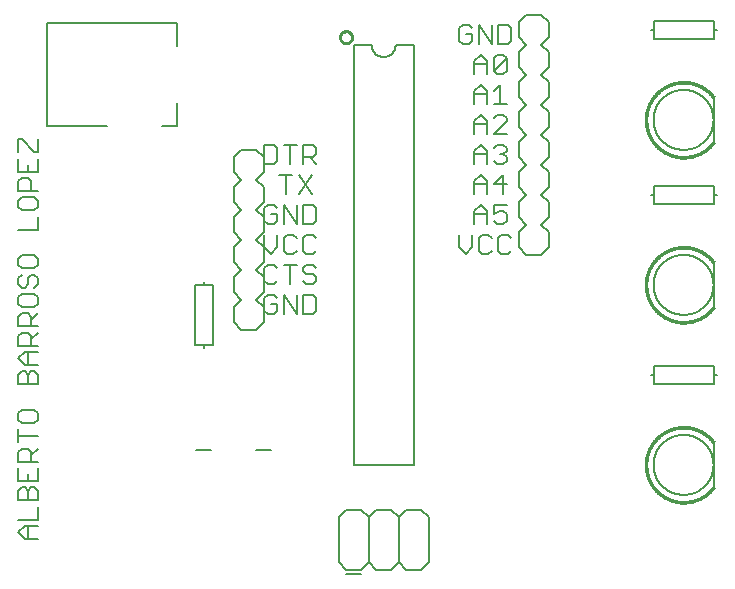
<source format=gto>
G75*
%MOIN*%
%OFA0B0*%
%FSLAX25Y25*%
%IPPOS*%
%LPD*%
%AMOC8*
5,1,8,0,0,1.08239X$1,22.5*
%
%ADD10C,0.00600*%
%ADD11C,0.00800*%
%ADD12C,0.00100*%
%ADD13C,0.01000*%
D10*
X0026430Y0056300D02*
X0024295Y0058435D01*
X0026430Y0060570D01*
X0030700Y0060570D01*
X0030700Y0062745D02*
X0030700Y0067016D01*
X0030700Y0069191D02*
X0024295Y0069191D01*
X0024295Y0072394D01*
X0025362Y0073461D01*
X0026430Y0073461D01*
X0027497Y0072394D01*
X0027497Y0069191D01*
X0027497Y0072394D02*
X0028565Y0073461D01*
X0029632Y0073461D01*
X0030700Y0072394D01*
X0030700Y0069191D01*
X0030700Y0062745D02*
X0024295Y0062745D01*
X0027497Y0060570D02*
X0027497Y0056300D01*
X0026430Y0056300D02*
X0030700Y0056300D01*
X0030700Y0075636D02*
X0024295Y0075636D01*
X0024295Y0079907D01*
X0024295Y0082082D02*
X0024295Y0085285D01*
X0025362Y0086352D01*
X0027497Y0086352D01*
X0028565Y0085285D01*
X0028565Y0082082D01*
X0030700Y0082082D02*
X0024295Y0082082D01*
X0028565Y0084217D02*
X0030700Y0086352D01*
X0030700Y0090663D02*
X0024295Y0090663D01*
X0024295Y0092798D02*
X0024295Y0088527D01*
X0025362Y0094973D02*
X0024295Y0096041D01*
X0024295Y0098176D01*
X0025362Y0099243D01*
X0029632Y0099243D01*
X0030700Y0098176D01*
X0030700Y0096041D01*
X0029632Y0094973D01*
X0025362Y0094973D01*
X0024295Y0107864D02*
X0024295Y0111067D01*
X0025362Y0112134D01*
X0026430Y0112134D01*
X0027497Y0111067D01*
X0027497Y0107864D01*
X0024295Y0107864D02*
X0030700Y0107864D01*
X0030700Y0111067D01*
X0029632Y0112134D01*
X0028565Y0112134D01*
X0027497Y0111067D01*
X0027497Y0114309D02*
X0027497Y0118580D01*
X0026430Y0118580D02*
X0030700Y0118580D01*
X0030700Y0120755D02*
X0024295Y0120755D01*
X0024295Y0123958D01*
X0025362Y0125025D01*
X0027497Y0125025D01*
X0028565Y0123958D01*
X0028565Y0120755D01*
X0028565Y0122890D02*
X0030700Y0125025D01*
X0030700Y0127200D02*
X0024295Y0127200D01*
X0024295Y0130403D01*
X0025362Y0131471D01*
X0027497Y0131471D01*
X0028565Y0130403D01*
X0028565Y0127200D01*
X0028565Y0129336D02*
X0030700Y0131471D01*
X0029632Y0133646D02*
X0030700Y0134714D01*
X0030700Y0136849D01*
X0029632Y0137916D01*
X0025362Y0137916D01*
X0024295Y0136849D01*
X0024295Y0134714D01*
X0025362Y0133646D01*
X0029632Y0133646D01*
X0029632Y0140091D02*
X0030700Y0141159D01*
X0030700Y0143294D01*
X0029632Y0144362D01*
X0028565Y0144362D01*
X0027497Y0143294D01*
X0027497Y0141159D01*
X0026430Y0140091D01*
X0025362Y0140091D01*
X0024295Y0141159D01*
X0024295Y0143294D01*
X0025362Y0144362D01*
X0025362Y0146537D02*
X0024295Y0147605D01*
X0024295Y0149740D01*
X0025362Y0150807D01*
X0029632Y0150807D01*
X0030700Y0149740D01*
X0030700Y0147605D01*
X0029632Y0146537D01*
X0025362Y0146537D01*
X0024295Y0159428D02*
X0030700Y0159428D01*
X0030700Y0163698D01*
X0029632Y0165873D02*
X0030700Y0166941D01*
X0030700Y0169076D01*
X0029632Y0170144D01*
X0025362Y0170144D01*
X0024295Y0169076D01*
X0024295Y0166941D01*
X0025362Y0165873D01*
X0029632Y0165873D01*
X0028565Y0172319D02*
X0028565Y0175522D01*
X0027497Y0176589D01*
X0025362Y0176589D01*
X0024295Y0175522D01*
X0024295Y0172319D01*
X0030700Y0172319D01*
X0030700Y0178764D02*
X0024295Y0178764D01*
X0024295Y0183035D01*
X0024295Y0185210D02*
X0024295Y0189480D01*
X0025362Y0189480D01*
X0029632Y0185210D01*
X0030700Y0185210D01*
X0030700Y0189480D01*
X0030700Y0183035D02*
X0030700Y0178764D01*
X0027497Y0178764D02*
X0027497Y0180900D01*
X0106300Y0181300D02*
X0109503Y0181300D01*
X0110570Y0182368D01*
X0110570Y0186638D01*
X0109503Y0187705D01*
X0106300Y0187705D01*
X0106300Y0181300D01*
X0111300Y0177705D02*
X0115570Y0177705D01*
X0113435Y0177705D02*
X0113435Y0171300D01*
X0112745Y0167705D02*
X0117016Y0161300D01*
X0117016Y0167705D01*
X0119191Y0167705D02*
X0122394Y0167705D01*
X0123461Y0166638D01*
X0123461Y0162368D01*
X0122394Y0161300D01*
X0119191Y0161300D01*
X0119191Y0167705D01*
X0117745Y0171300D02*
X0122016Y0177705D01*
X0123461Y0181300D02*
X0121326Y0183435D01*
X0122394Y0183435D02*
X0119191Y0183435D01*
X0119191Y0181300D02*
X0119191Y0187705D01*
X0122394Y0187705D01*
X0123461Y0186638D01*
X0123461Y0184503D01*
X0122394Y0183435D01*
X0117016Y0187705D02*
X0112745Y0187705D01*
X0114881Y0187705D02*
X0114881Y0181300D01*
X0117745Y0177705D02*
X0122016Y0171300D01*
X0112745Y0167705D02*
X0112745Y0161300D01*
X0110570Y0162368D02*
X0109503Y0161300D01*
X0107368Y0161300D01*
X0106300Y0162368D01*
X0106300Y0166638D01*
X0107368Y0167705D01*
X0109503Y0167705D01*
X0110570Y0166638D01*
X0110570Y0164503D02*
X0108435Y0164503D01*
X0110570Y0164503D02*
X0110570Y0162368D01*
X0110570Y0157705D02*
X0110570Y0153435D01*
X0108435Y0151300D01*
X0106300Y0153435D01*
X0106300Y0157705D01*
X0112745Y0156638D02*
X0112745Y0152368D01*
X0113813Y0151300D01*
X0115948Y0151300D01*
X0117016Y0152368D01*
X0119191Y0152368D02*
X0120259Y0151300D01*
X0122394Y0151300D01*
X0123461Y0152368D01*
X0123461Y0156638D02*
X0122394Y0157705D01*
X0120259Y0157705D01*
X0119191Y0156638D01*
X0119191Y0152368D01*
X0120259Y0147705D02*
X0119191Y0146638D01*
X0119191Y0145570D01*
X0120259Y0144503D01*
X0122394Y0144503D01*
X0123461Y0143435D01*
X0123461Y0142368D01*
X0122394Y0141300D01*
X0120259Y0141300D01*
X0119191Y0142368D01*
X0114881Y0141300D02*
X0114881Y0147705D01*
X0117016Y0147705D02*
X0112745Y0147705D01*
X0110570Y0146638D02*
X0109503Y0147705D01*
X0107368Y0147705D01*
X0106300Y0146638D01*
X0106300Y0142368D01*
X0107368Y0141300D01*
X0109503Y0141300D01*
X0110570Y0142368D01*
X0109503Y0137705D02*
X0107368Y0137705D01*
X0106300Y0136638D01*
X0106300Y0132368D01*
X0107368Y0131300D01*
X0109503Y0131300D01*
X0110570Y0132368D01*
X0110570Y0134503D01*
X0108435Y0134503D01*
X0110570Y0136638D02*
X0109503Y0137705D01*
X0112745Y0137705D02*
X0117016Y0131300D01*
X0117016Y0137705D01*
X0119191Y0137705D02*
X0122394Y0137705D01*
X0123461Y0136638D01*
X0123461Y0132368D01*
X0122394Y0131300D01*
X0119191Y0131300D01*
X0119191Y0137705D01*
X0112745Y0137705D02*
X0112745Y0131300D01*
X0120259Y0147705D02*
X0122394Y0147705D01*
X0123461Y0146638D01*
X0117016Y0156638D02*
X0115948Y0157705D01*
X0113813Y0157705D01*
X0112745Y0156638D01*
X0171300Y0157705D02*
X0171300Y0153435D01*
X0173435Y0151300D01*
X0175570Y0153435D01*
X0175570Y0157705D01*
X0177745Y0156638D02*
X0177745Y0152368D01*
X0178813Y0151300D01*
X0180948Y0151300D01*
X0182016Y0152368D01*
X0184191Y0152368D02*
X0184191Y0156638D01*
X0185259Y0157705D01*
X0187394Y0157705D01*
X0188461Y0156638D01*
X0188461Y0152368D02*
X0187394Y0151300D01*
X0185259Y0151300D01*
X0184191Y0152368D01*
X0182016Y0156638D02*
X0180948Y0157705D01*
X0178813Y0157705D01*
X0177745Y0156638D01*
X0176300Y0161300D02*
X0176300Y0165570D01*
X0178435Y0167705D01*
X0180570Y0165570D01*
X0180570Y0161300D01*
X0182745Y0162368D02*
X0183813Y0161300D01*
X0185948Y0161300D01*
X0187016Y0162368D01*
X0187016Y0164503D01*
X0185948Y0165570D01*
X0184881Y0165570D01*
X0182745Y0164503D01*
X0182745Y0167705D01*
X0187016Y0167705D01*
X0185948Y0171300D02*
X0185948Y0177705D01*
X0182745Y0174503D01*
X0187016Y0174503D01*
X0180570Y0174503D02*
X0176300Y0174503D01*
X0176300Y0175570D02*
X0178435Y0177705D01*
X0180570Y0175570D01*
X0180570Y0171300D01*
X0176300Y0171300D02*
X0176300Y0175570D01*
X0176300Y0181300D02*
X0176300Y0185570D01*
X0178435Y0187705D01*
X0180570Y0185570D01*
X0180570Y0181300D01*
X0182745Y0182368D02*
X0183813Y0181300D01*
X0185948Y0181300D01*
X0187016Y0182368D01*
X0187016Y0183435D01*
X0185948Y0184503D01*
X0184881Y0184503D01*
X0185948Y0184503D02*
X0187016Y0185570D01*
X0187016Y0186638D01*
X0185948Y0187705D01*
X0183813Y0187705D01*
X0182745Y0186638D01*
X0180570Y0184503D02*
X0176300Y0184503D01*
X0176300Y0191300D02*
X0176300Y0195570D01*
X0178435Y0197705D01*
X0180570Y0195570D01*
X0180570Y0191300D01*
X0182745Y0191300D02*
X0187016Y0195570D01*
X0187016Y0196638D01*
X0185948Y0197705D01*
X0183813Y0197705D01*
X0182745Y0196638D01*
X0180570Y0194503D02*
X0176300Y0194503D01*
X0176300Y0201300D02*
X0176300Y0205570D01*
X0178435Y0207705D01*
X0180570Y0205570D01*
X0180570Y0201300D01*
X0182745Y0201300D02*
X0187016Y0201300D01*
X0184881Y0201300D02*
X0184881Y0207705D01*
X0182745Y0205570D01*
X0180570Y0204503D02*
X0176300Y0204503D01*
X0176300Y0211300D02*
X0176300Y0215570D01*
X0178435Y0217705D01*
X0180570Y0215570D01*
X0180570Y0211300D01*
X0182745Y0212368D02*
X0187016Y0216638D01*
X0187016Y0212368D01*
X0185948Y0211300D01*
X0183813Y0211300D01*
X0182745Y0212368D01*
X0182745Y0216638D01*
X0183813Y0217705D01*
X0185948Y0217705D01*
X0187016Y0216638D01*
X0187394Y0221300D02*
X0188461Y0222368D01*
X0188461Y0226638D01*
X0187394Y0227705D01*
X0184191Y0227705D01*
X0184191Y0221300D01*
X0187394Y0221300D01*
X0182016Y0221300D02*
X0182016Y0227705D01*
X0177745Y0227705D02*
X0182016Y0221300D01*
X0177745Y0221300D02*
X0177745Y0227705D01*
X0175570Y0226638D02*
X0174503Y0227705D01*
X0172368Y0227705D01*
X0171300Y0226638D01*
X0171300Y0222368D01*
X0172368Y0221300D01*
X0174503Y0221300D01*
X0175570Y0222368D01*
X0175570Y0224503D01*
X0173435Y0224503D01*
X0176300Y0214503D02*
X0180570Y0214503D01*
X0182745Y0191300D02*
X0187016Y0191300D01*
X0180570Y0164503D02*
X0176300Y0164503D01*
X0236000Y0141000D02*
X0236003Y0141245D01*
X0236012Y0141491D01*
X0236027Y0141736D01*
X0236048Y0141980D01*
X0236075Y0142224D01*
X0236108Y0142467D01*
X0236147Y0142710D01*
X0236192Y0142951D01*
X0236243Y0143191D01*
X0236300Y0143430D01*
X0236362Y0143667D01*
X0236431Y0143903D01*
X0236505Y0144137D01*
X0236585Y0144369D01*
X0236670Y0144599D01*
X0236761Y0144827D01*
X0236858Y0145052D01*
X0236960Y0145276D01*
X0237068Y0145496D01*
X0237181Y0145714D01*
X0237299Y0145929D01*
X0237423Y0146141D01*
X0237551Y0146350D01*
X0237685Y0146556D01*
X0237824Y0146758D01*
X0237968Y0146957D01*
X0238117Y0147152D01*
X0238270Y0147344D01*
X0238428Y0147532D01*
X0238590Y0147716D01*
X0238758Y0147895D01*
X0238929Y0148071D01*
X0239105Y0148242D01*
X0239284Y0148410D01*
X0239468Y0148572D01*
X0239656Y0148730D01*
X0239848Y0148883D01*
X0240043Y0149032D01*
X0240242Y0149176D01*
X0240444Y0149315D01*
X0240650Y0149449D01*
X0240859Y0149577D01*
X0241071Y0149701D01*
X0241286Y0149819D01*
X0241504Y0149932D01*
X0241724Y0150040D01*
X0241948Y0150142D01*
X0242173Y0150239D01*
X0242401Y0150330D01*
X0242631Y0150415D01*
X0242863Y0150495D01*
X0243097Y0150569D01*
X0243333Y0150638D01*
X0243570Y0150700D01*
X0243809Y0150757D01*
X0244049Y0150808D01*
X0244290Y0150853D01*
X0244533Y0150892D01*
X0244776Y0150925D01*
X0245020Y0150952D01*
X0245264Y0150973D01*
X0245509Y0150988D01*
X0245755Y0150997D01*
X0246000Y0151000D01*
X0246245Y0150997D01*
X0246491Y0150988D01*
X0246736Y0150973D01*
X0246980Y0150952D01*
X0247224Y0150925D01*
X0247467Y0150892D01*
X0247710Y0150853D01*
X0247951Y0150808D01*
X0248191Y0150757D01*
X0248430Y0150700D01*
X0248667Y0150638D01*
X0248903Y0150569D01*
X0249137Y0150495D01*
X0249369Y0150415D01*
X0249599Y0150330D01*
X0249827Y0150239D01*
X0250052Y0150142D01*
X0250276Y0150040D01*
X0250496Y0149932D01*
X0250714Y0149819D01*
X0250929Y0149701D01*
X0251141Y0149577D01*
X0251350Y0149449D01*
X0251556Y0149315D01*
X0251758Y0149176D01*
X0251957Y0149032D01*
X0252152Y0148883D01*
X0252344Y0148730D01*
X0252532Y0148572D01*
X0252716Y0148410D01*
X0252895Y0148242D01*
X0253071Y0148071D01*
X0253242Y0147895D01*
X0253410Y0147716D01*
X0253572Y0147532D01*
X0253730Y0147344D01*
X0253883Y0147152D01*
X0254032Y0146957D01*
X0254176Y0146758D01*
X0254315Y0146556D01*
X0254449Y0146350D01*
X0254577Y0146141D01*
X0254701Y0145929D01*
X0254819Y0145714D01*
X0254932Y0145496D01*
X0255040Y0145276D01*
X0255142Y0145052D01*
X0255239Y0144827D01*
X0255330Y0144599D01*
X0255415Y0144369D01*
X0255495Y0144137D01*
X0255569Y0143903D01*
X0255638Y0143667D01*
X0255700Y0143430D01*
X0255757Y0143191D01*
X0255808Y0142951D01*
X0255853Y0142710D01*
X0255892Y0142467D01*
X0255925Y0142224D01*
X0255952Y0141980D01*
X0255973Y0141736D01*
X0255988Y0141491D01*
X0255997Y0141245D01*
X0256000Y0141000D01*
X0255997Y0140755D01*
X0255988Y0140509D01*
X0255973Y0140264D01*
X0255952Y0140020D01*
X0255925Y0139776D01*
X0255892Y0139533D01*
X0255853Y0139290D01*
X0255808Y0139049D01*
X0255757Y0138809D01*
X0255700Y0138570D01*
X0255638Y0138333D01*
X0255569Y0138097D01*
X0255495Y0137863D01*
X0255415Y0137631D01*
X0255330Y0137401D01*
X0255239Y0137173D01*
X0255142Y0136948D01*
X0255040Y0136724D01*
X0254932Y0136504D01*
X0254819Y0136286D01*
X0254701Y0136071D01*
X0254577Y0135859D01*
X0254449Y0135650D01*
X0254315Y0135444D01*
X0254176Y0135242D01*
X0254032Y0135043D01*
X0253883Y0134848D01*
X0253730Y0134656D01*
X0253572Y0134468D01*
X0253410Y0134284D01*
X0253242Y0134105D01*
X0253071Y0133929D01*
X0252895Y0133758D01*
X0252716Y0133590D01*
X0252532Y0133428D01*
X0252344Y0133270D01*
X0252152Y0133117D01*
X0251957Y0132968D01*
X0251758Y0132824D01*
X0251556Y0132685D01*
X0251350Y0132551D01*
X0251141Y0132423D01*
X0250929Y0132299D01*
X0250714Y0132181D01*
X0250496Y0132068D01*
X0250276Y0131960D01*
X0250052Y0131858D01*
X0249827Y0131761D01*
X0249599Y0131670D01*
X0249369Y0131585D01*
X0249137Y0131505D01*
X0248903Y0131431D01*
X0248667Y0131362D01*
X0248430Y0131300D01*
X0248191Y0131243D01*
X0247951Y0131192D01*
X0247710Y0131147D01*
X0247467Y0131108D01*
X0247224Y0131075D01*
X0246980Y0131048D01*
X0246736Y0131027D01*
X0246491Y0131012D01*
X0246245Y0131003D01*
X0246000Y0131000D01*
X0245755Y0131003D01*
X0245509Y0131012D01*
X0245264Y0131027D01*
X0245020Y0131048D01*
X0244776Y0131075D01*
X0244533Y0131108D01*
X0244290Y0131147D01*
X0244049Y0131192D01*
X0243809Y0131243D01*
X0243570Y0131300D01*
X0243333Y0131362D01*
X0243097Y0131431D01*
X0242863Y0131505D01*
X0242631Y0131585D01*
X0242401Y0131670D01*
X0242173Y0131761D01*
X0241948Y0131858D01*
X0241724Y0131960D01*
X0241504Y0132068D01*
X0241286Y0132181D01*
X0241071Y0132299D01*
X0240859Y0132423D01*
X0240650Y0132551D01*
X0240444Y0132685D01*
X0240242Y0132824D01*
X0240043Y0132968D01*
X0239848Y0133117D01*
X0239656Y0133270D01*
X0239468Y0133428D01*
X0239284Y0133590D01*
X0239105Y0133758D01*
X0238929Y0133929D01*
X0238758Y0134105D01*
X0238590Y0134284D01*
X0238428Y0134468D01*
X0238270Y0134656D01*
X0238117Y0134848D01*
X0237968Y0135043D01*
X0237824Y0135242D01*
X0237685Y0135444D01*
X0237551Y0135650D01*
X0237423Y0135859D01*
X0237299Y0136071D01*
X0237181Y0136286D01*
X0237068Y0136504D01*
X0236960Y0136724D01*
X0236858Y0136948D01*
X0236761Y0137173D01*
X0236670Y0137401D01*
X0236585Y0137631D01*
X0236505Y0137863D01*
X0236431Y0138097D01*
X0236362Y0138333D01*
X0236300Y0138570D01*
X0236243Y0138809D01*
X0236192Y0139049D01*
X0236147Y0139290D01*
X0236108Y0139533D01*
X0236075Y0139776D01*
X0236048Y0140020D01*
X0236027Y0140264D01*
X0236012Y0140509D01*
X0236003Y0140755D01*
X0236000Y0141000D01*
X0236000Y0196000D02*
X0236003Y0196245D01*
X0236012Y0196491D01*
X0236027Y0196736D01*
X0236048Y0196980D01*
X0236075Y0197224D01*
X0236108Y0197467D01*
X0236147Y0197710D01*
X0236192Y0197951D01*
X0236243Y0198191D01*
X0236300Y0198430D01*
X0236362Y0198667D01*
X0236431Y0198903D01*
X0236505Y0199137D01*
X0236585Y0199369D01*
X0236670Y0199599D01*
X0236761Y0199827D01*
X0236858Y0200052D01*
X0236960Y0200276D01*
X0237068Y0200496D01*
X0237181Y0200714D01*
X0237299Y0200929D01*
X0237423Y0201141D01*
X0237551Y0201350D01*
X0237685Y0201556D01*
X0237824Y0201758D01*
X0237968Y0201957D01*
X0238117Y0202152D01*
X0238270Y0202344D01*
X0238428Y0202532D01*
X0238590Y0202716D01*
X0238758Y0202895D01*
X0238929Y0203071D01*
X0239105Y0203242D01*
X0239284Y0203410D01*
X0239468Y0203572D01*
X0239656Y0203730D01*
X0239848Y0203883D01*
X0240043Y0204032D01*
X0240242Y0204176D01*
X0240444Y0204315D01*
X0240650Y0204449D01*
X0240859Y0204577D01*
X0241071Y0204701D01*
X0241286Y0204819D01*
X0241504Y0204932D01*
X0241724Y0205040D01*
X0241948Y0205142D01*
X0242173Y0205239D01*
X0242401Y0205330D01*
X0242631Y0205415D01*
X0242863Y0205495D01*
X0243097Y0205569D01*
X0243333Y0205638D01*
X0243570Y0205700D01*
X0243809Y0205757D01*
X0244049Y0205808D01*
X0244290Y0205853D01*
X0244533Y0205892D01*
X0244776Y0205925D01*
X0245020Y0205952D01*
X0245264Y0205973D01*
X0245509Y0205988D01*
X0245755Y0205997D01*
X0246000Y0206000D01*
X0246245Y0205997D01*
X0246491Y0205988D01*
X0246736Y0205973D01*
X0246980Y0205952D01*
X0247224Y0205925D01*
X0247467Y0205892D01*
X0247710Y0205853D01*
X0247951Y0205808D01*
X0248191Y0205757D01*
X0248430Y0205700D01*
X0248667Y0205638D01*
X0248903Y0205569D01*
X0249137Y0205495D01*
X0249369Y0205415D01*
X0249599Y0205330D01*
X0249827Y0205239D01*
X0250052Y0205142D01*
X0250276Y0205040D01*
X0250496Y0204932D01*
X0250714Y0204819D01*
X0250929Y0204701D01*
X0251141Y0204577D01*
X0251350Y0204449D01*
X0251556Y0204315D01*
X0251758Y0204176D01*
X0251957Y0204032D01*
X0252152Y0203883D01*
X0252344Y0203730D01*
X0252532Y0203572D01*
X0252716Y0203410D01*
X0252895Y0203242D01*
X0253071Y0203071D01*
X0253242Y0202895D01*
X0253410Y0202716D01*
X0253572Y0202532D01*
X0253730Y0202344D01*
X0253883Y0202152D01*
X0254032Y0201957D01*
X0254176Y0201758D01*
X0254315Y0201556D01*
X0254449Y0201350D01*
X0254577Y0201141D01*
X0254701Y0200929D01*
X0254819Y0200714D01*
X0254932Y0200496D01*
X0255040Y0200276D01*
X0255142Y0200052D01*
X0255239Y0199827D01*
X0255330Y0199599D01*
X0255415Y0199369D01*
X0255495Y0199137D01*
X0255569Y0198903D01*
X0255638Y0198667D01*
X0255700Y0198430D01*
X0255757Y0198191D01*
X0255808Y0197951D01*
X0255853Y0197710D01*
X0255892Y0197467D01*
X0255925Y0197224D01*
X0255952Y0196980D01*
X0255973Y0196736D01*
X0255988Y0196491D01*
X0255997Y0196245D01*
X0256000Y0196000D01*
X0255997Y0195755D01*
X0255988Y0195509D01*
X0255973Y0195264D01*
X0255952Y0195020D01*
X0255925Y0194776D01*
X0255892Y0194533D01*
X0255853Y0194290D01*
X0255808Y0194049D01*
X0255757Y0193809D01*
X0255700Y0193570D01*
X0255638Y0193333D01*
X0255569Y0193097D01*
X0255495Y0192863D01*
X0255415Y0192631D01*
X0255330Y0192401D01*
X0255239Y0192173D01*
X0255142Y0191948D01*
X0255040Y0191724D01*
X0254932Y0191504D01*
X0254819Y0191286D01*
X0254701Y0191071D01*
X0254577Y0190859D01*
X0254449Y0190650D01*
X0254315Y0190444D01*
X0254176Y0190242D01*
X0254032Y0190043D01*
X0253883Y0189848D01*
X0253730Y0189656D01*
X0253572Y0189468D01*
X0253410Y0189284D01*
X0253242Y0189105D01*
X0253071Y0188929D01*
X0252895Y0188758D01*
X0252716Y0188590D01*
X0252532Y0188428D01*
X0252344Y0188270D01*
X0252152Y0188117D01*
X0251957Y0187968D01*
X0251758Y0187824D01*
X0251556Y0187685D01*
X0251350Y0187551D01*
X0251141Y0187423D01*
X0250929Y0187299D01*
X0250714Y0187181D01*
X0250496Y0187068D01*
X0250276Y0186960D01*
X0250052Y0186858D01*
X0249827Y0186761D01*
X0249599Y0186670D01*
X0249369Y0186585D01*
X0249137Y0186505D01*
X0248903Y0186431D01*
X0248667Y0186362D01*
X0248430Y0186300D01*
X0248191Y0186243D01*
X0247951Y0186192D01*
X0247710Y0186147D01*
X0247467Y0186108D01*
X0247224Y0186075D01*
X0246980Y0186048D01*
X0246736Y0186027D01*
X0246491Y0186012D01*
X0246245Y0186003D01*
X0246000Y0186000D01*
X0245755Y0186003D01*
X0245509Y0186012D01*
X0245264Y0186027D01*
X0245020Y0186048D01*
X0244776Y0186075D01*
X0244533Y0186108D01*
X0244290Y0186147D01*
X0244049Y0186192D01*
X0243809Y0186243D01*
X0243570Y0186300D01*
X0243333Y0186362D01*
X0243097Y0186431D01*
X0242863Y0186505D01*
X0242631Y0186585D01*
X0242401Y0186670D01*
X0242173Y0186761D01*
X0241948Y0186858D01*
X0241724Y0186960D01*
X0241504Y0187068D01*
X0241286Y0187181D01*
X0241071Y0187299D01*
X0240859Y0187423D01*
X0240650Y0187551D01*
X0240444Y0187685D01*
X0240242Y0187824D01*
X0240043Y0187968D01*
X0239848Y0188117D01*
X0239656Y0188270D01*
X0239468Y0188428D01*
X0239284Y0188590D01*
X0239105Y0188758D01*
X0238929Y0188929D01*
X0238758Y0189105D01*
X0238590Y0189284D01*
X0238428Y0189468D01*
X0238270Y0189656D01*
X0238117Y0189848D01*
X0237968Y0190043D01*
X0237824Y0190242D01*
X0237685Y0190444D01*
X0237551Y0190650D01*
X0237423Y0190859D01*
X0237299Y0191071D01*
X0237181Y0191286D01*
X0237068Y0191504D01*
X0236960Y0191724D01*
X0236858Y0191948D01*
X0236761Y0192173D01*
X0236670Y0192401D01*
X0236585Y0192631D01*
X0236505Y0192863D01*
X0236431Y0193097D01*
X0236362Y0193333D01*
X0236300Y0193570D01*
X0236243Y0193809D01*
X0236192Y0194049D01*
X0236147Y0194290D01*
X0236108Y0194533D01*
X0236075Y0194776D01*
X0236048Y0195020D01*
X0236027Y0195264D01*
X0236012Y0195509D01*
X0236003Y0195755D01*
X0236000Y0196000D01*
X0236000Y0081000D02*
X0236003Y0081245D01*
X0236012Y0081491D01*
X0236027Y0081736D01*
X0236048Y0081980D01*
X0236075Y0082224D01*
X0236108Y0082467D01*
X0236147Y0082710D01*
X0236192Y0082951D01*
X0236243Y0083191D01*
X0236300Y0083430D01*
X0236362Y0083667D01*
X0236431Y0083903D01*
X0236505Y0084137D01*
X0236585Y0084369D01*
X0236670Y0084599D01*
X0236761Y0084827D01*
X0236858Y0085052D01*
X0236960Y0085276D01*
X0237068Y0085496D01*
X0237181Y0085714D01*
X0237299Y0085929D01*
X0237423Y0086141D01*
X0237551Y0086350D01*
X0237685Y0086556D01*
X0237824Y0086758D01*
X0237968Y0086957D01*
X0238117Y0087152D01*
X0238270Y0087344D01*
X0238428Y0087532D01*
X0238590Y0087716D01*
X0238758Y0087895D01*
X0238929Y0088071D01*
X0239105Y0088242D01*
X0239284Y0088410D01*
X0239468Y0088572D01*
X0239656Y0088730D01*
X0239848Y0088883D01*
X0240043Y0089032D01*
X0240242Y0089176D01*
X0240444Y0089315D01*
X0240650Y0089449D01*
X0240859Y0089577D01*
X0241071Y0089701D01*
X0241286Y0089819D01*
X0241504Y0089932D01*
X0241724Y0090040D01*
X0241948Y0090142D01*
X0242173Y0090239D01*
X0242401Y0090330D01*
X0242631Y0090415D01*
X0242863Y0090495D01*
X0243097Y0090569D01*
X0243333Y0090638D01*
X0243570Y0090700D01*
X0243809Y0090757D01*
X0244049Y0090808D01*
X0244290Y0090853D01*
X0244533Y0090892D01*
X0244776Y0090925D01*
X0245020Y0090952D01*
X0245264Y0090973D01*
X0245509Y0090988D01*
X0245755Y0090997D01*
X0246000Y0091000D01*
X0246245Y0090997D01*
X0246491Y0090988D01*
X0246736Y0090973D01*
X0246980Y0090952D01*
X0247224Y0090925D01*
X0247467Y0090892D01*
X0247710Y0090853D01*
X0247951Y0090808D01*
X0248191Y0090757D01*
X0248430Y0090700D01*
X0248667Y0090638D01*
X0248903Y0090569D01*
X0249137Y0090495D01*
X0249369Y0090415D01*
X0249599Y0090330D01*
X0249827Y0090239D01*
X0250052Y0090142D01*
X0250276Y0090040D01*
X0250496Y0089932D01*
X0250714Y0089819D01*
X0250929Y0089701D01*
X0251141Y0089577D01*
X0251350Y0089449D01*
X0251556Y0089315D01*
X0251758Y0089176D01*
X0251957Y0089032D01*
X0252152Y0088883D01*
X0252344Y0088730D01*
X0252532Y0088572D01*
X0252716Y0088410D01*
X0252895Y0088242D01*
X0253071Y0088071D01*
X0253242Y0087895D01*
X0253410Y0087716D01*
X0253572Y0087532D01*
X0253730Y0087344D01*
X0253883Y0087152D01*
X0254032Y0086957D01*
X0254176Y0086758D01*
X0254315Y0086556D01*
X0254449Y0086350D01*
X0254577Y0086141D01*
X0254701Y0085929D01*
X0254819Y0085714D01*
X0254932Y0085496D01*
X0255040Y0085276D01*
X0255142Y0085052D01*
X0255239Y0084827D01*
X0255330Y0084599D01*
X0255415Y0084369D01*
X0255495Y0084137D01*
X0255569Y0083903D01*
X0255638Y0083667D01*
X0255700Y0083430D01*
X0255757Y0083191D01*
X0255808Y0082951D01*
X0255853Y0082710D01*
X0255892Y0082467D01*
X0255925Y0082224D01*
X0255952Y0081980D01*
X0255973Y0081736D01*
X0255988Y0081491D01*
X0255997Y0081245D01*
X0256000Y0081000D01*
X0255997Y0080755D01*
X0255988Y0080509D01*
X0255973Y0080264D01*
X0255952Y0080020D01*
X0255925Y0079776D01*
X0255892Y0079533D01*
X0255853Y0079290D01*
X0255808Y0079049D01*
X0255757Y0078809D01*
X0255700Y0078570D01*
X0255638Y0078333D01*
X0255569Y0078097D01*
X0255495Y0077863D01*
X0255415Y0077631D01*
X0255330Y0077401D01*
X0255239Y0077173D01*
X0255142Y0076948D01*
X0255040Y0076724D01*
X0254932Y0076504D01*
X0254819Y0076286D01*
X0254701Y0076071D01*
X0254577Y0075859D01*
X0254449Y0075650D01*
X0254315Y0075444D01*
X0254176Y0075242D01*
X0254032Y0075043D01*
X0253883Y0074848D01*
X0253730Y0074656D01*
X0253572Y0074468D01*
X0253410Y0074284D01*
X0253242Y0074105D01*
X0253071Y0073929D01*
X0252895Y0073758D01*
X0252716Y0073590D01*
X0252532Y0073428D01*
X0252344Y0073270D01*
X0252152Y0073117D01*
X0251957Y0072968D01*
X0251758Y0072824D01*
X0251556Y0072685D01*
X0251350Y0072551D01*
X0251141Y0072423D01*
X0250929Y0072299D01*
X0250714Y0072181D01*
X0250496Y0072068D01*
X0250276Y0071960D01*
X0250052Y0071858D01*
X0249827Y0071761D01*
X0249599Y0071670D01*
X0249369Y0071585D01*
X0249137Y0071505D01*
X0248903Y0071431D01*
X0248667Y0071362D01*
X0248430Y0071300D01*
X0248191Y0071243D01*
X0247951Y0071192D01*
X0247710Y0071147D01*
X0247467Y0071108D01*
X0247224Y0071075D01*
X0246980Y0071048D01*
X0246736Y0071027D01*
X0246491Y0071012D01*
X0246245Y0071003D01*
X0246000Y0071000D01*
X0245755Y0071003D01*
X0245509Y0071012D01*
X0245264Y0071027D01*
X0245020Y0071048D01*
X0244776Y0071075D01*
X0244533Y0071108D01*
X0244290Y0071147D01*
X0244049Y0071192D01*
X0243809Y0071243D01*
X0243570Y0071300D01*
X0243333Y0071362D01*
X0243097Y0071431D01*
X0242863Y0071505D01*
X0242631Y0071585D01*
X0242401Y0071670D01*
X0242173Y0071761D01*
X0241948Y0071858D01*
X0241724Y0071960D01*
X0241504Y0072068D01*
X0241286Y0072181D01*
X0241071Y0072299D01*
X0240859Y0072423D01*
X0240650Y0072551D01*
X0240444Y0072685D01*
X0240242Y0072824D01*
X0240043Y0072968D01*
X0239848Y0073117D01*
X0239656Y0073270D01*
X0239468Y0073428D01*
X0239284Y0073590D01*
X0239105Y0073758D01*
X0238929Y0073929D01*
X0238758Y0074105D01*
X0238590Y0074284D01*
X0238428Y0074468D01*
X0238270Y0074656D01*
X0238117Y0074848D01*
X0237968Y0075043D01*
X0237824Y0075242D01*
X0237685Y0075444D01*
X0237551Y0075650D01*
X0237423Y0075859D01*
X0237299Y0076071D01*
X0237181Y0076286D01*
X0237068Y0076504D01*
X0236960Y0076724D01*
X0236858Y0076948D01*
X0236761Y0077173D01*
X0236670Y0077401D01*
X0236585Y0077631D01*
X0236505Y0077863D01*
X0236431Y0078097D01*
X0236362Y0078333D01*
X0236300Y0078570D01*
X0236243Y0078809D01*
X0236192Y0079049D01*
X0236147Y0079290D01*
X0236108Y0079533D01*
X0236075Y0079776D01*
X0236048Y0080020D01*
X0236027Y0080264D01*
X0236012Y0080509D01*
X0236003Y0080755D01*
X0236000Y0081000D01*
X0030700Y0079907D02*
X0030700Y0075636D01*
X0027497Y0075636D02*
X0027497Y0077772D01*
X0026430Y0114309D02*
X0024295Y0116445D01*
X0026430Y0118580D01*
X0026430Y0114309D02*
X0030700Y0114309D01*
D11*
X0083000Y0121000D02*
X0086000Y0121000D01*
X0086000Y0120000D01*
X0086000Y0121000D02*
X0089000Y0121000D01*
X0089000Y0141000D01*
X0086000Y0141000D01*
X0086000Y0142000D01*
X0086000Y0141000D02*
X0083000Y0141000D01*
X0083000Y0121000D01*
X0096000Y0128500D02*
X0098500Y0126000D01*
X0103500Y0126000D01*
X0106000Y0128500D01*
X0106000Y0133500D01*
X0103500Y0136000D01*
X0106000Y0138500D01*
X0106000Y0143500D01*
X0103500Y0146000D01*
X0106000Y0148500D01*
X0106000Y0153500D01*
X0103500Y0156000D01*
X0106000Y0158500D01*
X0106000Y0163500D01*
X0103500Y0166000D01*
X0106000Y0168500D01*
X0106000Y0173500D01*
X0103500Y0176000D01*
X0106000Y0178500D01*
X0106000Y0183500D01*
X0103500Y0186000D01*
X0098500Y0186000D01*
X0096000Y0183500D01*
X0096000Y0178500D01*
X0098500Y0176000D01*
X0096000Y0173500D01*
X0096000Y0168500D01*
X0098500Y0166000D01*
X0096000Y0163500D01*
X0096000Y0158500D01*
X0098500Y0156000D01*
X0096000Y0153500D01*
X0096000Y0148500D01*
X0098500Y0146000D01*
X0096000Y0143500D01*
X0096000Y0138500D01*
X0098500Y0136000D01*
X0096000Y0133500D01*
X0096000Y0128500D01*
X0088500Y0086000D02*
X0083500Y0086000D01*
X0103500Y0086000D02*
X0108500Y0086000D01*
X0136000Y0081000D02*
X0156000Y0081000D01*
X0156000Y0221000D01*
X0150000Y0221000D01*
X0149998Y0220874D01*
X0149992Y0220749D01*
X0149982Y0220624D01*
X0149968Y0220499D01*
X0149951Y0220374D01*
X0149929Y0220250D01*
X0149904Y0220127D01*
X0149874Y0220005D01*
X0149841Y0219884D01*
X0149804Y0219764D01*
X0149764Y0219645D01*
X0149719Y0219528D01*
X0149671Y0219411D01*
X0149619Y0219297D01*
X0149564Y0219184D01*
X0149505Y0219073D01*
X0149443Y0218964D01*
X0149377Y0218857D01*
X0149308Y0218752D01*
X0149236Y0218649D01*
X0149161Y0218548D01*
X0149082Y0218450D01*
X0149000Y0218355D01*
X0148916Y0218262D01*
X0148828Y0218172D01*
X0148738Y0218084D01*
X0148645Y0218000D01*
X0148550Y0217918D01*
X0148452Y0217839D01*
X0148351Y0217764D01*
X0148248Y0217692D01*
X0148143Y0217623D01*
X0148036Y0217557D01*
X0147927Y0217495D01*
X0147816Y0217436D01*
X0147703Y0217381D01*
X0147589Y0217329D01*
X0147472Y0217281D01*
X0147355Y0217236D01*
X0147236Y0217196D01*
X0147116Y0217159D01*
X0146995Y0217126D01*
X0146873Y0217096D01*
X0146750Y0217071D01*
X0146626Y0217049D01*
X0146501Y0217032D01*
X0146376Y0217018D01*
X0146251Y0217008D01*
X0146126Y0217002D01*
X0146000Y0217000D01*
X0145874Y0217002D01*
X0145749Y0217008D01*
X0145624Y0217018D01*
X0145499Y0217032D01*
X0145374Y0217049D01*
X0145250Y0217071D01*
X0145127Y0217096D01*
X0145005Y0217126D01*
X0144884Y0217159D01*
X0144764Y0217196D01*
X0144645Y0217236D01*
X0144528Y0217281D01*
X0144411Y0217329D01*
X0144297Y0217381D01*
X0144184Y0217436D01*
X0144073Y0217495D01*
X0143964Y0217557D01*
X0143857Y0217623D01*
X0143752Y0217692D01*
X0143649Y0217764D01*
X0143548Y0217839D01*
X0143450Y0217918D01*
X0143355Y0218000D01*
X0143262Y0218084D01*
X0143172Y0218172D01*
X0143084Y0218262D01*
X0143000Y0218355D01*
X0142918Y0218450D01*
X0142839Y0218548D01*
X0142764Y0218649D01*
X0142692Y0218752D01*
X0142623Y0218857D01*
X0142557Y0218964D01*
X0142495Y0219073D01*
X0142436Y0219184D01*
X0142381Y0219297D01*
X0142329Y0219411D01*
X0142281Y0219528D01*
X0142236Y0219645D01*
X0142196Y0219764D01*
X0142159Y0219884D01*
X0142126Y0220005D01*
X0142096Y0220127D01*
X0142071Y0220250D01*
X0142049Y0220374D01*
X0142032Y0220499D01*
X0142018Y0220624D01*
X0142008Y0220749D01*
X0142002Y0220874D01*
X0142000Y0221000D01*
X0136000Y0221000D01*
X0136000Y0081000D01*
X0133500Y0066000D02*
X0131000Y0063500D01*
X0131000Y0048500D01*
X0133500Y0046000D01*
X0138500Y0046000D01*
X0141000Y0048500D01*
X0141000Y0063500D01*
X0143500Y0066000D01*
X0148500Y0066000D01*
X0151000Y0063500D01*
X0151000Y0048500D01*
X0153500Y0046000D01*
X0158500Y0046000D01*
X0161000Y0048500D01*
X0161000Y0063500D01*
X0158500Y0066000D01*
X0153500Y0066000D01*
X0151000Y0063500D01*
X0141000Y0063500D02*
X0138500Y0066000D01*
X0133500Y0066000D01*
X0141000Y0048500D02*
X0143500Y0046000D01*
X0148500Y0046000D01*
X0151000Y0048500D01*
X0138500Y0044681D02*
X0133500Y0044681D01*
X0236000Y0108000D02*
X0236000Y0111000D01*
X0235000Y0111000D01*
X0236000Y0111000D02*
X0236000Y0114000D01*
X0256000Y0114000D01*
X0256000Y0111000D01*
X0257000Y0111000D01*
X0256000Y0111000D02*
X0256000Y0108000D01*
X0236000Y0108000D01*
X0256000Y0088500D02*
X0256000Y0073500D01*
X0256000Y0133500D02*
X0256000Y0148500D01*
X0256000Y0168000D02*
X0236000Y0168000D01*
X0236000Y0171000D01*
X0235000Y0171000D01*
X0236000Y0171000D02*
X0236000Y0174000D01*
X0256000Y0174000D01*
X0256000Y0171000D01*
X0257000Y0171000D01*
X0256000Y0171000D02*
X0256000Y0168000D01*
X0256000Y0188500D02*
X0256000Y0203500D01*
X0256000Y0223000D02*
X0236000Y0223000D01*
X0236000Y0226000D01*
X0235000Y0226000D01*
X0236000Y0226000D02*
X0236000Y0229000D01*
X0256000Y0229000D01*
X0256000Y0226000D01*
X0257000Y0226000D01*
X0256000Y0226000D02*
X0256000Y0223000D01*
X0201000Y0223500D02*
X0198500Y0221000D01*
X0201000Y0218500D01*
X0201000Y0213500D01*
X0198500Y0211000D01*
X0201000Y0208500D01*
X0201000Y0203500D01*
X0198500Y0201000D01*
X0201000Y0198500D01*
X0201000Y0193500D01*
X0198500Y0191000D01*
X0201000Y0188500D01*
X0201000Y0183500D01*
X0198500Y0181000D01*
X0201000Y0178500D01*
X0201000Y0173500D01*
X0198500Y0171000D01*
X0201000Y0168500D01*
X0201000Y0163500D01*
X0198500Y0161000D01*
X0201000Y0158500D01*
X0201000Y0153500D01*
X0198500Y0151000D01*
X0193500Y0151000D01*
X0191000Y0153500D01*
X0191000Y0158500D01*
X0193500Y0161000D01*
X0191000Y0163500D01*
X0191000Y0168500D01*
X0193500Y0171000D01*
X0191000Y0173500D01*
X0191000Y0178500D01*
X0193500Y0181000D01*
X0191000Y0183500D01*
X0191000Y0188500D01*
X0193500Y0191000D01*
X0191000Y0193500D01*
X0191000Y0198500D01*
X0193500Y0201000D01*
X0191000Y0203500D01*
X0191000Y0208500D01*
X0193500Y0211000D01*
X0191000Y0213500D01*
X0191000Y0218500D01*
X0193500Y0221000D01*
X0191000Y0223500D01*
X0191000Y0228500D01*
X0193500Y0231000D01*
X0198500Y0231000D01*
X0201000Y0228500D01*
X0201000Y0223500D01*
X0077137Y0220449D02*
X0077137Y0228117D01*
X0033811Y0228117D01*
X0033811Y0193883D01*
X0053677Y0193883D01*
X0072181Y0193883D02*
X0077137Y0193883D01*
X0077137Y0201551D01*
D12*
X0256329Y0203809D02*
X0255609Y0203269D01*
X0255610Y0203270D02*
X0255429Y0203503D01*
X0255243Y0203731D01*
X0255051Y0203955D01*
X0254854Y0204174D01*
X0254652Y0204388D01*
X0254444Y0204597D01*
X0254231Y0204800D01*
X0254014Y0204999D01*
X0253791Y0205192D01*
X0253564Y0205380D01*
X0253333Y0205562D01*
X0253097Y0205739D01*
X0252856Y0205909D01*
X0252612Y0206074D01*
X0252364Y0206232D01*
X0252112Y0206385D01*
X0251856Y0206531D01*
X0251597Y0206671D01*
X0251334Y0206805D01*
X0251069Y0206932D01*
X0250800Y0207053D01*
X0250528Y0207167D01*
X0250254Y0207274D01*
X0249977Y0207375D01*
X0249698Y0207469D01*
X0249416Y0207556D01*
X0249133Y0207636D01*
X0248847Y0207709D01*
X0248560Y0207775D01*
X0248271Y0207834D01*
X0247981Y0207886D01*
X0247690Y0207931D01*
X0247398Y0207969D01*
X0247105Y0207999D01*
X0246811Y0208023D01*
X0246517Y0208039D01*
X0246223Y0208048D01*
X0245928Y0208050D01*
X0245633Y0208044D01*
X0245339Y0208032D01*
X0245045Y0208012D01*
X0244752Y0207985D01*
X0244459Y0207951D01*
X0244167Y0207910D01*
X0243877Y0207861D01*
X0243587Y0207806D01*
X0243300Y0207744D01*
X0243013Y0207674D01*
X0242729Y0207597D01*
X0242446Y0207514D01*
X0242166Y0207424D01*
X0241888Y0207327D01*
X0241612Y0207223D01*
X0241339Y0207112D01*
X0241069Y0206995D01*
X0240801Y0206871D01*
X0240537Y0206741D01*
X0240276Y0206604D01*
X0240019Y0206461D01*
X0239765Y0206311D01*
X0239514Y0206156D01*
X0239268Y0205994D01*
X0239026Y0205827D01*
X0238788Y0205653D01*
X0238554Y0205474D01*
X0238324Y0205289D01*
X0238100Y0205099D01*
X0237879Y0204903D01*
X0237664Y0204702D01*
X0237454Y0204495D01*
X0237249Y0204284D01*
X0237049Y0204067D01*
X0236854Y0203846D01*
X0236665Y0203620D01*
X0236482Y0203390D01*
X0236304Y0203155D01*
X0236132Y0202915D01*
X0235966Y0202672D01*
X0235806Y0202425D01*
X0235652Y0202174D01*
X0235504Y0201919D01*
X0235362Y0201660D01*
X0235227Y0201399D01*
X0235098Y0201134D01*
X0234976Y0200866D01*
X0234860Y0200595D01*
X0234751Y0200321D01*
X0234649Y0200045D01*
X0234554Y0199766D01*
X0234465Y0199485D01*
X0234383Y0199202D01*
X0234308Y0198917D01*
X0234241Y0198630D01*
X0234180Y0198342D01*
X0234126Y0198052D01*
X0234079Y0197761D01*
X0234040Y0197469D01*
X0234008Y0197177D01*
X0233982Y0196883D01*
X0233964Y0196589D01*
X0233954Y0196295D01*
X0233950Y0196000D01*
X0233954Y0195705D01*
X0233964Y0195411D01*
X0233982Y0195117D01*
X0234008Y0194823D01*
X0234040Y0194531D01*
X0234079Y0194239D01*
X0234126Y0193948D01*
X0234180Y0193658D01*
X0234241Y0193370D01*
X0234308Y0193083D01*
X0234383Y0192798D01*
X0234465Y0192515D01*
X0234554Y0192234D01*
X0234649Y0191955D01*
X0234751Y0191679D01*
X0234860Y0191405D01*
X0234976Y0191134D01*
X0235098Y0190866D01*
X0235227Y0190601D01*
X0235362Y0190340D01*
X0235504Y0190081D01*
X0235652Y0189826D01*
X0235806Y0189575D01*
X0235966Y0189328D01*
X0236132Y0189085D01*
X0236304Y0188845D01*
X0236482Y0188610D01*
X0236665Y0188380D01*
X0236854Y0188154D01*
X0237049Y0187933D01*
X0237249Y0187716D01*
X0237454Y0187505D01*
X0237664Y0187298D01*
X0237879Y0187097D01*
X0238100Y0186901D01*
X0238324Y0186711D01*
X0238554Y0186526D01*
X0238788Y0186347D01*
X0239026Y0186173D01*
X0239268Y0186006D01*
X0239514Y0185844D01*
X0239765Y0185689D01*
X0240019Y0185539D01*
X0240276Y0185396D01*
X0240537Y0185259D01*
X0240801Y0185129D01*
X0241069Y0185005D01*
X0241339Y0184888D01*
X0241612Y0184777D01*
X0241888Y0184673D01*
X0242166Y0184576D01*
X0242446Y0184486D01*
X0242729Y0184403D01*
X0243013Y0184326D01*
X0243300Y0184256D01*
X0243587Y0184194D01*
X0243877Y0184139D01*
X0244167Y0184090D01*
X0244459Y0184049D01*
X0244752Y0184015D01*
X0245045Y0183988D01*
X0245339Y0183968D01*
X0245633Y0183956D01*
X0245928Y0183950D01*
X0246223Y0183952D01*
X0246517Y0183961D01*
X0246811Y0183977D01*
X0247105Y0184001D01*
X0247398Y0184031D01*
X0247690Y0184069D01*
X0247981Y0184114D01*
X0248271Y0184166D01*
X0248560Y0184225D01*
X0248847Y0184291D01*
X0249133Y0184364D01*
X0249416Y0184444D01*
X0249698Y0184531D01*
X0249977Y0184625D01*
X0250254Y0184726D01*
X0250528Y0184833D01*
X0250800Y0184947D01*
X0251069Y0185068D01*
X0251334Y0185195D01*
X0251597Y0185329D01*
X0251856Y0185469D01*
X0252112Y0185615D01*
X0252364Y0185768D01*
X0252612Y0185926D01*
X0252856Y0186091D01*
X0253097Y0186261D01*
X0253333Y0186438D01*
X0253564Y0186620D01*
X0253791Y0186808D01*
X0254014Y0187001D01*
X0254231Y0187200D01*
X0254444Y0187403D01*
X0254652Y0187612D01*
X0254854Y0187826D01*
X0255051Y0188045D01*
X0255243Y0188269D01*
X0255429Y0188497D01*
X0255610Y0188730D01*
X0256329Y0188191D01*
X0256330Y0188190D01*
X0256136Y0187940D01*
X0255936Y0187694D01*
X0255730Y0187454D01*
X0255518Y0187219D01*
X0255300Y0186989D01*
X0255077Y0186764D01*
X0254849Y0186545D01*
X0254615Y0186331D01*
X0254376Y0186123D01*
X0254132Y0185921D01*
X0253883Y0185726D01*
X0253629Y0185536D01*
X0253371Y0185353D01*
X0253109Y0185176D01*
X0252842Y0185005D01*
X0252571Y0184841D01*
X0252296Y0184684D01*
X0252018Y0184533D01*
X0251735Y0184389D01*
X0251450Y0184253D01*
X0251161Y0184123D01*
X0250869Y0184000D01*
X0250574Y0183885D01*
X0250277Y0183777D01*
X0249976Y0183676D01*
X0249674Y0183582D01*
X0249369Y0183496D01*
X0249062Y0183417D01*
X0248754Y0183346D01*
X0248444Y0183283D01*
X0248132Y0183227D01*
X0247819Y0183178D01*
X0247505Y0183138D01*
X0247190Y0183105D01*
X0246874Y0183080D01*
X0246558Y0183062D01*
X0246242Y0183052D01*
X0245925Y0183050D01*
X0245608Y0183056D01*
X0245292Y0183069D01*
X0244976Y0183091D01*
X0244661Y0183119D01*
X0244346Y0183156D01*
X0244033Y0183200D01*
X0243720Y0183252D01*
X0243409Y0183312D01*
X0243100Y0183379D01*
X0242792Y0183454D01*
X0242486Y0183536D01*
X0242183Y0183625D01*
X0241881Y0183722D01*
X0241582Y0183827D01*
X0241286Y0183939D01*
X0240992Y0184057D01*
X0240702Y0184183D01*
X0240415Y0184316D01*
X0240130Y0184457D01*
X0239850Y0184604D01*
X0239573Y0184757D01*
X0239300Y0184918D01*
X0239031Y0185085D01*
X0238766Y0185259D01*
X0238506Y0185439D01*
X0238250Y0185625D01*
X0237999Y0185818D01*
X0237752Y0186016D01*
X0237510Y0186221D01*
X0237274Y0186431D01*
X0237042Y0186648D01*
X0236817Y0186870D01*
X0236596Y0187097D01*
X0236381Y0187329D01*
X0236172Y0187567D01*
X0235969Y0187810D01*
X0235771Y0188058D01*
X0235580Y0188310D01*
X0235395Y0188567D01*
X0235217Y0188829D01*
X0235045Y0189095D01*
X0234879Y0189364D01*
X0234720Y0189638D01*
X0234568Y0189916D01*
X0234423Y0190197D01*
X0234284Y0190482D01*
X0234153Y0190770D01*
X0234029Y0191062D01*
X0233911Y0191356D01*
X0233801Y0191653D01*
X0233699Y0191952D01*
X0233604Y0192254D01*
X0233516Y0192558D01*
X0233435Y0192865D01*
X0233362Y0193173D01*
X0233297Y0193483D01*
X0233239Y0193794D01*
X0233189Y0194107D01*
X0233147Y0194421D01*
X0233112Y0194735D01*
X0233085Y0195051D01*
X0233065Y0195367D01*
X0233054Y0195683D01*
X0233050Y0196000D01*
X0233054Y0196317D01*
X0233065Y0196633D01*
X0233085Y0196949D01*
X0233112Y0197265D01*
X0233147Y0197579D01*
X0233189Y0197893D01*
X0233239Y0198206D01*
X0233297Y0198517D01*
X0233362Y0198827D01*
X0233435Y0199135D01*
X0233516Y0199442D01*
X0233604Y0199746D01*
X0233699Y0200048D01*
X0233801Y0200347D01*
X0233911Y0200644D01*
X0234029Y0200938D01*
X0234153Y0201230D01*
X0234284Y0201518D01*
X0234423Y0201803D01*
X0234568Y0202084D01*
X0234720Y0202362D01*
X0234879Y0202636D01*
X0235045Y0202905D01*
X0235217Y0203171D01*
X0235395Y0203433D01*
X0235580Y0203690D01*
X0235771Y0203942D01*
X0235969Y0204190D01*
X0236172Y0204433D01*
X0236381Y0204671D01*
X0236596Y0204903D01*
X0236817Y0205130D01*
X0237042Y0205352D01*
X0237274Y0205569D01*
X0237510Y0205779D01*
X0237752Y0205984D01*
X0237999Y0206182D01*
X0238250Y0206375D01*
X0238506Y0206561D01*
X0238766Y0206741D01*
X0239031Y0206915D01*
X0239300Y0207082D01*
X0239573Y0207243D01*
X0239850Y0207396D01*
X0240130Y0207543D01*
X0240415Y0207684D01*
X0240702Y0207817D01*
X0240992Y0207943D01*
X0241286Y0208061D01*
X0241582Y0208173D01*
X0241881Y0208278D01*
X0242183Y0208375D01*
X0242486Y0208464D01*
X0242792Y0208546D01*
X0243100Y0208621D01*
X0243409Y0208688D01*
X0243720Y0208748D01*
X0244033Y0208800D01*
X0244346Y0208844D01*
X0244661Y0208881D01*
X0244976Y0208909D01*
X0245292Y0208931D01*
X0245608Y0208944D01*
X0245925Y0208950D01*
X0246242Y0208948D01*
X0246558Y0208938D01*
X0246874Y0208920D01*
X0247190Y0208895D01*
X0247505Y0208862D01*
X0247819Y0208822D01*
X0248132Y0208773D01*
X0248444Y0208717D01*
X0248754Y0208654D01*
X0249062Y0208583D01*
X0249369Y0208504D01*
X0249674Y0208418D01*
X0249976Y0208324D01*
X0250277Y0208223D01*
X0250574Y0208115D01*
X0250869Y0208000D01*
X0251161Y0207877D01*
X0251450Y0207747D01*
X0251735Y0207611D01*
X0252018Y0207467D01*
X0252296Y0207316D01*
X0252571Y0207159D01*
X0252842Y0206995D01*
X0253109Y0206824D01*
X0253371Y0206647D01*
X0253629Y0206464D01*
X0253883Y0206274D01*
X0254132Y0206079D01*
X0254376Y0205877D01*
X0254615Y0205669D01*
X0254849Y0205455D01*
X0255077Y0205236D01*
X0255300Y0205011D01*
X0255518Y0204781D01*
X0255730Y0204546D01*
X0255936Y0204306D01*
X0256136Y0204060D01*
X0256330Y0203810D01*
X0256255Y0203754D01*
X0256062Y0204002D01*
X0255863Y0204246D01*
X0255659Y0204484D01*
X0255449Y0204718D01*
X0255233Y0204946D01*
X0255011Y0205169D01*
X0254784Y0205387D01*
X0254552Y0205599D01*
X0254315Y0205805D01*
X0254073Y0206006D01*
X0253825Y0206200D01*
X0253574Y0206388D01*
X0253317Y0206570D01*
X0253057Y0206746D01*
X0252792Y0206915D01*
X0252523Y0207078D01*
X0252250Y0207234D01*
X0251974Y0207384D01*
X0251694Y0207526D01*
X0251410Y0207662D01*
X0251123Y0207791D01*
X0250833Y0207913D01*
X0250541Y0208027D01*
X0250245Y0208135D01*
X0249947Y0208235D01*
X0249647Y0208328D01*
X0249344Y0208413D01*
X0249040Y0208491D01*
X0248734Y0208562D01*
X0248426Y0208625D01*
X0248116Y0208681D01*
X0247806Y0208729D01*
X0247494Y0208769D01*
X0247181Y0208802D01*
X0246868Y0208827D01*
X0246554Y0208844D01*
X0246240Y0208854D01*
X0245925Y0208856D01*
X0245611Y0208850D01*
X0245297Y0208837D01*
X0244983Y0208816D01*
X0244670Y0208787D01*
X0244358Y0208751D01*
X0244047Y0208707D01*
X0243737Y0208655D01*
X0243428Y0208596D01*
X0243121Y0208529D01*
X0242815Y0208455D01*
X0242512Y0208374D01*
X0242210Y0208285D01*
X0241911Y0208188D01*
X0241614Y0208085D01*
X0241320Y0207974D01*
X0241029Y0207856D01*
X0240740Y0207731D01*
X0240455Y0207599D01*
X0240173Y0207460D01*
X0239895Y0207314D01*
X0239620Y0207161D01*
X0239349Y0207002D01*
X0239082Y0206836D01*
X0238819Y0206663D01*
X0238560Y0206485D01*
X0238306Y0206300D01*
X0238057Y0206108D01*
X0237812Y0205911D01*
X0237572Y0205708D01*
X0237337Y0205499D01*
X0237107Y0205284D01*
X0236883Y0205064D01*
X0236664Y0204839D01*
X0236451Y0204608D01*
X0236243Y0204372D01*
X0236041Y0204130D01*
X0235846Y0203885D01*
X0235656Y0203634D01*
X0235472Y0203379D01*
X0235295Y0203119D01*
X0235124Y0202855D01*
X0234960Y0202587D01*
X0234802Y0202315D01*
X0234651Y0202040D01*
X0234507Y0201760D01*
X0234369Y0201478D01*
X0234239Y0201192D01*
X0234115Y0200903D01*
X0233999Y0200610D01*
X0233890Y0200316D01*
X0233788Y0200018D01*
X0233694Y0199719D01*
X0233606Y0199416D01*
X0233526Y0199112D01*
X0233454Y0198807D01*
X0233389Y0198499D01*
X0233332Y0198190D01*
X0233282Y0197879D01*
X0233240Y0197568D01*
X0233205Y0197255D01*
X0233179Y0196942D01*
X0233159Y0196628D01*
X0233148Y0196314D01*
X0233144Y0196000D01*
X0233148Y0195686D01*
X0233159Y0195372D01*
X0233179Y0195058D01*
X0233205Y0194745D01*
X0233240Y0194432D01*
X0233282Y0194121D01*
X0233332Y0193810D01*
X0233389Y0193501D01*
X0233454Y0193193D01*
X0233526Y0192888D01*
X0233606Y0192584D01*
X0233694Y0192281D01*
X0233788Y0191982D01*
X0233890Y0191684D01*
X0233999Y0191390D01*
X0234115Y0191097D01*
X0234239Y0190808D01*
X0234369Y0190522D01*
X0234507Y0190240D01*
X0234651Y0189960D01*
X0234802Y0189685D01*
X0234960Y0189413D01*
X0235124Y0189145D01*
X0235295Y0188881D01*
X0235472Y0188621D01*
X0235656Y0188366D01*
X0235846Y0188115D01*
X0236041Y0187870D01*
X0236243Y0187628D01*
X0236451Y0187392D01*
X0236664Y0187161D01*
X0236883Y0186936D01*
X0237107Y0186716D01*
X0237337Y0186501D01*
X0237572Y0186292D01*
X0237812Y0186089D01*
X0238057Y0185892D01*
X0238306Y0185700D01*
X0238560Y0185515D01*
X0238819Y0185337D01*
X0239082Y0185164D01*
X0239349Y0184998D01*
X0239620Y0184839D01*
X0239895Y0184686D01*
X0240173Y0184540D01*
X0240455Y0184401D01*
X0240740Y0184269D01*
X0241029Y0184144D01*
X0241320Y0184026D01*
X0241614Y0183915D01*
X0241911Y0183812D01*
X0242210Y0183715D01*
X0242512Y0183626D01*
X0242815Y0183545D01*
X0243121Y0183471D01*
X0243428Y0183404D01*
X0243737Y0183345D01*
X0244047Y0183293D01*
X0244358Y0183249D01*
X0244670Y0183213D01*
X0244983Y0183184D01*
X0245297Y0183163D01*
X0245611Y0183150D01*
X0245925Y0183144D01*
X0246240Y0183146D01*
X0246554Y0183156D01*
X0246868Y0183173D01*
X0247181Y0183198D01*
X0247494Y0183231D01*
X0247806Y0183271D01*
X0248116Y0183319D01*
X0248426Y0183375D01*
X0248734Y0183438D01*
X0249040Y0183509D01*
X0249344Y0183587D01*
X0249647Y0183672D01*
X0249947Y0183765D01*
X0250245Y0183865D01*
X0250541Y0183973D01*
X0250833Y0184087D01*
X0251123Y0184209D01*
X0251410Y0184338D01*
X0251694Y0184474D01*
X0251974Y0184616D01*
X0252250Y0184766D01*
X0252523Y0184922D01*
X0252792Y0185085D01*
X0253057Y0185254D01*
X0253317Y0185430D01*
X0253574Y0185612D01*
X0253825Y0185800D01*
X0254073Y0185994D01*
X0254315Y0186195D01*
X0254552Y0186401D01*
X0254784Y0186613D01*
X0255011Y0186831D01*
X0255233Y0187054D01*
X0255449Y0187282D01*
X0255659Y0187516D01*
X0255863Y0187754D01*
X0256062Y0187998D01*
X0256255Y0188246D01*
X0256180Y0188303D01*
X0255988Y0188056D01*
X0255791Y0187814D01*
X0255588Y0187577D01*
X0255379Y0187346D01*
X0255165Y0187119D01*
X0254945Y0186897D01*
X0254720Y0186681D01*
X0254489Y0186471D01*
X0254254Y0186266D01*
X0254013Y0186067D01*
X0253768Y0185874D01*
X0253518Y0185688D01*
X0253264Y0185507D01*
X0253005Y0185332D01*
X0252742Y0185164D01*
X0252475Y0185003D01*
X0252204Y0184848D01*
X0251930Y0184699D01*
X0251652Y0184558D01*
X0251370Y0184423D01*
X0251086Y0184295D01*
X0250798Y0184174D01*
X0250507Y0184060D01*
X0250214Y0183954D01*
X0249918Y0183854D01*
X0249620Y0183762D01*
X0249320Y0183677D01*
X0249017Y0183600D01*
X0248713Y0183530D01*
X0248408Y0183467D01*
X0248101Y0183412D01*
X0247792Y0183364D01*
X0247483Y0183324D01*
X0247172Y0183292D01*
X0246861Y0183267D01*
X0246550Y0183250D01*
X0246238Y0183240D01*
X0245926Y0183238D01*
X0245614Y0183244D01*
X0245302Y0183257D01*
X0244991Y0183278D01*
X0244680Y0183306D01*
X0244370Y0183343D01*
X0244061Y0183386D01*
X0243753Y0183437D01*
X0243446Y0183496D01*
X0243142Y0183562D01*
X0242838Y0183636D01*
X0242537Y0183717D01*
X0242238Y0183805D01*
X0241941Y0183901D01*
X0241646Y0184004D01*
X0241354Y0184114D01*
X0241065Y0184231D01*
X0240778Y0184355D01*
X0240495Y0184486D01*
X0240215Y0184624D01*
X0239939Y0184769D01*
X0239666Y0184921D01*
X0239397Y0185079D01*
X0239132Y0185244D01*
X0238871Y0185415D01*
X0238615Y0185592D01*
X0238362Y0185776D01*
X0238115Y0185966D01*
X0237872Y0186161D01*
X0237633Y0186363D01*
X0237400Y0186571D01*
X0237172Y0186784D01*
X0236950Y0187002D01*
X0236732Y0187226D01*
X0236521Y0187455D01*
X0236315Y0187690D01*
X0236114Y0187929D01*
X0235920Y0188173D01*
X0235732Y0188422D01*
X0235549Y0188675D01*
X0235373Y0188933D01*
X0235204Y0189195D01*
X0235041Y0189461D01*
X0234884Y0189731D01*
X0234734Y0190005D01*
X0234591Y0190282D01*
X0234454Y0190562D01*
X0234325Y0190846D01*
X0234202Y0191133D01*
X0234087Y0191423D01*
X0233979Y0191716D01*
X0233877Y0192011D01*
X0233783Y0192309D01*
X0233697Y0192609D01*
X0233618Y0192910D01*
X0233546Y0193214D01*
X0233481Y0193519D01*
X0233424Y0193826D01*
X0233375Y0194134D01*
X0233333Y0194444D01*
X0233299Y0194754D01*
X0233272Y0195065D01*
X0233253Y0195376D01*
X0233242Y0195688D01*
X0233238Y0196000D01*
X0233242Y0196312D01*
X0233253Y0196624D01*
X0233272Y0196935D01*
X0233299Y0197246D01*
X0233333Y0197556D01*
X0233375Y0197866D01*
X0233424Y0198174D01*
X0233481Y0198481D01*
X0233546Y0198786D01*
X0233618Y0199090D01*
X0233697Y0199391D01*
X0233783Y0199691D01*
X0233877Y0199989D01*
X0233979Y0200284D01*
X0234087Y0200577D01*
X0234202Y0200867D01*
X0234325Y0201154D01*
X0234454Y0201438D01*
X0234591Y0201718D01*
X0234734Y0201995D01*
X0234884Y0202269D01*
X0235041Y0202539D01*
X0235204Y0202805D01*
X0235373Y0203067D01*
X0235549Y0203325D01*
X0235732Y0203578D01*
X0235920Y0203827D01*
X0236114Y0204071D01*
X0236315Y0204310D01*
X0236521Y0204545D01*
X0236732Y0204774D01*
X0236950Y0204998D01*
X0237172Y0205216D01*
X0237400Y0205429D01*
X0237633Y0205637D01*
X0237872Y0205839D01*
X0238115Y0206034D01*
X0238362Y0206224D01*
X0238615Y0206408D01*
X0238871Y0206585D01*
X0239132Y0206756D01*
X0239397Y0206921D01*
X0239666Y0207079D01*
X0239939Y0207231D01*
X0240215Y0207376D01*
X0240495Y0207514D01*
X0240778Y0207645D01*
X0241065Y0207769D01*
X0241354Y0207886D01*
X0241646Y0207996D01*
X0241941Y0208099D01*
X0242238Y0208195D01*
X0242537Y0208283D01*
X0242838Y0208364D01*
X0243142Y0208438D01*
X0243446Y0208504D01*
X0243753Y0208563D01*
X0244061Y0208614D01*
X0244370Y0208657D01*
X0244680Y0208694D01*
X0244991Y0208722D01*
X0245302Y0208743D01*
X0245614Y0208756D01*
X0245926Y0208762D01*
X0246238Y0208760D01*
X0246550Y0208750D01*
X0246861Y0208733D01*
X0247172Y0208708D01*
X0247483Y0208676D01*
X0247792Y0208636D01*
X0248101Y0208588D01*
X0248408Y0208533D01*
X0248713Y0208470D01*
X0249017Y0208400D01*
X0249320Y0208323D01*
X0249620Y0208238D01*
X0249918Y0208146D01*
X0250214Y0208046D01*
X0250507Y0207940D01*
X0250798Y0207826D01*
X0251086Y0207705D01*
X0251370Y0207577D01*
X0251652Y0207442D01*
X0251930Y0207301D01*
X0252204Y0207152D01*
X0252475Y0206997D01*
X0252742Y0206836D01*
X0253005Y0206668D01*
X0253264Y0206493D01*
X0253518Y0206312D01*
X0253768Y0206126D01*
X0254013Y0205933D01*
X0254254Y0205734D01*
X0254489Y0205529D01*
X0254720Y0205319D01*
X0254945Y0205103D01*
X0255165Y0204881D01*
X0255379Y0204654D01*
X0255588Y0204423D01*
X0255791Y0204186D01*
X0255988Y0203944D01*
X0256180Y0203697D01*
X0256104Y0203641D01*
X0255914Y0203886D01*
X0255719Y0204126D01*
X0255517Y0204361D01*
X0255310Y0204591D01*
X0255097Y0204816D01*
X0254879Y0205036D01*
X0254655Y0205250D01*
X0254426Y0205459D01*
X0254193Y0205662D01*
X0253954Y0205860D01*
X0253711Y0206051D01*
X0253462Y0206237D01*
X0253210Y0206416D01*
X0252953Y0206589D01*
X0252692Y0206756D01*
X0252427Y0206917D01*
X0252158Y0207070D01*
X0251886Y0207218D01*
X0251610Y0207358D01*
X0251330Y0207492D01*
X0251048Y0207619D01*
X0250762Y0207739D01*
X0250474Y0207852D01*
X0250183Y0207958D01*
X0249889Y0208056D01*
X0249593Y0208148D01*
X0249295Y0208232D01*
X0248995Y0208309D01*
X0248693Y0208378D01*
X0248390Y0208441D01*
X0248085Y0208495D01*
X0247779Y0208543D01*
X0247471Y0208582D01*
X0247163Y0208614D01*
X0246855Y0208639D01*
X0246545Y0208656D01*
X0246236Y0208666D01*
X0245926Y0208668D01*
X0245616Y0208662D01*
X0245307Y0208649D01*
X0244998Y0208628D01*
X0244689Y0208600D01*
X0244382Y0208564D01*
X0244075Y0208521D01*
X0243769Y0208470D01*
X0243465Y0208412D01*
X0243162Y0208346D01*
X0242861Y0208273D01*
X0242562Y0208193D01*
X0242265Y0208105D01*
X0241970Y0208010D01*
X0241678Y0207908D01*
X0241388Y0207799D01*
X0241101Y0207682D01*
X0240817Y0207559D01*
X0240536Y0207429D01*
X0240258Y0207292D01*
X0239984Y0207148D01*
X0239713Y0206998D01*
X0239446Y0206841D01*
X0239183Y0206677D01*
X0238924Y0206507D01*
X0238669Y0206331D01*
X0238418Y0206149D01*
X0238173Y0205960D01*
X0237931Y0205766D01*
X0237695Y0205566D01*
X0237464Y0205360D01*
X0237237Y0205148D01*
X0237016Y0204931D01*
X0236801Y0204709D01*
X0236590Y0204482D01*
X0236386Y0204249D01*
X0236187Y0204011D01*
X0235994Y0203769D01*
X0235807Y0203522D01*
X0235626Y0203271D01*
X0235452Y0203015D01*
X0235283Y0202755D01*
X0235121Y0202491D01*
X0234966Y0202223D01*
X0234817Y0201951D01*
X0234675Y0201676D01*
X0234539Y0201397D01*
X0234411Y0201116D01*
X0234289Y0200831D01*
X0234175Y0200543D01*
X0234067Y0200252D01*
X0233967Y0199959D01*
X0233873Y0199664D01*
X0233787Y0199366D01*
X0233709Y0199067D01*
X0233638Y0198765D01*
X0233574Y0198462D01*
X0233517Y0198158D01*
X0233468Y0197852D01*
X0233427Y0197545D01*
X0233393Y0197237D01*
X0233366Y0196928D01*
X0233347Y0196619D01*
X0233336Y0196310D01*
X0233332Y0196000D01*
X0233336Y0195690D01*
X0233347Y0195381D01*
X0233366Y0195072D01*
X0233393Y0194763D01*
X0233427Y0194455D01*
X0233468Y0194148D01*
X0233517Y0193842D01*
X0233574Y0193538D01*
X0233638Y0193235D01*
X0233709Y0192933D01*
X0233787Y0192634D01*
X0233873Y0192336D01*
X0233967Y0192041D01*
X0234067Y0191748D01*
X0234175Y0191457D01*
X0234289Y0191169D01*
X0234411Y0190884D01*
X0234539Y0190603D01*
X0234675Y0190324D01*
X0234817Y0190049D01*
X0234966Y0189777D01*
X0235121Y0189509D01*
X0235283Y0189245D01*
X0235452Y0188985D01*
X0235626Y0188729D01*
X0235807Y0188478D01*
X0235994Y0188231D01*
X0236187Y0187989D01*
X0236386Y0187751D01*
X0236590Y0187518D01*
X0236801Y0187291D01*
X0237016Y0187069D01*
X0237237Y0186852D01*
X0237464Y0186640D01*
X0237695Y0186434D01*
X0237931Y0186234D01*
X0238173Y0186040D01*
X0238418Y0185851D01*
X0238669Y0185669D01*
X0238924Y0185493D01*
X0239183Y0185323D01*
X0239446Y0185159D01*
X0239713Y0185002D01*
X0239984Y0184852D01*
X0240258Y0184708D01*
X0240536Y0184571D01*
X0240817Y0184441D01*
X0241101Y0184318D01*
X0241388Y0184201D01*
X0241678Y0184092D01*
X0241970Y0183990D01*
X0242265Y0183895D01*
X0242562Y0183807D01*
X0242861Y0183727D01*
X0243162Y0183654D01*
X0243465Y0183588D01*
X0243769Y0183530D01*
X0244075Y0183479D01*
X0244382Y0183436D01*
X0244689Y0183400D01*
X0244998Y0183372D01*
X0245307Y0183351D01*
X0245616Y0183338D01*
X0245926Y0183332D01*
X0246236Y0183334D01*
X0246545Y0183344D01*
X0246855Y0183361D01*
X0247163Y0183386D01*
X0247471Y0183418D01*
X0247779Y0183457D01*
X0248085Y0183505D01*
X0248390Y0183559D01*
X0248693Y0183622D01*
X0248995Y0183691D01*
X0249295Y0183768D01*
X0249593Y0183852D01*
X0249889Y0183944D01*
X0250183Y0184042D01*
X0250474Y0184148D01*
X0250762Y0184261D01*
X0251048Y0184381D01*
X0251330Y0184508D01*
X0251610Y0184642D01*
X0251886Y0184782D01*
X0252158Y0184930D01*
X0252427Y0185083D01*
X0252692Y0185244D01*
X0252953Y0185411D01*
X0253210Y0185584D01*
X0253462Y0185763D01*
X0253711Y0185949D01*
X0253954Y0186140D01*
X0254193Y0186338D01*
X0254426Y0186541D01*
X0254655Y0186750D01*
X0254879Y0186964D01*
X0255097Y0187184D01*
X0255310Y0187409D01*
X0255517Y0187639D01*
X0255719Y0187874D01*
X0255914Y0188114D01*
X0256104Y0188359D01*
X0256029Y0188416D01*
X0255841Y0188173D01*
X0255646Y0187934D01*
X0255446Y0187701D01*
X0255241Y0187473D01*
X0255029Y0187249D01*
X0254813Y0187031D01*
X0254591Y0186818D01*
X0254364Y0186611D01*
X0254132Y0186409D01*
X0253895Y0186213D01*
X0253653Y0186023D01*
X0253407Y0185839D01*
X0253156Y0185661D01*
X0252901Y0185489D01*
X0252642Y0185324D01*
X0252379Y0185164D01*
X0252112Y0185012D01*
X0251842Y0184865D01*
X0251568Y0184726D01*
X0251291Y0184593D01*
X0251010Y0184467D01*
X0250727Y0184348D01*
X0250440Y0184236D01*
X0250151Y0184131D01*
X0249860Y0184033D01*
X0249566Y0183942D01*
X0249270Y0183859D01*
X0248973Y0183782D01*
X0248673Y0183713D01*
X0248372Y0183652D01*
X0248069Y0183597D01*
X0247765Y0183551D01*
X0247460Y0183511D01*
X0247155Y0183479D01*
X0246848Y0183455D01*
X0246541Y0183438D01*
X0246234Y0183428D01*
X0245926Y0183426D01*
X0245619Y0183432D01*
X0245312Y0183445D01*
X0245005Y0183465D01*
X0244699Y0183494D01*
X0244393Y0183529D01*
X0244089Y0183572D01*
X0243786Y0183623D01*
X0243484Y0183680D01*
X0243183Y0183746D01*
X0242884Y0183818D01*
X0242588Y0183898D01*
X0242293Y0183985D01*
X0242000Y0184079D01*
X0241710Y0184181D01*
X0241422Y0184289D01*
X0241137Y0184404D01*
X0240855Y0184527D01*
X0240576Y0184656D01*
X0240300Y0184792D01*
X0240028Y0184935D01*
X0239759Y0185084D01*
X0239494Y0185240D01*
X0239233Y0185402D01*
X0238976Y0185571D01*
X0238723Y0185746D01*
X0238475Y0185927D01*
X0238231Y0186114D01*
X0237991Y0186307D01*
X0237757Y0186505D01*
X0237527Y0186710D01*
X0237302Y0186920D01*
X0237083Y0187135D01*
X0236869Y0187356D01*
X0236660Y0187581D01*
X0236457Y0187812D01*
X0236260Y0188048D01*
X0236068Y0188289D01*
X0235883Y0188534D01*
X0235703Y0188783D01*
X0235530Y0189037D01*
X0235363Y0189295D01*
X0235202Y0189557D01*
X0235048Y0189823D01*
X0234900Y0190093D01*
X0234759Y0190366D01*
X0234624Y0190643D01*
X0234497Y0190922D01*
X0234376Y0191205D01*
X0234262Y0191491D01*
X0234156Y0191779D01*
X0234056Y0192070D01*
X0233963Y0192363D01*
X0233878Y0192659D01*
X0233800Y0192956D01*
X0233729Y0193255D01*
X0233666Y0193556D01*
X0233610Y0193858D01*
X0233561Y0194162D01*
X0233520Y0194467D01*
X0233486Y0194772D01*
X0233460Y0195078D01*
X0233441Y0195385D01*
X0233430Y0195693D01*
X0233426Y0196000D01*
X0233430Y0196307D01*
X0233441Y0196615D01*
X0233460Y0196922D01*
X0233486Y0197228D01*
X0233520Y0197533D01*
X0233561Y0197838D01*
X0233610Y0198142D01*
X0233666Y0198444D01*
X0233729Y0198745D01*
X0233800Y0199044D01*
X0233878Y0199341D01*
X0233963Y0199637D01*
X0234056Y0199930D01*
X0234156Y0200221D01*
X0234262Y0200509D01*
X0234376Y0200795D01*
X0234497Y0201078D01*
X0234624Y0201357D01*
X0234759Y0201634D01*
X0234900Y0201907D01*
X0235048Y0202177D01*
X0235202Y0202443D01*
X0235363Y0202705D01*
X0235530Y0202963D01*
X0235703Y0203217D01*
X0235883Y0203466D01*
X0236068Y0203711D01*
X0236260Y0203952D01*
X0236457Y0204188D01*
X0236660Y0204419D01*
X0236869Y0204644D01*
X0237083Y0204865D01*
X0237302Y0205080D01*
X0237527Y0205290D01*
X0237757Y0205495D01*
X0237991Y0205693D01*
X0238231Y0205886D01*
X0238475Y0206073D01*
X0238723Y0206254D01*
X0238976Y0206429D01*
X0239233Y0206598D01*
X0239494Y0206760D01*
X0239759Y0206916D01*
X0240028Y0207065D01*
X0240300Y0207208D01*
X0240576Y0207344D01*
X0240855Y0207473D01*
X0241137Y0207596D01*
X0241422Y0207711D01*
X0241710Y0207819D01*
X0242000Y0207921D01*
X0242293Y0208015D01*
X0242588Y0208102D01*
X0242884Y0208182D01*
X0243183Y0208254D01*
X0243484Y0208320D01*
X0243786Y0208377D01*
X0244089Y0208428D01*
X0244393Y0208471D01*
X0244699Y0208506D01*
X0245005Y0208535D01*
X0245312Y0208555D01*
X0245619Y0208568D01*
X0245926Y0208574D01*
X0246234Y0208572D01*
X0246541Y0208562D01*
X0246848Y0208545D01*
X0247155Y0208521D01*
X0247460Y0208489D01*
X0247765Y0208449D01*
X0248069Y0208403D01*
X0248372Y0208348D01*
X0248673Y0208287D01*
X0248973Y0208218D01*
X0249270Y0208141D01*
X0249566Y0208058D01*
X0249860Y0207967D01*
X0250151Y0207869D01*
X0250440Y0207764D01*
X0250727Y0207652D01*
X0251010Y0207533D01*
X0251291Y0207407D01*
X0251568Y0207274D01*
X0251842Y0207135D01*
X0252112Y0206988D01*
X0252379Y0206836D01*
X0252642Y0206676D01*
X0252901Y0206511D01*
X0253156Y0206339D01*
X0253407Y0206161D01*
X0253653Y0205977D01*
X0253895Y0205787D01*
X0254132Y0205591D01*
X0254364Y0205389D01*
X0254591Y0205182D01*
X0254813Y0204969D01*
X0255029Y0204751D01*
X0255241Y0204527D01*
X0255446Y0204299D01*
X0255646Y0204066D01*
X0255841Y0203827D01*
X0256029Y0203584D01*
X0255954Y0203528D01*
X0255767Y0203769D01*
X0255574Y0204006D01*
X0255375Y0204237D01*
X0255171Y0204464D01*
X0254962Y0204686D01*
X0254747Y0204902D01*
X0254526Y0205113D01*
X0254301Y0205319D01*
X0254071Y0205519D01*
X0253835Y0205714D01*
X0253596Y0205902D01*
X0253351Y0206085D01*
X0253102Y0206262D01*
X0252849Y0206432D01*
X0252592Y0206597D01*
X0252331Y0206755D01*
X0252066Y0206906D01*
X0251798Y0207051D01*
X0251526Y0207190D01*
X0251251Y0207322D01*
X0250972Y0207447D01*
X0250691Y0207565D01*
X0250407Y0207676D01*
X0250120Y0207780D01*
X0249831Y0207878D01*
X0249539Y0207968D01*
X0249246Y0208051D01*
X0248950Y0208126D01*
X0248653Y0208195D01*
X0248354Y0208256D01*
X0248053Y0208310D01*
X0247752Y0208356D01*
X0247449Y0208396D01*
X0247146Y0208427D01*
X0246841Y0208452D01*
X0246537Y0208468D01*
X0246232Y0208478D01*
X0245927Y0208480D01*
X0245622Y0208474D01*
X0245317Y0208461D01*
X0245012Y0208441D01*
X0244708Y0208413D01*
X0244405Y0208378D01*
X0244103Y0208335D01*
X0243802Y0208285D01*
X0243502Y0208228D01*
X0243204Y0208163D01*
X0242908Y0208091D01*
X0242613Y0208012D01*
X0242320Y0207925D01*
X0242030Y0207832D01*
X0241742Y0207731D01*
X0241456Y0207623D01*
X0241173Y0207509D01*
X0240893Y0207387D01*
X0240616Y0207259D01*
X0240343Y0207124D01*
X0240073Y0206983D01*
X0239806Y0206834D01*
X0239543Y0206680D01*
X0239284Y0206519D01*
X0239028Y0206351D01*
X0238777Y0206178D01*
X0238531Y0205998D01*
X0238289Y0205812D01*
X0238051Y0205621D01*
X0237818Y0205424D01*
X0237590Y0205221D01*
X0237367Y0205012D01*
X0237149Y0204799D01*
X0236937Y0204580D01*
X0236730Y0204356D01*
X0236528Y0204126D01*
X0236332Y0203892D01*
X0236142Y0203654D01*
X0235958Y0203410D01*
X0235780Y0203163D01*
X0235608Y0202911D01*
X0235442Y0202654D01*
X0235283Y0202394D01*
X0235129Y0202130D01*
X0234983Y0201863D01*
X0234843Y0201592D01*
X0234709Y0201317D01*
X0234583Y0201040D01*
X0234463Y0200759D01*
X0234350Y0200475D01*
X0234244Y0200189D01*
X0234145Y0199901D01*
X0234053Y0199610D01*
X0233969Y0199316D01*
X0233891Y0199021D01*
X0233821Y0198724D01*
X0233758Y0198426D01*
X0233702Y0198126D01*
X0233654Y0197824D01*
X0233613Y0197522D01*
X0233580Y0197219D01*
X0233554Y0196915D01*
X0233535Y0196610D01*
X0233524Y0196305D01*
X0233520Y0196000D01*
X0233524Y0195695D01*
X0233535Y0195390D01*
X0233554Y0195085D01*
X0233580Y0194781D01*
X0233613Y0194478D01*
X0233654Y0194176D01*
X0233702Y0193874D01*
X0233758Y0193574D01*
X0233821Y0193276D01*
X0233891Y0192979D01*
X0233969Y0192684D01*
X0234053Y0192390D01*
X0234145Y0192099D01*
X0234244Y0191811D01*
X0234350Y0191525D01*
X0234463Y0191241D01*
X0234583Y0190960D01*
X0234709Y0190683D01*
X0234843Y0190408D01*
X0234983Y0190137D01*
X0235129Y0189870D01*
X0235283Y0189606D01*
X0235442Y0189346D01*
X0235608Y0189089D01*
X0235780Y0188837D01*
X0235958Y0188590D01*
X0236142Y0188346D01*
X0236332Y0188108D01*
X0236528Y0187874D01*
X0236730Y0187644D01*
X0236937Y0187420D01*
X0237149Y0187201D01*
X0237367Y0186988D01*
X0237590Y0186779D01*
X0237818Y0186576D01*
X0238051Y0186379D01*
X0238289Y0186188D01*
X0238531Y0186002D01*
X0238777Y0185822D01*
X0239028Y0185649D01*
X0239284Y0185481D01*
X0239543Y0185320D01*
X0239806Y0185166D01*
X0240073Y0185017D01*
X0240343Y0184876D01*
X0240616Y0184741D01*
X0240893Y0184613D01*
X0241173Y0184491D01*
X0241456Y0184377D01*
X0241742Y0184269D01*
X0242030Y0184168D01*
X0242320Y0184075D01*
X0242613Y0183988D01*
X0242908Y0183909D01*
X0243204Y0183837D01*
X0243502Y0183772D01*
X0243802Y0183715D01*
X0244103Y0183665D01*
X0244405Y0183622D01*
X0244708Y0183587D01*
X0245012Y0183559D01*
X0245317Y0183539D01*
X0245622Y0183526D01*
X0245927Y0183520D01*
X0246232Y0183522D01*
X0246537Y0183532D01*
X0246841Y0183548D01*
X0247146Y0183573D01*
X0247449Y0183604D01*
X0247752Y0183644D01*
X0248053Y0183690D01*
X0248354Y0183744D01*
X0248653Y0183805D01*
X0248950Y0183874D01*
X0249246Y0183949D01*
X0249539Y0184032D01*
X0249831Y0184122D01*
X0250120Y0184220D01*
X0250407Y0184324D01*
X0250691Y0184435D01*
X0250972Y0184553D01*
X0251251Y0184678D01*
X0251526Y0184810D01*
X0251798Y0184949D01*
X0252066Y0185094D01*
X0252331Y0185245D01*
X0252592Y0185403D01*
X0252849Y0185568D01*
X0253102Y0185738D01*
X0253351Y0185915D01*
X0253596Y0186098D01*
X0253835Y0186286D01*
X0254071Y0186481D01*
X0254301Y0186681D01*
X0254526Y0186887D01*
X0254747Y0187098D01*
X0254962Y0187314D01*
X0255171Y0187536D01*
X0255375Y0187763D01*
X0255574Y0187994D01*
X0255767Y0188231D01*
X0255954Y0188472D01*
X0255879Y0188528D01*
X0255693Y0188289D01*
X0255502Y0188054D01*
X0255305Y0187825D01*
X0255102Y0187600D01*
X0254894Y0187379D01*
X0254680Y0187165D01*
X0254462Y0186955D01*
X0254238Y0186751D01*
X0254010Y0186552D01*
X0253776Y0186359D01*
X0253538Y0186172D01*
X0253296Y0185991D01*
X0253049Y0185815D01*
X0252798Y0185646D01*
X0252542Y0185483D01*
X0252283Y0185326D01*
X0252020Y0185176D01*
X0251754Y0185032D01*
X0251484Y0184894D01*
X0251211Y0184763D01*
X0250935Y0184639D01*
X0250655Y0184522D01*
X0250373Y0184412D01*
X0250089Y0184308D01*
X0249802Y0184212D01*
X0249512Y0184122D01*
X0249221Y0184040D01*
X0248928Y0183965D01*
X0248632Y0183897D01*
X0248336Y0183836D01*
X0248038Y0183783D01*
X0247738Y0183737D01*
X0247438Y0183698D01*
X0247137Y0183666D01*
X0246835Y0183642D01*
X0246532Y0183625D01*
X0246230Y0183616D01*
X0245927Y0183614D01*
X0245624Y0183620D01*
X0245322Y0183633D01*
X0245019Y0183653D01*
X0244718Y0183681D01*
X0244417Y0183716D01*
X0244117Y0183758D01*
X0243818Y0183808D01*
X0243521Y0183865D01*
X0243225Y0183929D01*
X0242931Y0184000D01*
X0242638Y0184079D01*
X0242348Y0184165D01*
X0242059Y0184258D01*
X0241774Y0184357D01*
X0241490Y0184464D01*
X0241210Y0184578D01*
X0240932Y0184698D01*
X0240657Y0184826D01*
X0240385Y0184960D01*
X0240117Y0185100D01*
X0239852Y0185247D01*
X0239591Y0185401D01*
X0239334Y0185561D01*
X0239081Y0185727D01*
X0238832Y0185899D01*
X0238587Y0186077D01*
X0238346Y0186262D01*
X0238111Y0186452D01*
X0237880Y0186647D01*
X0237653Y0186849D01*
X0237432Y0187055D01*
X0237216Y0187268D01*
X0237005Y0187485D01*
X0236800Y0187707D01*
X0236600Y0187935D01*
X0236405Y0188167D01*
X0236217Y0188404D01*
X0236034Y0188646D01*
X0235857Y0188891D01*
X0235686Y0189142D01*
X0235522Y0189396D01*
X0235363Y0189654D01*
X0235211Y0189916D01*
X0235066Y0190181D01*
X0234927Y0190450D01*
X0234794Y0190723D01*
X0234669Y0190998D01*
X0234550Y0191277D01*
X0234438Y0191558D01*
X0234333Y0191842D01*
X0234234Y0192129D01*
X0234143Y0192418D01*
X0234059Y0192709D01*
X0233982Y0193002D01*
X0233913Y0193296D01*
X0233850Y0193593D01*
X0233795Y0193890D01*
X0233747Y0194189D01*
X0233706Y0194489D01*
X0233673Y0194791D01*
X0233647Y0195092D01*
X0233629Y0195395D01*
X0233618Y0195697D01*
X0233614Y0196000D01*
X0233618Y0196303D01*
X0233629Y0196605D01*
X0233647Y0196908D01*
X0233673Y0197209D01*
X0233706Y0197511D01*
X0233747Y0197811D01*
X0233795Y0198110D01*
X0233850Y0198407D01*
X0233913Y0198704D01*
X0233982Y0198998D01*
X0234059Y0199291D01*
X0234143Y0199582D01*
X0234234Y0199871D01*
X0234333Y0200158D01*
X0234438Y0200442D01*
X0234550Y0200723D01*
X0234669Y0201002D01*
X0234794Y0201277D01*
X0234927Y0201550D01*
X0235066Y0201819D01*
X0235211Y0202084D01*
X0235363Y0202346D01*
X0235522Y0202604D01*
X0235686Y0202858D01*
X0235857Y0203109D01*
X0236034Y0203354D01*
X0236217Y0203596D01*
X0236405Y0203833D01*
X0236600Y0204065D01*
X0236800Y0204293D01*
X0237005Y0204515D01*
X0237216Y0204732D01*
X0237432Y0204945D01*
X0237653Y0205151D01*
X0237880Y0205353D01*
X0238111Y0205548D01*
X0238346Y0205738D01*
X0238587Y0205923D01*
X0238832Y0206101D01*
X0239081Y0206273D01*
X0239334Y0206439D01*
X0239591Y0206599D01*
X0239852Y0206753D01*
X0240117Y0206900D01*
X0240385Y0207040D01*
X0240657Y0207174D01*
X0240932Y0207302D01*
X0241210Y0207422D01*
X0241490Y0207536D01*
X0241774Y0207643D01*
X0242059Y0207742D01*
X0242348Y0207835D01*
X0242638Y0207921D01*
X0242931Y0208000D01*
X0243225Y0208071D01*
X0243521Y0208135D01*
X0243818Y0208192D01*
X0244117Y0208242D01*
X0244417Y0208284D01*
X0244718Y0208319D01*
X0245019Y0208347D01*
X0245322Y0208367D01*
X0245624Y0208380D01*
X0245927Y0208386D01*
X0246230Y0208384D01*
X0246532Y0208375D01*
X0246835Y0208358D01*
X0247137Y0208334D01*
X0247438Y0208302D01*
X0247738Y0208263D01*
X0248038Y0208217D01*
X0248336Y0208164D01*
X0248632Y0208103D01*
X0248928Y0208035D01*
X0249221Y0207960D01*
X0249512Y0207878D01*
X0249802Y0207788D01*
X0250089Y0207692D01*
X0250373Y0207588D01*
X0250655Y0207478D01*
X0250935Y0207361D01*
X0251211Y0207237D01*
X0251484Y0207106D01*
X0251754Y0206968D01*
X0252020Y0206824D01*
X0252283Y0206674D01*
X0252542Y0206517D01*
X0252798Y0206354D01*
X0253049Y0206185D01*
X0253296Y0206009D01*
X0253538Y0205828D01*
X0253776Y0205641D01*
X0254010Y0205448D01*
X0254238Y0205249D01*
X0254462Y0205045D01*
X0254680Y0204835D01*
X0254894Y0204621D01*
X0255102Y0204400D01*
X0255305Y0204175D01*
X0255502Y0203946D01*
X0255693Y0203711D01*
X0255879Y0203472D01*
X0255804Y0203415D01*
X0255619Y0203653D01*
X0255429Y0203885D01*
X0255234Y0204114D01*
X0255033Y0204337D01*
X0254826Y0204555D01*
X0254614Y0204769D01*
X0254397Y0204977D01*
X0254175Y0205179D01*
X0253948Y0205376D01*
X0253717Y0205568D01*
X0253481Y0205754D01*
X0253240Y0205934D01*
X0252995Y0206108D01*
X0252746Y0206276D01*
X0252492Y0206438D01*
X0252235Y0206593D01*
X0251974Y0206742D01*
X0251710Y0206885D01*
X0251442Y0207022D01*
X0251171Y0207151D01*
X0250897Y0207274D01*
X0250620Y0207391D01*
X0250340Y0207500D01*
X0250057Y0207603D01*
X0249773Y0207699D01*
X0249485Y0207787D01*
X0249196Y0207869D01*
X0248905Y0207944D01*
X0248612Y0208011D01*
X0248318Y0208072D01*
X0248022Y0208125D01*
X0247725Y0208170D01*
X0247427Y0208209D01*
X0247128Y0208240D01*
X0246828Y0208264D01*
X0246528Y0208281D01*
X0246228Y0208290D01*
X0245927Y0208292D01*
X0245627Y0208286D01*
X0245326Y0208274D01*
X0245027Y0208253D01*
X0244727Y0208226D01*
X0244429Y0208191D01*
X0244131Y0208149D01*
X0243835Y0208100D01*
X0243540Y0208043D01*
X0243246Y0207979D01*
X0242954Y0207909D01*
X0242664Y0207831D01*
X0242375Y0207745D01*
X0242089Y0207653D01*
X0241805Y0207554D01*
X0241524Y0207448D01*
X0241246Y0207335D01*
X0240970Y0207216D01*
X0240697Y0207089D01*
X0240428Y0206956D01*
X0240162Y0206817D01*
X0239899Y0206671D01*
X0239640Y0206519D01*
X0239384Y0206360D01*
X0239133Y0206195D01*
X0238886Y0206024D01*
X0238643Y0205847D01*
X0238404Y0205664D01*
X0238170Y0205476D01*
X0237941Y0205282D01*
X0237717Y0205082D01*
X0237497Y0204877D01*
X0237283Y0204666D01*
X0237073Y0204450D01*
X0236869Y0204230D01*
X0236671Y0204004D01*
X0236478Y0203773D01*
X0236291Y0203538D01*
X0236109Y0203299D01*
X0235934Y0203055D01*
X0235764Y0202806D01*
X0235601Y0202554D01*
X0235444Y0202298D01*
X0235293Y0202038D01*
X0235149Y0201774D01*
X0235011Y0201507D01*
X0234879Y0201237D01*
X0234755Y0200964D01*
X0234637Y0200687D01*
X0234526Y0200408D01*
X0234421Y0200126D01*
X0234324Y0199842D01*
X0234233Y0199555D01*
X0234150Y0199266D01*
X0234074Y0198976D01*
X0234004Y0198683D01*
X0233942Y0198389D01*
X0233888Y0198094D01*
X0233840Y0197797D01*
X0233800Y0197499D01*
X0233767Y0197200D01*
X0233741Y0196901D01*
X0233723Y0196601D01*
X0233712Y0196301D01*
X0233708Y0196000D01*
X0233712Y0195699D01*
X0233723Y0195399D01*
X0233741Y0195099D01*
X0233767Y0194800D01*
X0233800Y0194501D01*
X0233840Y0194203D01*
X0233888Y0193906D01*
X0233942Y0193611D01*
X0234004Y0193317D01*
X0234074Y0193024D01*
X0234150Y0192734D01*
X0234233Y0192445D01*
X0234324Y0192158D01*
X0234421Y0191874D01*
X0234526Y0191592D01*
X0234637Y0191313D01*
X0234755Y0191036D01*
X0234879Y0190763D01*
X0235011Y0190493D01*
X0235149Y0190226D01*
X0235293Y0189962D01*
X0235444Y0189702D01*
X0235601Y0189446D01*
X0235764Y0189194D01*
X0235934Y0188945D01*
X0236109Y0188701D01*
X0236291Y0188462D01*
X0236478Y0188227D01*
X0236671Y0187996D01*
X0236869Y0187770D01*
X0237073Y0187550D01*
X0237283Y0187334D01*
X0237497Y0187123D01*
X0237717Y0186918D01*
X0237941Y0186718D01*
X0238170Y0186524D01*
X0238404Y0186336D01*
X0238643Y0186153D01*
X0238886Y0185976D01*
X0239133Y0185805D01*
X0239384Y0185640D01*
X0239640Y0185481D01*
X0239899Y0185329D01*
X0240162Y0185183D01*
X0240428Y0185044D01*
X0240697Y0184911D01*
X0240970Y0184784D01*
X0241246Y0184665D01*
X0241524Y0184552D01*
X0241805Y0184446D01*
X0242089Y0184347D01*
X0242375Y0184255D01*
X0242664Y0184169D01*
X0242954Y0184091D01*
X0243246Y0184021D01*
X0243540Y0183957D01*
X0243835Y0183900D01*
X0244131Y0183851D01*
X0244429Y0183809D01*
X0244727Y0183774D01*
X0245027Y0183747D01*
X0245326Y0183726D01*
X0245627Y0183714D01*
X0245927Y0183708D01*
X0246228Y0183710D01*
X0246528Y0183719D01*
X0246828Y0183736D01*
X0247128Y0183760D01*
X0247427Y0183791D01*
X0247725Y0183830D01*
X0248022Y0183875D01*
X0248318Y0183928D01*
X0248612Y0183989D01*
X0248905Y0184056D01*
X0249196Y0184131D01*
X0249485Y0184213D01*
X0249773Y0184301D01*
X0250057Y0184397D01*
X0250340Y0184500D01*
X0250620Y0184609D01*
X0250897Y0184726D01*
X0251171Y0184849D01*
X0251442Y0184978D01*
X0251710Y0185115D01*
X0251974Y0185258D01*
X0252235Y0185407D01*
X0252492Y0185562D01*
X0252746Y0185724D01*
X0252995Y0185892D01*
X0253240Y0186066D01*
X0253481Y0186246D01*
X0253717Y0186432D01*
X0253948Y0186624D01*
X0254175Y0186821D01*
X0254397Y0187023D01*
X0254614Y0187231D01*
X0254826Y0187445D01*
X0255033Y0187663D01*
X0255234Y0187886D01*
X0255429Y0188115D01*
X0255619Y0188347D01*
X0255804Y0188585D01*
X0255728Y0188641D01*
X0255546Y0188406D01*
X0255357Y0188175D01*
X0255163Y0187948D01*
X0254963Y0187726D01*
X0254758Y0187510D01*
X0254548Y0187298D01*
X0254333Y0187092D01*
X0254113Y0186891D01*
X0253887Y0186695D01*
X0253658Y0186505D01*
X0253423Y0186321D01*
X0253184Y0186142D01*
X0252941Y0185969D01*
X0252694Y0185803D01*
X0252442Y0185642D01*
X0252187Y0185488D01*
X0251928Y0185340D01*
X0251666Y0185198D01*
X0251400Y0185063D01*
X0251131Y0184934D01*
X0250859Y0184812D01*
X0250584Y0184696D01*
X0250306Y0184587D01*
X0250026Y0184486D01*
X0249743Y0184391D01*
X0249458Y0184303D01*
X0249171Y0184222D01*
X0248883Y0184147D01*
X0248592Y0184081D01*
X0248300Y0184021D01*
X0248006Y0183968D01*
X0247711Y0183923D01*
X0247416Y0183884D01*
X0247119Y0183853D01*
X0246822Y0183830D01*
X0246524Y0183813D01*
X0246226Y0183804D01*
X0245928Y0183802D01*
X0245629Y0183808D01*
X0245331Y0183820D01*
X0245034Y0183840D01*
X0244737Y0183868D01*
X0244441Y0183902D01*
X0244145Y0183944D01*
X0243851Y0183993D01*
X0243558Y0184049D01*
X0243267Y0184112D01*
X0242977Y0184183D01*
X0242689Y0184260D01*
X0242403Y0184344D01*
X0242119Y0184436D01*
X0241837Y0184534D01*
X0241558Y0184639D01*
X0241282Y0184751D01*
X0241008Y0184870D01*
X0240738Y0184995D01*
X0240470Y0185127D01*
X0240206Y0185266D01*
X0239945Y0185411D01*
X0239688Y0185562D01*
X0239435Y0185719D01*
X0239186Y0185883D01*
X0238940Y0186053D01*
X0238699Y0186228D01*
X0238462Y0186410D01*
X0238230Y0186597D01*
X0238003Y0186789D01*
X0237780Y0186988D01*
X0237562Y0187191D01*
X0237349Y0187400D01*
X0237141Y0187614D01*
X0236939Y0187834D01*
X0236742Y0188057D01*
X0236551Y0188286D01*
X0236365Y0188520D01*
X0236185Y0188757D01*
X0236011Y0188999D01*
X0235843Y0189246D01*
X0235681Y0189496D01*
X0235525Y0189750D01*
X0235375Y0190008D01*
X0235232Y0190270D01*
X0235095Y0190535D01*
X0234964Y0190803D01*
X0234841Y0191074D01*
X0234724Y0191349D01*
X0234613Y0191626D01*
X0234510Y0191906D01*
X0234413Y0192188D01*
X0234323Y0192472D01*
X0234241Y0192759D01*
X0234165Y0193047D01*
X0234096Y0193337D01*
X0234035Y0193629D01*
X0233980Y0193922D01*
X0233933Y0194217D01*
X0233893Y0194512D01*
X0233860Y0194809D01*
X0233835Y0195106D01*
X0233817Y0195404D01*
X0233806Y0195702D01*
X0233802Y0196000D01*
X0233806Y0196298D01*
X0233817Y0196596D01*
X0233835Y0196894D01*
X0233860Y0197191D01*
X0233893Y0197488D01*
X0233933Y0197783D01*
X0233980Y0198078D01*
X0234035Y0198371D01*
X0234096Y0198663D01*
X0234165Y0198953D01*
X0234241Y0199241D01*
X0234323Y0199528D01*
X0234413Y0199812D01*
X0234510Y0200094D01*
X0234613Y0200374D01*
X0234724Y0200651D01*
X0234841Y0200926D01*
X0234964Y0201197D01*
X0235095Y0201465D01*
X0235232Y0201730D01*
X0235375Y0201992D01*
X0235525Y0202250D01*
X0235681Y0202504D01*
X0235843Y0202754D01*
X0236011Y0203001D01*
X0236185Y0203243D01*
X0236365Y0203480D01*
X0236551Y0203714D01*
X0236742Y0203943D01*
X0236939Y0204166D01*
X0237141Y0204386D01*
X0237349Y0204600D01*
X0237562Y0204809D01*
X0237780Y0205012D01*
X0238003Y0205211D01*
X0238230Y0205403D01*
X0238462Y0205590D01*
X0238699Y0205772D01*
X0238940Y0205947D01*
X0239186Y0206117D01*
X0239435Y0206281D01*
X0239688Y0206438D01*
X0239945Y0206589D01*
X0240206Y0206734D01*
X0240470Y0206873D01*
X0240738Y0207005D01*
X0241008Y0207130D01*
X0241282Y0207249D01*
X0241558Y0207361D01*
X0241837Y0207466D01*
X0242119Y0207564D01*
X0242403Y0207656D01*
X0242689Y0207740D01*
X0242977Y0207817D01*
X0243267Y0207888D01*
X0243558Y0207951D01*
X0243851Y0208007D01*
X0244145Y0208056D01*
X0244441Y0208098D01*
X0244737Y0208132D01*
X0245034Y0208160D01*
X0245331Y0208180D01*
X0245629Y0208192D01*
X0245928Y0208198D01*
X0246226Y0208196D01*
X0246524Y0208187D01*
X0246822Y0208170D01*
X0247119Y0208147D01*
X0247416Y0208116D01*
X0247711Y0208077D01*
X0248006Y0208032D01*
X0248300Y0207979D01*
X0248592Y0207919D01*
X0248883Y0207853D01*
X0249171Y0207778D01*
X0249458Y0207697D01*
X0249743Y0207609D01*
X0250026Y0207514D01*
X0250306Y0207413D01*
X0250584Y0207304D01*
X0250859Y0207188D01*
X0251131Y0207066D01*
X0251400Y0206937D01*
X0251666Y0206802D01*
X0251928Y0206660D01*
X0252187Y0206512D01*
X0252442Y0206358D01*
X0252694Y0206197D01*
X0252941Y0206031D01*
X0253184Y0205858D01*
X0253423Y0205679D01*
X0253658Y0205495D01*
X0253887Y0205305D01*
X0254113Y0205109D01*
X0254333Y0204908D01*
X0254548Y0204702D01*
X0254758Y0204490D01*
X0254963Y0204274D01*
X0255163Y0204052D01*
X0255357Y0203825D01*
X0255546Y0203594D01*
X0255728Y0203359D01*
X0255653Y0203302D01*
X0255472Y0203536D01*
X0255285Y0203765D01*
X0255092Y0203990D01*
X0254894Y0204210D01*
X0254691Y0204425D01*
X0254482Y0204635D01*
X0254268Y0204840D01*
X0254050Y0205039D01*
X0253826Y0205233D01*
X0253598Y0205422D01*
X0253366Y0205605D01*
X0253129Y0205782D01*
X0252887Y0205953D01*
X0252642Y0206119D01*
X0252393Y0206278D01*
X0252139Y0206431D01*
X0251883Y0206578D01*
X0251622Y0206719D01*
X0251358Y0206853D01*
X0251091Y0206981D01*
X0250821Y0207102D01*
X0250549Y0207217D01*
X0250273Y0207325D01*
X0249995Y0207426D01*
X0249714Y0207520D01*
X0249432Y0207607D01*
X0249147Y0207688D01*
X0248860Y0207761D01*
X0248572Y0207828D01*
X0248282Y0207887D01*
X0247990Y0207939D01*
X0247698Y0207984D01*
X0247404Y0208022D01*
X0247110Y0208053D01*
X0246815Y0208077D01*
X0246520Y0208093D01*
X0246224Y0208102D01*
X0245928Y0208104D01*
X0245632Y0208098D01*
X0245336Y0208086D01*
X0245041Y0208066D01*
X0244746Y0208039D01*
X0244452Y0208005D01*
X0244159Y0207963D01*
X0243867Y0207915D01*
X0243577Y0207859D01*
X0243288Y0207796D01*
X0243000Y0207726D01*
X0242714Y0207649D01*
X0242430Y0207566D01*
X0242149Y0207475D01*
X0241869Y0207377D01*
X0241592Y0207273D01*
X0241318Y0207162D01*
X0241047Y0207044D01*
X0240778Y0206920D01*
X0240513Y0206789D01*
X0240251Y0206651D01*
X0239992Y0206508D01*
X0239737Y0206358D01*
X0239485Y0206201D01*
X0239238Y0206039D01*
X0238995Y0205871D01*
X0238755Y0205696D01*
X0238520Y0205516D01*
X0238290Y0205331D01*
X0238064Y0205139D01*
X0237843Y0204943D01*
X0237627Y0204741D01*
X0237416Y0204533D01*
X0237210Y0204321D01*
X0237009Y0204103D01*
X0236813Y0203881D01*
X0236623Y0203654D01*
X0236439Y0203423D01*
X0236261Y0203187D01*
X0236088Y0202947D01*
X0235921Y0202702D01*
X0235760Y0202454D01*
X0235605Y0202201D01*
X0235457Y0201945D01*
X0235315Y0201686D01*
X0235179Y0201423D01*
X0235049Y0201157D01*
X0234927Y0200888D01*
X0234810Y0200615D01*
X0234701Y0200340D01*
X0234598Y0200063D01*
X0234502Y0199783D01*
X0234413Y0199501D01*
X0234331Y0199216D01*
X0234256Y0198930D01*
X0234188Y0198642D01*
X0234127Y0198353D01*
X0234073Y0198062D01*
X0234026Y0197769D01*
X0233986Y0197476D01*
X0233954Y0197182D01*
X0233929Y0196887D01*
X0233910Y0196592D01*
X0233900Y0196296D01*
X0233896Y0196000D01*
X0233900Y0195704D01*
X0233910Y0195408D01*
X0233929Y0195113D01*
X0233954Y0194818D01*
X0233986Y0194524D01*
X0234026Y0194231D01*
X0234073Y0193938D01*
X0234127Y0193647D01*
X0234188Y0193358D01*
X0234256Y0193070D01*
X0234331Y0192784D01*
X0234413Y0192499D01*
X0234502Y0192217D01*
X0234598Y0191937D01*
X0234701Y0191660D01*
X0234810Y0191385D01*
X0234927Y0191112D01*
X0235049Y0190843D01*
X0235179Y0190577D01*
X0235315Y0190314D01*
X0235457Y0190055D01*
X0235605Y0189799D01*
X0235760Y0189546D01*
X0235921Y0189298D01*
X0236088Y0189053D01*
X0236261Y0188813D01*
X0236439Y0188577D01*
X0236623Y0188346D01*
X0236813Y0188119D01*
X0237009Y0187897D01*
X0237210Y0187679D01*
X0237416Y0187467D01*
X0237627Y0187259D01*
X0237843Y0187057D01*
X0238064Y0186861D01*
X0238290Y0186669D01*
X0238520Y0186484D01*
X0238755Y0186304D01*
X0238995Y0186129D01*
X0239238Y0185961D01*
X0239485Y0185799D01*
X0239737Y0185642D01*
X0239992Y0185492D01*
X0240251Y0185349D01*
X0240513Y0185211D01*
X0240778Y0185080D01*
X0241047Y0184956D01*
X0241318Y0184838D01*
X0241592Y0184727D01*
X0241869Y0184623D01*
X0242149Y0184525D01*
X0242430Y0184434D01*
X0242714Y0184351D01*
X0243000Y0184274D01*
X0243288Y0184204D01*
X0243577Y0184141D01*
X0243867Y0184085D01*
X0244159Y0184037D01*
X0244452Y0183995D01*
X0244746Y0183961D01*
X0245041Y0183934D01*
X0245336Y0183914D01*
X0245632Y0183902D01*
X0245928Y0183896D01*
X0246224Y0183898D01*
X0246520Y0183907D01*
X0246815Y0183923D01*
X0247110Y0183947D01*
X0247404Y0183978D01*
X0247698Y0184016D01*
X0247990Y0184061D01*
X0248282Y0184113D01*
X0248572Y0184172D01*
X0248860Y0184239D01*
X0249147Y0184312D01*
X0249432Y0184393D01*
X0249714Y0184480D01*
X0249995Y0184574D01*
X0250273Y0184675D01*
X0250549Y0184783D01*
X0250821Y0184898D01*
X0251091Y0185019D01*
X0251358Y0185147D01*
X0251622Y0185281D01*
X0251883Y0185422D01*
X0252139Y0185569D01*
X0252393Y0185722D01*
X0252642Y0185881D01*
X0252887Y0186047D01*
X0253129Y0186218D01*
X0253366Y0186395D01*
X0253598Y0186578D01*
X0253826Y0186767D01*
X0254050Y0186961D01*
X0254268Y0187160D01*
X0254482Y0187365D01*
X0254691Y0187575D01*
X0254894Y0187790D01*
X0255092Y0188010D01*
X0255285Y0188235D01*
X0255472Y0188464D01*
X0255653Y0188698D01*
X0256329Y0148809D02*
X0255609Y0148269D01*
X0255610Y0148270D02*
X0255429Y0148503D01*
X0255243Y0148731D01*
X0255051Y0148955D01*
X0254854Y0149174D01*
X0254652Y0149388D01*
X0254444Y0149597D01*
X0254231Y0149800D01*
X0254014Y0149999D01*
X0253791Y0150192D01*
X0253564Y0150380D01*
X0253333Y0150562D01*
X0253097Y0150739D01*
X0252856Y0150909D01*
X0252612Y0151074D01*
X0252364Y0151232D01*
X0252112Y0151385D01*
X0251856Y0151531D01*
X0251597Y0151671D01*
X0251334Y0151805D01*
X0251069Y0151932D01*
X0250800Y0152053D01*
X0250528Y0152167D01*
X0250254Y0152274D01*
X0249977Y0152375D01*
X0249698Y0152469D01*
X0249416Y0152556D01*
X0249133Y0152636D01*
X0248847Y0152709D01*
X0248560Y0152775D01*
X0248271Y0152834D01*
X0247981Y0152886D01*
X0247690Y0152931D01*
X0247398Y0152969D01*
X0247105Y0152999D01*
X0246811Y0153023D01*
X0246517Y0153039D01*
X0246223Y0153048D01*
X0245928Y0153050D01*
X0245633Y0153044D01*
X0245339Y0153032D01*
X0245045Y0153012D01*
X0244752Y0152985D01*
X0244459Y0152951D01*
X0244167Y0152910D01*
X0243877Y0152861D01*
X0243587Y0152806D01*
X0243300Y0152744D01*
X0243013Y0152674D01*
X0242729Y0152597D01*
X0242446Y0152514D01*
X0242166Y0152424D01*
X0241888Y0152327D01*
X0241612Y0152223D01*
X0241339Y0152112D01*
X0241069Y0151995D01*
X0240801Y0151871D01*
X0240537Y0151741D01*
X0240276Y0151604D01*
X0240019Y0151461D01*
X0239765Y0151311D01*
X0239514Y0151156D01*
X0239268Y0150994D01*
X0239026Y0150827D01*
X0238788Y0150653D01*
X0238554Y0150474D01*
X0238324Y0150289D01*
X0238100Y0150099D01*
X0237879Y0149903D01*
X0237664Y0149702D01*
X0237454Y0149495D01*
X0237249Y0149284D01*
X0237049Y0149067D01*
X0236854Y0148846D01*
X0236665Y0148620D01*
X0236482Y0148390D01*
X0236304Y0148155D01*
X0236132Y0147915D01*
X0235966Y0147672D01*
X0235806Y0147425D01*
X0235652Y0147174D01*
X0235504Y0146919D01*
X0235362Y0146660D01*
X0235227Y0146399D01*
X0235098Y0146134D01*
X0234976Y0145866D01*
X0234860Y0145595D01*
X0234751Y0145321D01*
X0234649Y0145045D01*
X0234554Y0144766D01*
X0234465Y0144485D01*
X0234383Y0144202D01*
X0234308Y0143917D01*
X0234241Y0143630D01*
X0234180Y0143342D01*
X0234126Y0143052D01*
X0234079Y0142761D01*
X0234040Y0142469D01*
X0234008Y0142177D01*
X0233982Y0141883D01*
X0233964Y0141589D01*
X0233954Y0141295D01*
X0233950Y0141000D01*
X0233954Y0140705D01*
X0233964Y0140411D01*
X0233982Y0140117D01*
X0234008Y0139823D01*
X0234040Y0139531D01*
X0234079Y0139239D01*
X0234126Y0138948D01*
X0234180Y0138658D01*
X0234241Y0138370D01*
X0234308Y0138083D01*
X0234383Y0137798D01*
X0234465Y0137515D01*
X0234554Y0137234D01*
X0234649Y0136955D01*
X0234751Y0136679D01*
X0234860Y0136405D01*
X0234976Y0136134D01*
X0235098Y0135866D01*
X0235227Y0135601D01*
X0235362Y0135340D01*
X0235504Y0135081D01*
X0235652Y0134826D01*
X0235806Y0134575D01*
X0235966Y0134328D01*
X0236132Y0134085D01*
X0236304Y0133845D01*
X0236482Y0133610D01*
X0236665Y0133380D01*
X0236854Y0133154D01*
X0237049Y0132933D01*
X0237249Y0132716D01*
X0237454Y0132505D01*
X0237664Y0132298D01*
X0237879Y0132097D01*
X0238100Y0131901D01*
X0238324Y0131711D01*
X0238554Y0131526D01*
X0238788Y0131347D01*
X0239026Y0131173D01*
X0239268Y0131006D01*
X0239514Y0130844D01*
X0239765Y0130689D01*
X0240019Y0130539D01*
X0240276Y0130396D01*
X0240537Y0130259D01*
X0240801Y0130129D01*
X0241069Y0130005D01*
X0241339Y0129888D01*
X0241612Y0129777D01*
X0241888Y0129673D01*
X0242166Y0129576D01*
X0242446Y0129486D01*
X0242729Y0129403D01*
X0243013Y0129326D01*
X0243300Y0129256D01*
X0243587Y0129194D01*
X0243877Y0129139D01*
X0244167Y0129090D01*
X0244459Y0129049D01*
X0244752Y0129015D01*
X0245045Y0128988D01*
X0245339Y0128968D01*
X0245633Y0128956D01*
X0245928Y0128950D01*
X0246223Y0128952D01*
X0246517Y0128961D01*
X0246811Y0128977D01*
X0247105Y0129001D01*
X0247398Y0129031D01*
X0247690Y0129069D01*
X0247981Y0129114D01*
X0248271Y0129166D01*
X0248560Y0129225D01*
X0248847Y0129291D01*
X0249133Y0129364D01*
X0249416Y0129444D01*
X0249698Y0129531D01*
X0249977Y0129625D01*
X0250254Y0129726D01*
X0250528Y0129833D01*
X0250800Y0129947D01*
X0251069Y0130068D01*
X0251334Y0130195D01*
X0251597Y0130329D01*
X0251856Y0130469D01*
X0252112Y0130615D01*
X0252364Y0130768D01*
X0252612Y0130926D01*
X0252856Y0131091D01*
X0253097Y0131261D01*
X0253333Y0131438D01*
X0253564Y0131620D01*
X0253791Y0131808D01*
X0254014Y0132001D01*
X0254231Y0132200D01*
X0254444Y0132403D01*
X0254652Y0132612D01*
X0254854Y0132826D01*
X0255051Y0133045D01*
X0255243Y0133269D01*
X0255429Y0133497D01*
X0255610Y0133730D01*
X0256329Y0133191D01*
X0256330Y0133190D01*
X0256136Y0132940D01*
X0255936Y0132694D01*
X0255730Y0132454D01*
X0255518Y0132219D01*
X0255300Y0131989D01*
X0255077Y0131764D01*
X0254849Y0131545D01*
X0254615Y0131331D01*
X0254376Y0131123D01*
X0254132Y0130921D01*
X0253883Y0130726D01*
X0253629Y0130536D01*
X0253371Y0130353D01*
X0253109Y0130176D01*
X0252842Y0130005D01*
X0252571Y0129841D01*
X0252296Y0129684D01*
X0252018Y0129533D01*
X0251735Y0129389D01*
X0251450Y0129253D01*
X0251161Y0129123D01*
X0250869Y0129000D01*
X0250574Y0128885D01*
X0250277Y0128777D01*
X0249976Y0128676D01*
X0249674Y0128582D01*
X0249369Y0128496D01*
X0249062Y0128417D01*
X0248754Y0128346D01*
X0248444Y0128283D01*
X0248132Y0128227D01*
X0247819Y0128178D01*
X0247505Y0128138D01*
X0247190Y0128105D01*
X0246874Y0128080D01*
X0246558Y0128062D01*
X0246242Y0128052D01*
X0245925Y0128050D01*
X0245608Y0128056D01*
X0245292Y0128069D01*
X0244976Y0128091D01*
X0244661Y0128119D01*
X0244346Y0128156D01*
X0244033Y0128200D01*
X0243720Y0128252D01*
X0243409Y0128312D01*
X0243100Y0128379D01*
X0242792Y0128454D01*
X0242486Y0128536D01*
X0242183Y0128625D01*
X0241881Y0128722D01*
X0241582Y0128827D01*
X0241286Y0128939D01*
X0240992Y0129057D01*
X0240702Y0129183D01*
X0240415Y0129316D01*
X0240130Y0129457D01*
X0239850Y0129604D01*
X0239573Y0129757D01*
X0239300Y0129918D01*
X0239031Y0130085D01*
X0238766Y0130259D01*
X0238506Y0130439D01*
X0238250Y0130625D01*
X0237999Y0130818D01*
X0237752Y0131016D01*
X0237510Y0131221D01*
X0237274Y0131431D01*
X0237042Y0131648D01*
X0236817Y0131870D01*
X0236596Y0132097D01*
X0236381Y0132329D01*
X0236172Y0132567D01*
X0235969Y0132810D01*
X0235771Y0133058D01*
X0235580Y0133310D01*
X0235395Y0133567D01*
X0235217Y0133829D01*
X0235045Y0134095D01*
X0234879Y0134364D01*
X0234720Y0134638D01*
X0234568Y0134916D01*
X0234423Y0135197D01*
X0234284Y0135482D01*
X0234153Y0135770D01*
X0234029Y0136062D01*
X0233911Y0136356D01*
X0233801Y0136653D01*
X0233699Y0136952D01*
X0233604Y0137254D01*
X0233516Y0137558D01*
X0233435Y0137865D01*
X0233362Y0138173D01*
X0233297Y0138483D01*
X0233239Y0138794D01*
X0233189Y0139107D01*
X0233147Y0139421D01*
X0233112Y0139735D01*
X0233085Y0140051D01*
X0233065Y0140367D01*
X0233054Y0140683D01*
X0233050Y0141000D01*
X0233054Y0141317D01*
X0233065Y0141633D01*
X0233085Y0141949D01*
X0233112Y0142265D01*
X0233147Y0142579D01*
X0233189Y0142893D01*
X0233239Y0143206D01*
X0233297Y0143517D01*
X0233362Y0143827D01*
X0233435Y0144135D01*
X0233516Y0144442D01*
X0233604Y0144746D01*
X0233699Y0145048D01*
X0233801Y0145347D01*
X0233911Y0145644D01*
X0234029Y0145938D01*
X0234153Y0146230D01*
X0234284Y0146518D01*
X0234423Y0146803D01*
X0234568Y0147084D01*
X0234720Y0147362D01*
X0234879Y0147636D01*
X0235045Y0147905D01*
X0235217Y0148171D01*
X0235395Y0148433D01*
X0235580Y0148690D01*
X0235771Y0148942D01*
X0235969Y0149190D01*
X0236172Y0149433D01*
X0236381Y0149671D01*
X0236596Y0149903D01*
X0236817Y0150130D01*
X0237042Y0150352D01*
X0237274Y0150569D01*
X0237510Y0150779D01*
X0237752Y0150984D01*
X0237999Y0151182D01*
X0238250Y0151375D01*
X0238506Y0151561D01*
X0238766Y0151741D01*
X0239031Y0151915D01*
X0239300Y0152082D01*
X0239573Y0152243D01*
X0239850Y0152396D01*
X0240130Y0152543D01*
X0240415Y0152684D01*
X0240702Y0152817D01*
X0240992Y0152943D01*
X0241286Y0153061D01*
X0241582Y0153173D01*
X0241881Y0153278D01*
X0242183Y0153375D01*
X0242486Y0153464D01*
X0242792Y0153546D01*
X0243100Y0153621D01*
X0243409Y0153688D01*
X0243720Y0153748D01*
X0244033Y0153800D01*
X0244346Y0153844D01*
X0244661Y0153881D01*
X0244976Y0153909D01*
X0245292Y0153931D01*
X0245608Y0153944D01*
X0245925Y0153950D01*
X0246242Y0153948D01*
X0246558Y0153938D01*
X0246874Y0153920D01*
X0247190Y0153895D01*
X0247505Y0153862D01*
X0247819Y0153822D01*
X0248132Y0153773D01*
X0248444Y0153717D01*
X0248754Y0153654D01*
X0249062Y0153583D01*
X0249369Y0153504D01*
X0249674Y0153418D01*
X0249976Y0153324D01*
X0250277Y0153223D01*
X0250574Y0153115D01*
X0250869Y0153000D01*
X0251161Y0152877D01*
X0251450Y0152747D01*
X0251735Y0152611D01*
X0252018Y0152467D01*
X0252296Y0152316D01*
X0252571Y0152159D01*
X0252842Y0151995D01*
X0253109Y0151824D01*
X0253371Y0151647D01*
X0253629Y0151464D01*
X0253883Y0151274D01*
X0254132Y0151079D01*
X0254376Y0150877D01*
X0254615Y0150669D01*
X0254849Y0150455D01*
X0255077Y0150236D01*
X0255300Y0150011D01*
X0255518Y0149781D01*
X0255730Y0149546D01*
X0255936Y0149306D01*
X0256136Y0149060D01*
X0256330Y0148810D01*
X0256255Y0148754D01*
X0256062Y0149002D01*
X0255863Y0149246D01*
X0255659Y0149484D01*
X0255449Y0149718D01*
X0255233Y0149946D01*
X0255011Y0150169D01*
X0254784Y0150387D01*
X0254552Y0150599D01*
X0254315Y0150805D01*
X0254073Y0151006D01*
X0253825Y0151200D01*
X0253574Y0151388D01*
X0253317Y0151570D01*
X0253057Y0151746D01*
X0252792Y0151915D01*
X0252523Y0152078D01*
X0252250Y0152234D01*
X0251974Y0152384D01*
X0251694Y0152526D01*
X0251410Y0152662D01*
X0251123Y0152791D01*
X0250833Y0152913D01*
X0250541Y0153027D01*
X0250245Y0153135D01*
X0249947Y0153235D01*
X0249647Y0153328D01*
X0249344Y0153413D01*
X0249040Y0153491D01*
X0248734Y0153562D01*
X0248426Y0153625D01*
X0248116Y0153681D01*
X0247806Y0153729D01*
X0247494Y0153769D01*
X0247181Y0153802D01*
X0246868Y0153827D01*
X0246554Y0153844D01*
X0246240Y0153854D01*
X0245925Y0153856D01*
X0245611Y0153850D01*
X0245297Y0153837D01*
X0244983Y0153816D01*
X0244670Y0153787D01*
X0244358Y0153751D01*
X0244047Y0153707D01*
X0243737Y0153655D01*
X0243428Y0153596D01*
X0243121Y0153529D01*
X0242815Y0153455D01*
X0242512Y0153374D01*
X0242210Y0153285D01*
X0241911Y0153188D01*
X0241614Y0153085D01*
X0241320Y0152974D01*
X0241029Y0152856D01*
X0240740Y0152731D01*
X0240455Y0152599D01*
X0240173Y0152460D01*
X0239895Y0152314D01*
X0239620Y0152161D01*
X0239349Y0152002D01*
X0239082Y0151836D01*
X0238819Y0151663D01*
X0238560Y0151485D01*
X0238306Y0151300D01*
X0238057Y0151108D01*
X0237812Y0150911D01*
X0237572Y0150708D01*
X0237337Y0150499D01*
X0237107Y0150284D01*
X0236883Y0150064D01*
X0236664Y0149839D01*
X0236451Y0149608D01*
X0236243Y0149372D01*
X0236041Y0149130D01*
X0235846Y0148885D01*
X0235656Y0148634D01*
X0235472Y0148379D01*
X0235295Y0148119D01*
X0235124Y0147855D01*
X0234960Y0147587D01*
X0234802Y0147315D01*
X0234651Y0147040D01*
X0234507Y0146760D01*
X0234369Y0146478D01*
X0234239Y0146192D01*
X0234115Y0145903D01*
X0233999Y0145610D01*
X0233890Y0145316D01*
X0233788Y0145018D01*
X0233694Y0144719D01*
X0233606Y0144416D01*
X0233526Y0144112D01*
X0233454Y0143807D01*
X0233389Y0143499D01*
X0233332Y0143190D01*
X0233282Y0142879D01*
X0233240Y0142568D01*
X0233205Y0142255D01*
X0233179Y0141942D01*
X0233159Y0141628D01*
X0233148Y0141314D01*
X0233144Y0141000D01*
X0233148Y0140686D01*
X0233159Y0140372D01*
X0233179Y0140058D01*
X0233205Y0139745D01*
X0233240Y0139432D01*
X0233282Y0139121D01*
X0233332Y0138810D01*
X0233389Y0138501D01*
X0233454Y0138193D01*
X0233526Y0137888D01*
X0233606Y0137584D01*
X0233694Y0137281D01*
X0233788Y0136982D01*
X0233890Y0136684D01*
X0233999Y0136390D01*
X0234115Y0136097D01*
X0234239Y0135808D01*
X0234369Y0135522D01*
X0234507Y0135240D01*
X0234651Y0134960D01*
X0234802Y0134685D01*
X0234960Y0134413D01*
X0235124Y0134145D01*
X0235295Y0133881D01*
X0235472Y0133621D01*
X0235656Y0133366D01*
X0235846Y0133115D01*
X0236041Y0132870D01*
X0236243Y0132628D01*
X0236451Y0132392D01*
X0236664Y0132161D01*
X0236883Y0131936D01*
X0237107Y0131716D01*
X0237337Y0131501D01*
X0237572Y0131292D01*
X0237812Y0131089D01*
X0238057Y0130892D01*
X0238306Y0130700D01*
X0238560Y0130515D01*
X0238819Y0130337D01*
X0239082Y0130164D01*
X0239349Y0129998D01*
X0239620Y0129839D01*
X0239895Y0129686D01*
X0240173Y0129540D01*
X0240455Y0129401D01*
X0240740Y0129269D01*
X0241029Y0129144D01*
X0241320Y0129026D01*
X0241614Y0128915D01*
X0241911Y0128812D01*
X0242210Y0128715D01*
X0242512Y0128626D01*
X0242815Y0128545D01*
X0243121Y0128471D01*
X0243428Y0128404D01*
X0243737Y0128345D01*
X0244047Y0128293D01*
X0244358Y0128249D01*
X0244670Y0128213D01*
X0244983Y0128184D01*
X0245297Y0128163D01*
X0245611Y0128150D01*
X0245925Y0128144D01*
X0246240Y0128146D01*
X0246554Y0128156D01*
X0246868Y0128173D01*
X0247181Y0128198D01*
X0247494Y0128231D01*
X0247806Y0128271D01*
X0248116Y0128319D01*
X0248426Y0128375D01*
X0248734Y0128438D01*
X0249040Y0128509D01*
X0249344Y0128587D01*
X0249647Y0128672D01*
X0249947Y0128765D01*
X0250245Y0128865D01*
X0250541Y0128973D01*
X0250833Y0129087D01*
X0251123Y0129209D01*
X0251410Y0129338D01*
X0251694Y0129474D01*
X0251974Y0129616D01*
X0252250Y0129766D01*
X0252523Y0129922D01*
X0252792Y0130085D01*
X0253057Y0130254D01*
X0253317Y0130430D01*
X0253574Y0130612D01*
X0253825Y0130800D01*
X0254073Y0130994D01*
X0254315Y0131195D01*
X0254552Y0131401D01*
X0254784Y0131613D01*
X0255011Y0131831D01*
X0255233Y0132054D01*
X0255449Y0132282D01*
X0255659Y0132516D01*
X0255863Y0132754D01*
X0256062Y0132998D01*
X0256255Y0133246D01*
X0256180Y0133303D01*
X0255988Y0133056D01*
X0255791Y0132814D01*
X0255588Y0132577D01*
X0255379Y0132346D01*
X0255165Y0132119D01*
X0254945Y0131897D01*
X0254720Y0131681D01*
X0254489Y0131471D01*
X0254254Y0131266D01*
X0254013Y0131067D01*
X0253768Y0130874D01*
X0253518Y0130688D01*
X0253264Y0130507D01*
X0253005Y0130332D01*
X0252742Y0130164D01*
X0252475Y0130003D01*
X0252204Y0129848D01*
X0251930Y0129699D01*
X0251652Y0129558D01*
X0251370Y0129423D01*
X0251086Y0129295D01*
X0250798Y0129174D01*
X0250507Y0129060D01*
X0250214Y0128954D01*
X0249918Y0128854D01*
X0249620Y0128762D01*
X0249320Y0128677D01*
X0249017Y0128600D01*
X0248713Y0128530D01*
X0248408Y0128467D01*
X0248101Y0128412D01*
X0247792Y0128364D01*
X0247483Y0128324D01*
X0247172Y0128292D01*
X0246861Y0128267D01*
X0246550Y0128250D01*
X0246238Y0128240D01*
X0245926Y0128238D01*
X0245614Y0128244D01*
X0245302Y0128257D01*
X0244991Y0128278D01*
X0244680Y0128306D01*
X0244370Y0128343D01*
X0244061Y0128386D01*
X0243753Y0128437D01*
X0243446Y0128496D01*
X0243142Y0128562D01*
X0242838Y0128636D01*
X0242537Y0128717D01*
X0242238Y0128805D01*
X0241941Y0128901D01*
X0241646Y0129004D01*
X0241354Y0129114D01*
X0241065Y0129231D01*
X0240778Y0129355D01*
X0240495Y0129486D01*
X0240215Y0129624D01*
X0239939Y0129769D01*
X0239666Y0129921D01*
X0239397Y0130079D01*
X0239132Y0130244D01*
X0238871Y0130415D01*
X0238615Y0130592D01*
X0238362Y0130776D01*
X0238115Y0130966D01*
X0237872Y0131161D01*
X0237633Y0131363D01*
X0237400Y0131571D01*
X0237172Y0131784D01*
X0236950Y0132002D01*
X0236732Y0132226D01*
X0236521Y0132455D01*
X0236315Y0132690D01*
X0236114Y0132929D01*
X0235920Y0133173D01*
X0235732Y0133422D01*
X0235549Y0133675D01*
X0235373Y0133933D01*
X0235204Y0134195D01*
X0235041Y0134461D01*
X0234884Y0134731D01*
X0234734Y0135005D01*
X0234591Y0135282D01*
X0234454Y0135562D01*
X0234325Y0135846D01*
X0234202Y0136133D01*
X0234087Y0136423D01*
X0233979Y0136716D01*
X0233877Y0137011D01*
X0233783Y0137309D01*
X0233697Y0137609D01*
X0233618Y0137910D01*
X0233546Y0138214D01*
X0233481Y0138519D01*
X0233424Y0138826D01*
X0233375Y0139134D01*
X0233333Y0139444D01*
X0233299Y0139754D01*
X0233272Y0140065D01*
X0233253Y0140376D01*
X0233242Y0140688D01*
X0233238Y0141000D01*
X0233242Y0141312D01*
X0233253Y0141624D01*
X0233272Y0141935D01*
X0233299Y0142246D01*
X0233333Y0142556D01*
X0233375Y0142866D01*
X0233424Y0143174D01*
X0233481Y0143481D01*
X0233546Y0143786D01*
X0233618Y0144090D01*
X0233697Y0144391D01*
X0233783Y0144691D01*
X0233877Y0144989D01*
X0233979Y0145284D01*
X0234087Y0145577D01*
X0234202Y0145867D01*
X0234325Y0146154D01*
X0234454Y0146438D01*
X0234591Y0146718D01*
X0234734Y0146995D01*
X0234884Y0147269D01*
X0235041Y0147539D01*
X0235204Y0147805D01*
X0235373Y0148067D01*
X0235549Y0148325D01*
X0235732Y0148578D01*
X0235920Y0148827D01*
X0236114Y0149071D01*
X0236315Y0149310D01*
X0236521Y0149545D01*
X0236732Y0149774D01*
X0236950Y0149998D01*
X0237172Y0150216D01*
X0237400Y0150429D01*
X0237633Y0150637D01*
X0237872Y0150839D01*
X0238115Y0151034D01*
X0238362Y0151224D01*
X0238615Y0151408D01*
X0238871Y0151585D01*
X0239132Y0151756D01*
X0239397Y0151921D01*
X0239666Y0152079D01*
X0239939Y0152231D01*
X0240215Y0152376D01*
X0240495Y0152514D01*
X0240778Y0152645D01*
X0241065Y0152769D01*
X0241354Y0152886D01*
X0241646Y0152996D01*
X0241941Y0153099D01*
X0242238Y0153195D01*
X0242537Y0153283D01*
X0242838Y0153364D01*
X0243142Y0153438D01*
X0243446Y0153504D01*
X0243753Y0153563D01*
X0244061Y0153614D01*
X0244370Y0153657D01*
X0244680Y0153694D01*
X0244991Y0153722D01*
X0245302Y0153743D01*
X0245614Y0153756D01*
X0245926Y0153762D01*
X0246238Y0153760D01*
X0246550Y0153750D01*
X0246861Y0153733D01*
X0247172Y0153708D01*
X0247483Y0153676D01*
X0247792Y0153636D01*
X0248101Y0153588D01*
X0248408Y0153533D01*
X0248713Y0153470D01*
X0249017Y0153400D01*
X0249320Y0153323D01*
X0249620Y0153238D01*
X0249918Y0153146D01*
X0250214Y0153046D01*
X0250507Y0152940D01*
X0250798Y0152826D01*
X0251086Y0152705D01*
X0251370Y0152577D01*
X0251652Y0152442D01*
X0251930Y0152301D01*
X0252204Y0152152D01*
X0252475Y0151997D01*
X0252742Y0151836D01*
X0253005Y0151668D01*
X0253264Y0151493D01*
X0253518Y0151312D01*
X0253768Y0151126D01*
X0254013Y0150933D01*
X0254254Y0150734D01*
X0254489Y0150529D01*
X0254720Y0150319D01*
X0254945Y0150103D01*
X0255165Y0149881D01*
X0255379Y0149654D01*
X0255588Y0149423D01*
X0255791Y0149186D01*
X0255988Y0148944D01*
X0256180Y0148697D01*
X0256104Y0148641D01*
X0255914Y0148886D01*
X0255719Y0149126D01*
X0255517Y0149361D01*
X0255310Y0149591D01*
X0255097Y0149816D01*
X0254879Y0150036D01*
X0254655Y0150250D01*
X0254426Y0150459D01*
X0254193Y0150662D01*
X0253954Y0150860D01*
X0253711Y0151051D01*
X0253462Y0151237D01*
X0253210Y0151416D01*
X0252953Y0151589D01*
X0252692Y0151756D01*
X0252427Y0151917D01*
X0252158Y0152070D01*
X0251886Y0152218D01*
X0251610Y0152358D01*
X0251330Y0152492D01*
X0251048Y0152619D01*
X0250762Y0152739D01*
X0250474Y0152852D01*
X0250183Y0152958D01*
X0249889Y0153056D01*
X0249593Y0153148D01*
X0249295Y0153232D01*
X0248995Y0153309D01*
X0248693Y0153378D01*
X0248390Y0153441D01*
X0248085Y0153495D01*
X0247779Y0153543D01*
X0247471Y0153582D01*
X0247163Y0153614D01*
X0246855Y0153639D01*
X0246545Y0153656D01*
X0246236Y0153666D01*
X0245926Y0153668D01*
X0245616Y0153662D01*
X0245307Y0153649D01*
X0244998Y0153628D01*
X0244689Y0153600D01*
X0244382Y0153564D01*
X0244075Y0153521D01*
X0243769Y0153470D01*
X0243465Y0153412D01*
X0243162Y0153346D01*
X0242861Y0153273D01*
X0242562Y0153193D01*
X0242265Y0153105D01*
X0241970Y0153010D01*
X0241678Y0152908D01*
X0241388Y0152799D01*
X0241101Y0152682D01*
X0240817Y0152559D01*
X0240536Y0152429D01*
X0240258Y0152292D01*
X0239984Y0152148D01*
X0239713Y0151998D01*
X0239446Y0151841D01*
X0239183Y0151677D01*
X0238924Y0151507D01*
X0238669Y0151331D01*
X0238418Y0151149D01*
X0238173Y0150960D01*
X0237931Y0150766D01*
X0237695Y0150566D01*
X0237464Y0150360D01*
X0237237Y0150148D01*
X0237016Y0149931D01*
X0236801Y0149709D01*
X0236590Y0149482D01*
X0236386Y0149249D01*
X0236187Y0149011D01*
X0235994Y0148769D01*
X0235807Y0148522D01*
X0235626Y0148271D01*
X0235452Y0148015D01*
X0235283Y0147755D01*
X0235121Y0147491D01*
X0234966Y0147223D01*
X0234817Y0146951D01*
X0234675Y0146676D01*
X0234539Y0146397D01*
X0234411Y0146116D01*
X0234289Y0145831D01*
X0234175Y0145543D01*
X0234067Y0145252D01*
X0233967Y0144959D01*
X0233873Y0144664D01*
X0233787Y0144366D01*
X0233709Y0144067D01*
X0233638Y0143765D01*
X0233574Y0143462D01*
X0233517Y0143158D01*
X0233468Y0142852D01*
X0233427Y0142545D01*
X0233393Y0142237D01*
X0233366Y0141928D01*
X0233347Y0141619D01*
X0233336Y0141310D01*
X0233332Y0141000D01*
X0233336Y0140690D01*
X0233347Y0140381D01*
X0233366Y0140072D01*
X0233393Y0139763D01*
X0233427Y0139455D01*
X0233468Y0139148D01*
X0233517Y0138842D01*
X0233574Y0138538D01*
X0233638Y0138235D01*
X0233709Y0137933D01*
X0233787Y0137634D01*
X0233873Y0137336D01*
X0233967Y0137041D01*
X0234067Y0136748D01*
X0234175Y0136457D01*
X0234289Y0136169D01*
X0234411Y0135884D01*
X0234539Y0135603D01*
X0234675Y0135324D01*
X0234817Y0135049D01*
X0234966Y0134777D01*
X0235121Y0134509D01*
X0235283Y0134245D01*
X0235452Y0133985D01*
X0235626Y0133729D01*
X0235807Y0133478D01*
X0235994Y0133231D01*
X0236187Y0132989D01*
X0236386Y0132751D01*
X0236590Y0132518D01*
X0236801Y0132291D01*
X0237016Y0132069D01*
X0237237Y0131852D01*
X0237464Y0131640D01*
X0237695Y0131434D01*
X0237931Y0131234D01*
X0238173Y0131040D01*
X0238418Y0130851D01*
X0238669Y0130669D01*
X0238924Y0130493D01*
X0239183Y0130323D01*
X0239446Y0130159D01*
X0239713Y0130002D01*
X0239984Y0129852D01*
X0240258Y0129708D01*
X0240536Y0129571D01*
X0240817Y0129441D01*
X0241101Y0129318D01*
X0241388Y0129201D01*
X0241678Y0129092D01*
X0241970Y0128990D01*
X0242265Y0128895D01*
X0242562Y0128807D01*
X0242861Y0128727D01*
X0243162Y0128654D01*
X0243465Y0128588D01*
X0243769Y0128530D01*
X0244075Y0128479D01*
X0244382Y0128436D01*
X0244689Y0128400D01*
X0244998Y0128372D01*
X0245307Y0128351D01*
X0245616Y0128338D01*
X0245926Y0128332D01*
X0246236Y0128334D01*
X0246545Y0128344D01*
X0246855Y0128361D01*
X0247163Y0128386D01*
X0247471Y0128418D01*
X0247779Y0128457D01*
X0248085Y0128505D01*
X0248390Y0128559D01*
X0248693Y0128622D01*
X0248995Y0128691D01*
X0249295Y0128768D01*
X0249593Y0128852D01*
X0249889Y0128944D01*
X0250183Y0129042D01*
X0250474Y0129148D01*
X0250762Y0129261D01*
X0251048Y0129381D01*
X0251330Y0129508D01*
X0251610Y0129642D01*
X0251886Y0129782D01*
X0252158Y0129930D01*
X0252427Y0130083D01*
X0252692Y0130244D01*
X0252953Y0130411D01*
X0253210Y0130584D01*
X0253462Y0130763D01*
X0253711Y0130949D01*
X0253954Y0131140D01*
X0254193Y0131338D01*
X0254426Y0131541D01*
X0254655Y0131750D01*
X0254879Y0131964D01*
X0255097Y0132184D01*
X0255310Y0132409D01*
X0255517Y0132639D01*
X0255719Y0132874D01*
X0255914Y0133114D01*
X0256104Y0133359D01*
X0256029Y0133416D01*
X0255841Y0133173D01*
X0255646Y0132934D01*
X0255446Y0132701D01*
X0255241Y0132473D01*
X0255029Y0132249D01*
X0254813Y0132031D01*
X0254591Y0131818D01*
X0254364Y0131611D01*
X0254132Y0131409D01*
X0253895Y0131213D01*
X0253653Y0131023D01*
X0253407Y0130839D01*
X0253156Y0130661D01*
X0252901Y0130489D01*
X0252642Y0130324D01*
X0252379Y0130164D01*
X0252112Y0130012D01*
X0251842Y0129865D01*
X0251568Y0129726D01*
X0251291Y0129593D01*
X0251010Y0129467D01*
X0250727Y0129348D01*
X0250440Y0129236D01*
X0250151Y0129131D01*
X0249860Y0129033D01*
X0249566Y0128942D01*
X0249270Y0128859D01*
X0248973Y0128782D01*
X0248673Y0128713D01*
X0248372Y0128652D01*
X0248069Y0128597D01*
X0247765Y0128551D01*
X0247460Y0128511D01*
X0247155Y0128479D01*
X0246848Y0128455D01*
X0246541Y0128438D01*
X0246234Y0128428D01*
X0245926Y0128426D01*
X0245619Y0128432D01*
X0245312Y0128445D01*
X0245005Y0128465D01*
X0244699Y0128494D01*
X0244393Y0128529D01*
X0244089Y0128572D01*
X0243786Y0128623D01*
X0243484Y0128680D01*
X0243183Y0128746D01*
X0242884Y0128818D01*
X0242588Y0128898D01*
X0242293Y0128985D01*
X0242000Y0129079D01*
X0241710Y0129181D01*
X0241422Y0129289D01*
X0241137Y0129404D01*
X0240855Y0129527D01*
X0240576Y0129656D01*
X0240300Y0129792D01*
X0240028Y0129935D01*
X0239759Y0130084D01*
X0239494Y0130240D01*
X0239233Y0130402D01*
X0238976Y0130571D01*
X0238723Y0130746D01*
X0238475Y0130927D01*
X0238231Y0131114D01*
X0237991Y0131307D01*
X0237757Y0131505D01*
X0237527Y0131710D01*
X0237302Y0131920D01*
X0237083Y0132135D01*
X0236869Y0132356D01*
X0236660Y0132581D01*
X0236457Y0132812D01*
X0236260Y0133048D01*
X0236068Y0133289D01*
X0235883Y0133534D01*
X0235703Y0133783D01*
X0235530Y0134037D01*
X0235363Y0134295D01*
X0235202Y0134557D01*
X0235048Y0134823D01*
X0234900Y0135093D01*
X0234759Y0135366D01*
X0234624Y0135643D01*
X0234497Y0135922D01*
X0234376Y0136205D01*
X0234262Y0136491D01*
X0234156Y0136779D01*
X0234056Y0137070D01*
X0233963Y0137363D01*
X0233878Y0137659D01*
X0233800Y0137956D01*
X0233729Y0138255D01*
X0233666Y0138556D01*
X0233610Y0138858D01*
X0233561Y0139162D01*
X0233520Y0139467D01*
X0233486Y0139772D01*
X0233460Y0140078D01*
X0233441Y0140385D01*
X0233430Y0140693D01*
X0233426Y0141000D01*
X0233430Y0141307D01*
X0233441Y0141615D01*
X0233460Y0141922D01*
X0233486Y0142228D01*
X0233520Y0142533D01*
X0233561Y0142838D01*
X0233610Y0143142D01*
X0233666Y0143444D01*
X0233729Y0143745D01*
X0233800Y0144044D01*
X0233878Y0144341D01*
X0233963Y0144637D01*
X0234056Y0144930D01*
X0234156Y0145221D01*
X0234262Y0145509D01*
X0234376Y0145795D01*
X0234497Y0146078D01*
X0234624Y0146357D01*
X0234759Y0146634D01*
X0234900Y0146907D01*
X0235048Y0147177D01*
X0235202Y0147443D01*
X0235363Y0147705D01*
X0235530Y0147963D01*
X0235703Y0148217D01*
X0235883Y0148466D01*
X0236068Y0148711D01*
X0236260Y0148952D01*
X0236457Y0149188D01*
X0236660Y0149419D01*
X0236869Y0149644D01*
X0237083Y0149865D01*
X0237302Y0150080D01*
X0237527Y0150290D01*
X0237757Y0150495D01*
X0237991Y0150693D01*
X0238231Y0150886D01*
X0238475Y0151073D01*
X0238723Y0151254D01*
X0238976Y0151429D01*
X0239233Y0151598D01*
X0239494Y0151760D01*
X0239759Y0151916D01*
X0240028Y0152065D01*
X0240300Y0152208D01*
X0240576Y0152344D01*
X0240855Y0152473D01*
X0241137Y0152596D01*
X0241422Y0152711D01*
X0241710Y0152819D01*
X0242000Y0152921D01*
X0242293Y0153015D01*
X0242588Y0153102D01*
X0242884Y0153182D01*
X0243183Y0153254D01*
X0243484Y0153320D01*
X0243786Y0153377D01*
X0244089Y0153428D01*
X0244393Y0153471D01*
X0244699Y0153506D01*
X0245005Y0153535D01*
X0245312Y0153555D01*
X0245619Y0153568D01*
X0245926Y0153574D01*
X0246234Y0153572D01*
X0246541Y0153562D01*
X0246848Y0153545D01*
X0247155Y0153521D01*
X0247460Y0153489D01*
X0247765Y0153449D01*
X0248069Y0153403D01*
X0248372Y0153348D01*
X0248673Y0153287D01*
X0248973Y0153218D01*
X0249270Y0153141D01*
X0249566Y0153058D01*
X0249860Y0152967D01*
X0250151Y0152869D01*
X0250440Y0152764D01*
X0250727Y0152652D01*
X0251010Y0152533D01*
X0251291Y0152407D01*
X0251568Y0152274D01*
X0251842Y0152135D01*
X0252112Y0151988D01*
X0252379Y0151836D01*
X0252642Y0151676D01*
X0252901Y0151511D01*
X0253156Y0151339D01*
X0253407Y0151161D01*
X0253653Y0150977D01*
X0253895Y0150787D01*
X0254132Y0150591D01*
X0254364Y0150389D01*
X0254591Y0150182D01*
X0254813Y0149969D01*
X0255029Y0149751D01*
X0255241Y0149527D01*
X0255446Y0149299D01*
X0255646Y0149066D01*
X0255841Y0148827D01*
X0256029Y0148584D01*
X0255954Y0148528D01*
X0255767Y0148769D01*
X0255574Y0149006D01*
X0255375Y0149237D01*
X0255171Y0149464D01*
X0254962Y0149686D01*
X0254747Y0149902D01*
X0254526Y0150113D01*
X0254301Y0150319D01*
X0254071Y0150519D01*
X0253835Y0150714D01*
X0253596Y0150902D01*
X0253351Y0151085D01*
X0253102Y0151262D01*
X0252849Y0151432D01*
X0252592Y0151597D01*
X0252331Y0151755D01*
X0252066Y0151906D01*
X0251798Y0152051D01*
X0251526Y0152190D01*
X0251251Y0152322D01*
X0250972Y0152447D01*
X0250691Y0152565D01*
X0250407Y0152676D01*
X0250120Y0152780D01*
X0249831Y0152878D01*
X0249539Y0152968D01*
X0249246Y0153051D01*
X0248950Y0153126D01*
X0248653Y0153195D01*
X0248354Y0153256D01*
X0248053Y0153310D01*
X0247752Y0153356D01*
X0247449Y0153396D01*
X0247146Y0153427D01*
X0246841Y0153452D01*
X0246537Y0153468D01*
X0246232Y0153478D01*
X0245927Y0153480D01*
X0245622Y0153474D01*
X0245317Y0153461D01*
X0245012Y0153441D01*
X0244708Y0153413D01*
X0244405Y0153378D01*
X0244103Y0153335D01*
X0243802Y0153285D01*
X0243502Y0153228D01*
X0243204Y0153163D01*
X0242908Y0153091D01*
X0242613Y0153012D01*
X0242320Y0152925D01*
X0242030Y0152832D01*
X0241742Y0152731D01*
X0241456Y0152623D01*
X0241173Y0152509D01*
X0240893Y0152387D01*
X0240616Y0152259D01*
X0240343Y0152124D01*
X0240073Y0151983D01*
X0239806Y0151834D01*
X0239543Y0151680D01*
X0239284Y0151519D01*
X0239028Y0151351D01*
X0238777Y0151178D01*
X0238531Y0150998D01*
X0238289Y0150812D01*
X0238051Y0150621D01*
X0237818Y0150424D01*
X0237590Y0150221D01*
X0237367Y0150012D01*
X0237149Y0149799D01*
X0236937Y0149580D01*
X0236730Y0149356D01*
X0236528Y0149126D01*
X0236332Y0148892D01*
X0236142Y0148654D01*
X0235958Y0148410D01*
X0235780Y0148163D01*
X0235608Y0147911D01*
X0235442Y0147654D01*
X0235283Y0147394D01*
X0235129Y0147130D01*
X0234983Y0146863D01*
X0234843Y0146592D01*
X0234709Y0146317D01*
X0234583Y0146040D01*
X0234463Y0145759D01*
X0234350Y0145475D01*
X0234244Y0145189D01*
X0234145Y0144901D01*
X0234053Y0144610D01*
X0233969Y0144316D01*
X0233891Y0144021D01*
X0233821Y0143724D01*
X0233758Y0143426D01*
X0233702Y0143126D01*
X0233654Y0142824D01*
X0233613Y0142522D01*
X0233580Y0142219D01*
X0233554Y0141915D01*
X0233535Y0141610D01*
X0233524Y0141305D01*
X0233520Y0141000D01*
X0233524Y0140695D01*
X0233535Y0140390D01*
X0233554Y0140085D01*
X0233580Y0139781D01*
X0233613Y0139478D01*
X0233654Y0139176D01*
X0233702Y0138874D01*
X0233758Y0138574D01*
X0233821Y0138276D01*
X0233891Y0137979D01*
X0233969Y0137684D01*
X0234053Y0137390D01*
X0234145Y0137099D01*
X0234244Y0136811D01*
X0234350Y0136525D01*
X0234463Y0136241D01*
X0234583Y0135960D01*
X0234709Y0135683D01*
X0234843Y0135408D01*
X0234983Y0135137D01*
X0235129Y0134870D01*
X0235283Y0134606D01*
X0235442Y0134346D01*
X0235608Y0134089D01*
X0235780Y0133837D01*
X0235958Y0133590D01*
X0236142Y0133346D01*
X0236332Y0133108D01*
X0236528Y0132874D01*
X0236730Y0132644D01*
X0236937Y0132420D01*
X0237149Y0132201D01*
X0237367Y0131988D01*
X0237590Y0131779D01*
X0237818Y0131576D01*
X0238051Y0131379D01*
X0238289Y0131188D01*
X0238531Y0131002D01*
X0238777Y0130822D01*
X0239028Y0130649D01*
X0239284Y0130481D01*
X0239543Y0130320D01*
X0239806Y0130166D01*
X0240073Y0130017D01*
X0240343Y0129876D01*
X0240616Y0129741D01*
X0240893Y0129613D01*
X0241173Y0129491D01*
X0241456Y0129377D01*
X0241742Y0129269D01*
X0242030Y0129168D01*
X0242320Y0129075D01*
X0242613Y0128988D01*
X0242908Y0128909D01*
X0243204Y0128837D01*
X0243502Y0128772D01*
X0243802Y0128715D01*
X0244103Y0128665D01*
X0244405Y0128622D01*
X0244708Y0128587D01*
X0245012Y0128559D01*
X0245317Y0128539D01*
X0245622Y0128526D01*
X0245927Y0128520D01*
X0246232Y0128522D01*
X0246537Y0128532D01*
X0246841Y0128548D01*
X0247146Y0128573D01*
X0247449Y0128604D01*
X0247752Y0128644D01*
X0248053Y0128690D01*
X0248354Y0128744D01*
X0248653Y0128805D01*
X0248950Y0128874D01*
X0249246Y0128949D01*
X0249539Y0129032D01*
X0249831Y0129122D01*
X0250120Y0129220D01*
X0250407Y0129324D01*
X0250691Y0129435D01*
X0250972Y0129553D01*
X0251251Y0129678D01*
X0251526Y0129810D01*
X0251798Y0129949D01*
X0252066Y0130094D01*
X0252331Y0130245D01*
X0252592Y0130403D01*
X0252849Y0130568D01*
X0253102Y0130738D01*
X0253351Y0130915D01*
X0253596Y0131098D01*
X0253835Y0131286D01*
X0254071Y0131481D01*
X0254301Y0131681D01*
X0254526Y0131887D01*
X0254747Y0132098D01*
X0254962Y0132314D01*
X0255171Y0132536D01*
X0255375Y0132763D01*
X0255574Y0132994D01*
X0255767Y0133231D01*
X0255954Y0133472D01*
X0255879Y0133528D01*
X0255693Y0133289D01*
X0255502Y0133054D01*
X0255305Y0132825D01*
X0255102Y0132600D01*
X0254894Y0132379D01*
X0254680Y0132165D01*
X0254462Y0131955D01*
X0254238Y0131751D01*
X0254010Y0131552D01*
X0253776Y0131359D01*
X0253538Y0131172D01*
X0253296Y0130991D01*
X0253049Y0130815D01*
X0252798Y0130646D01*
X0252542Y0130483D01*
X0252283Y0130326D01*
X0252020Y0130176D01*
X0251754Y0130032D01*
X0251484Y0129894D01*
X0251211Y0129763D01*
X0250935Y0129639D01*
X0250655Y0129522D01*
X0250373Y0129412D01*
X0250089Y0129308D01*
X0249802Y0129212D01*
X0249512Y0129122D01*
X0249221Y0129040D01*
X0248928Y0128965D01*
X0248632Y0128897D01*
X0248336Y0128836D01*
X0248038Y0128783D01*
X0247738Y0128737D01*
X0247438Y0128698D01*
X0247137Y0128666D01*
X0246835Y0128642D01*
X0246532Y0128625D01*
X0246230Y0128616D01*
X0245927Y0128614D01*
X0245624Y0128620D01*
X0245322Y0128633D01*
X0245019Y0128653D01*
X0244718Y0128681D01*
X0244417Y0128716D01*
X0244117Y0128758D01*
X0243818Y0128808D01*
X0243521Y0128865D01*
X0243225Y0128929D01*
X0242931Y0129000D01*
X0242638Y0129079D01*
X0242348Y0129165D01*
X0242059Y0129258D01*
X0241774Y0129357D01*
X0241490Y0129464D01*
X0241210Y0129578D01*
X0240932Y0129698D01*
X0240657Y0129826D01*
X0240385Y0129960D01*
X0240117Y0130100D01*
X0239852Y0130247D01*
X0239591Y0130401D01*
X0239334Y0130561D01*
X0239081Y0130727D01*
X0238832Y0130899D01*
X0238587Y0131077D01*
X0238346Y0131262D01*
X0238111Y0131452D01*
X0237880Y0131647D01*
X0237653Y0131849D01*
X0237432Y0132055D01*
X0237216Y0132268D01*
X0237005Y0132485D01*
X0236800Y0132707D01*
X0236600Y0132935D01*
X0236405Y0133167D01*
X0236217Y0133404D01*
X0236034Y0133646D01*
X0235857Y0133891D01*
X0235686Y0134142D01*
X0235522Y0134396D01*
X0235363Y0134654D01*
X0235211Y0134916D01*
X0235066Y0135181D01*
X0234927Y0135450D01*
X0234794Y0135723D01*
X0234669Y0135998D01*
X0234550Y0136277D01*
X0234438Y0136558D01*
X0234333Y0136842D01*
X0234234Y0137129D01*
X0234143Y0137418D01*
X0234059Y0137709D01*
X0233982Y0138002D01*
X0233913Y0138296D01*
X0233850Y0138593D01*
X0233795Y0138890D01*
X0233747Y0139189D01*
X0233706Y0139489D01*
X0233673Y0139791D01*
X0233647Y0140092D01*
X0233629Y0140395D01*
X0233618Y0140697D01*
X0233614Y0141000D01*
X0233618Y0141303D01*
X0233629Y0141605D01*
X0233647Y0141908D01*
X0233673Y0142209D01*
X0233706Y0142511D01*
X0233747Y0142811D01*
X0233795Y0143110D01*
X0233850Y0143407D01*
X0233913Y0143704D01*
X0233982Y0143998D01*
X0234059Y0144291D01*
X0234143Y0144582D01*
X0234234Y0144871D01*
X0234333Y0145158D01*
X0234438Y0145442D01*
X0234550Y0145723D01*
X0234669Y0146002D01*
X0234794Y0146277D01*
X0234927Y0146550D01*
X0235066Y0146819D01*
X0235211Y0147084D01*
X0235363Y0147346D01*
X0235522Y0147604D01*
X0235686Y0147858D01*
X0235857Y0148109D01*
X0236034Y0148354D01*
X0236217Y0148596D01*
X0236405Y0148833D01*
X0236600Y0149065D01*
X0236800Y0149293D01*
X0237005Y0149515D01*
X0237216Y0149732D01*
X0237432Y0149945D01*
X0237653Y0150151D01*
X0237880Y0150353D01*
X0238111Y0150548D01*
X0238346Y0150738D01*
X0238587Y0150923D01*
X0238832Y0151101D01*
X0239081Y0151273D01*
X0239334Y0151439D01*
X0239591Y0151599D01*
X0239852Y0151753D01*
X0240117Y0151900D01*
X0240385Y0152040D01*
X0240657Y0152174D01*
X0240932Y0152302D01*
X0241210Y0152422D01*
X0241490Y0152536D01*
X0241774Y0152643D01*
X0242059Y0152742D01*
X0242348Y0152835D01*
X0242638Y0152921D01*
X0242931Y0153000D01*
X0243225Y0153071D01*
X0243521Y0153135D01*
X0243818Y0153192D01*
X0244117Y0153242D01*
X0244417Y0153284D01*
X0244718Y0153319D01*
X0245019Y0153347D01*
X0245322Y0153367D01*
X0245624Y0153380D01*
X0245927Y0153386D01*
X0246230Y0153384D01*
X0246532Y0153375D01*
X0246835Y0153358D01*
X0247137Y0153334D01*
X0247438Y0153302D01*
X0247738Y0153263D01*
X0248038Y0153217D01*
X0248336Y0153164D01*
X0248632Y0153103D01*
X0248928Y0153035D01*
X0249221Y0152960D01*
X0249512Y0152878D01*
X0249802Y0152788D01*
X0250089Y0152692D01*
X0250373Y0152588D01*
X0250655Y0152478D01*
X0250935Y0152361D01*
X0251211Y0152237D01*
X0251484Y0152106D01*
X0251754Y0151968D01*
X0252020Y0151824D01*
X0252283Y0151674D01*
X0252542Y0151517D01*
X0252798Y0151354D01*
X0253049Y0151185D01*
X0253296Y0151009D01*
X0253538Y0150828D01*
X0253776Y0150641D01*
X0254010Y0150448D01*
X0254238Y0150249D01*
X0254462Y0150045D01*
X0254680Y0149835D01*
X0254894Y0149621D01*
X0255102Y0149400D01*
X0255305Y0149175D01*
X0255502Y0148946D01*
X0255693Y0148711D01*
X0255879Y0148472D01*
X0255804Y0148415D01*
X0255619Y0148653D01*
X0255429Y0148885D01*
X0255234Y0149114D01*
X0255033Y0149337D01*
X0254826Y0149555D01*
X0254614Y0149769D01*
X0254397Y0149977D01*
X0254175Y0150179D01*
X0253948Y0150376D01*
X0253717Y0150568D01*
X0253481Y0150754D01*
X0253240Y0150934D01*
X0252995Y0151108D01*
X0252746Y0151276D01*
X0252492Y0151438D01*
X0252235Y0151593D01*
X0251974Y0151742D01*
X0251710Y0151885D01*
X0251442Y0152022D01*
X0251171Y0152151D01*
X0250897Y0152274D01*
X0250620Y0152391D01*
X0250340Y0152500D01*
X0250057Y0152603D01*
X0249773Y0152699D01*
X0249485Y0152787D01*
X0249196Y0152869D01*
X0248905Y0152944D01*
X0248612Y0153011D01*
X0248318Y0153072D01*
X0248022Y0153125D01*
X0247725Y0153170D01*
X0247427Y0153209D01*
X0247128Y0153240D01*
X0246828Y0153264D01*
X0246528Y0153281D01*
X0246228Y0153290D01*
X0245927Y0153292D01*
X0245627Y0153286D01*
X0245326Y0153274D01*
X0245027Y0153253D01*
X0244727Y0153226D01*
X0244429Y0153191D01*
X0244131Y0153149D01*
X0243835Y0153100D01*
X0243540Y0153043D01*
X0243246Y0152979D01*
X0242954Y0152909D01*
X0242664Y0152831D01*
X0242375Y0152745D01*
X0242089Y0152653D01*
X0241805Y0152554D01*
X0241524Y0152448D01*
X0241246Y0152335D01*
X0240970Y0152216D01*
X0240697Y0152089D01*
X0240428Y0151956D01*
X0240162Y0151817D01*
X0239899Y0151671D01*
X0239640Y0151519D01*
X0239384Y0151360D01*
X0239133Y0151195D01*
X0238886Y0151024D01*
X0238643Y0150847D01*
X0238404Y0150664D01*
X0238170Y0150476D01*
X0237941Y0150282D01*
X0237717Y0150082D01*
X0237497Y0149877D01*
X0237283Y0149666D01*
X0237073Y0149450D01*
X0236869Y0149230D01*
X0236671Y0149004D01*
X0236478Y0148773D01*
X0236291Y0148538D01*
X0236109Y0148299D01*
X0235934Y0148055D01*
X0235764Y0147806D01*
X0235601Y0147554D01*
X0235444Y0147298D01*
X0235293Y0147038D01*
X0235149Y0146774D01*
X0235011Y0146507D01*
X0234879Y0146237D01*
X0234755Y0145964D01*
X0234637Y0145687D01*
X0234526Y0145408D01*
X0234421Y0145126D01*
X0234324Y0144842D01*
X0234233Y0144555D01*
X0234150Y0144266D01*
X0234074Y0143976D01*
X0234004Y0143683D01*
X0233942Y0143389D01*
X0233888Y0143094D01*
X0233840Y0142797D01*
X0233800Y0142499D01*
X0233767Y0142200D01*
X0233741Y0141901D01*
X0233723Y0141601D01*
X0233712Y0141301D01*
X0233708Y0141000D01*
X0233712Y0140699D01*
X0233723Y0140399D01*
X0233741Y0140099D01*
X0233767Y0139800D01*
X0233800Y0139501D01*
X0233840Y0139203D01*
X0233888Y0138906D01*
X0233942Y0138611D01*
X0234004Y0138317D01*
X0234074Y0138024D01*
X0234150Y0137734D01*
X0234233Y0137445D01*
X0234324Y0137158D01*
X0234421Y0136874D01*
X0234526Y0136592D01*
X0234637Y0136313D01*
X0234755Y0136036D01*
X0234879Y0135763D01*
X0235011Y0135493D01*
X0235149Y0135226D01*
X0235293Y0134962D01*
X0235444Y0134702D01*
X0235601Y0134446D01*
X0235764Y0134194D01*
X0235934Y0133945D01*
X0236109Y0133701D01*
X0236291Y0133462D01*
X0236478Y0133227D01*
X0236671Y0132996D01*
X0236869Y0132770D01*
X0237073Y0132550D01*
X0237283Y0132334D01*
X0237497Y0132123D01*
X0237717Y0131918D01*
X0237941Y0131718D01*
X0238170Y0131524D01*
X0238404Y0131336D01*
X0238643Y0131153D01*
X0238886Y0130976D01*
X0239133Y0130805D01*
X0239384Y0130640D01*
X0239640Y0130481D01*
X0239899Y0130329D01*
X0240162Y0130183D01*
X0240428Y0130044D01*
X0240697Y0129911D01*
X0240970Y0129784D01*
X0241246Y0129665D01*
X0241524Y0129552D01*
X0241805Y0129446D01*
X0242089Y0129347D01*
X0242375Y0129255D01*
X0242664Y0129169D01*
X0242954Y0129091D01*
X0243246Y0129021D01*
X0243540Y0128957D01*
X0243835Y0128900D01*
X0244131Y0128851D01*
X0244429Y0128809D01*
X0244727Y0128774D01*
X0245027Y0128747D01*
X0245326Y0128726D01*
X0245627Y0128714D01*
X0245927Y0128708D01*
X0246228Y0128710D01*
X0246528Y0128719D01*
X0246828Y0128736D01*
X0247128Y0128760D01*
X0247427Y0128791D01*
X0247725Y0128830D01*
X0248022Y0128875D01*
X0248318Y0128928D01*
X0248612Y0128989D01*
X0248905Y0129056D01*
X0249196Y0129131D01*
X0249485Y0129213D01*
X0249773Y0129301D01*
X0250057Y0129397D01*
X0250340Y0129500D01*
X0250620Y0129609D01*
X0250897Y0129726D01*
X0251171Y0129849D01*
X0251442Y0129978D01*
X0251710Y0130115D01*
X0251974Y0130258D01*
X0252235Y0130407D01*
X0252492Y0130562D01*
X0252746Y0130724D01*
X0252995Y0130892D01*
X0253240Y0131066D01*
X0253481Y0131246D01*
X0253717Y0131432D01*
X0253948Y0131624D01*
X0254175Y0131821D01*
X0254397Y0132023D01*
X0254614Y0132231D01*
X0254826Y0132445D01*
X0255033Y0132663D01*
X0255234Y0132886D01*
X0255429Y0133115D01*
X0255619Y0133347D01*
X0255804Y0133585D01*
X0255728Y0133641D01*
X0255546Y0133406D01*
X0255357Y0133175D01*
X0255163Y0132948D01*
X0254963Y0132726D01*
X0254758Y0132510D01*
X0254548Y0132298D01*
X0254333Y0132092D01*
X0254113Y0131891D01*
X0253887Y0131695D01*
X0253658Y0131505D01*
X0253423Y0131321D01*
X0253184Y0131142D01*
X0252941Y0130969D01*
X0252694Y0130803D01*
X0252442Y0130642D01*
X0252187Y0130488D01*
X0251928Y0130340D01*
X0251666Y0130198D01*
X0251400Y0130063D01*
X0251131Y0129934D01*
X0250859Y0129812D01*
X0250584Y0129696D01*
X0250306Y0129587D01*
X0250026Y0129486D01*
X0249743Y0129391D01*
X0249458Y0129303D01*
X0249171Y0129222D01*
X0248883Y0129147D01*
X0248592Y0129081D01*
X0248300Y0129021D01*
X0248006Y0128968D01*
X0247711Y0128923D01*
X0247416Y0128884D01*
X0247119Y0128853D01*
X0246822Y0128830D01*
X0246524Y0128813D01*
X0246226Y0128804D01*
X0245928Y0128802D01*
X0245629Y0128808D01*
X0245331Y0128820D01*
X0245034Y0128840D01*
X0244737Y0128868D01*
X0244441Y0128902D01*
X0244145Y0128944D01*
X0243851Y0128993D01*
X0243558Y0129049D01*
X0243267Y0129112D01*
X0242977Y0129183D01*
X0242689Y0129260D01*
X0242403Y0129344D01*
X0242119Y0129436D01*
X0241837Y0129534D01*
X0241558Y0129639D01*
X0241282Y0129751D01*
X0241008Y0129870D01*
X0240738Y0129995D01*
X0240470Y0130127D01*
X0240206Y0130266D01*
X0239945Y0130411D01*
X0239688Y0130562D01*
X0239435Y0130719D01*
X0239186Y0130883D01*
X0238940Y0131053D01*
X0238699Y0131228D01*
X0238462Y0131410D01*
X0238230Y0131597D01*
X0238003Y0131789D01*
X0237780Y0131988D01*
X0237562Y0132191D01*
X0237349Y0132400D01*
X0237141Y0132614D01*
X0236939Y0132834D01*
X0236742Y0133057D01*
X0236551Y0133286D01*
X0236365Y0133520D01*
X0236185Y0133757D01*
X0236011Y0133999D01*
X0235843Y0134246D01*
X0235681Y0134496D01*
X0235525Y0134750D01*
X0235375Y0135008D01*
X0235232Y0135270D01*
X0235095Y0135535D01*
X0234964Y0135803D01*
X0234841Y0136074D01*
X0234724Y0136349D01*
X0234613Y0136626D01*
X0234510Y0136906D01*
X0234413Y0137188D01*
X0234323Y0137472D01*
X0234241Y0137759D01*
X0234165Y0138047D01*
X0234096Y0138337D01*
X0234035Y0138629D01*
X0233980Y0138922D01*
X0233933Y0139217D01*
X0233893Y0139512D01*
X0233860Y0139809D01*
X0233835Y0140106D01*
X0233817Y0140404D01*
X0233806Y0140702D01*
X0233802Y0141000D01*
X0233806Y0141298D01*
X0233817Y0141596D01*
X0233835Y0141894D01*
X0233860Y0142191D01*
X0233893Y0142488D01*
X0233933Y0142783D01*
X0233980Y0143078D01*
X0234035Y0143371D01*
X0234096Y0143663D01*
X0234165Y0143953D01*
X0234241Y0144241D01*
X0234323Y0144528D01*
X0234413Y0144812D01*
X0234510Y0145094D01*
X0234613Y0145374D01*
X0234724Y0145651D01*
X0234841Y0145926D01*
X0234964Y0146197D01*
X0235095Y0146465D01*
X0235232Y0146730D01*
X0235375Y0146992D01*
X0235525Y0147250D01*
X0235681Y0147504D01*
X0235843Y0147754D01*
X0236011Y0148001D01*
X0236185Y0148243D01*
X0236365Y0148480D01*
X0236551Y0148714D01*
X0236742Y0148943D01*
X0236939Y0149166D01*
X0237141Y0149386D01*
X0237349Y0149600D01*
X0237562Y0149809D01*
X0237780Y0150012D01*
X0238003Y0150211D01*
X0238230Y0150403D01*
X0238462Y0150590D01*
X0238699Y0150772D01*
X0238940Y0150947D01*
X0239186Y0151117D01*
X0239435Y0151281D01*
X0239688Y0151438D01*
X0239945Y0151589D01*
X0240206Y0151734D01*
X0240470Y0151873D01*
X0240738Y0152005D01*
X0241008Y0152130D01*
X0241282Y0152249D01*
X0241558Y0152361D01*
X0241837Y0152466D01*
X0242119Y0152564D01*
X0242403Y0152656D01*
X0242689Y0152740D01*
X0242977Y0152817D01*
X0243267Y0152888D01*
X0243558Y0152951D01*
X0243851Y0153007D01*
X0244145Y0153056D01*
X0244441Y0153098D01*
X0244737Y0153132D01*
X0245034Y0153160D01*
X0245331Y0153180D01*
X0245629Y0153192D01*
X0245928Y0153198D01*
X0246226Y0153196D01*
X0246524Y0153187D01*
X0246822Y0153170D01*
X0247119Y0153147D01*
X0247416Y0153116D01*
X0247711Y0153077D01*
X0248006Y0153032D01*
X0248300Y0152979D01*
X0248592Y0152919D01*
X0248883Y0152853D01*
X0249171Y0152778D01*
X0249458Y0152697D01*
X0249743Y0152609D01*
X0250026Y0152514D01*
X0250306Y0152413D01*
X0250584Y0152304D01*
X0250859Y0152188D01*
X0251131Y0152066D01*
X0251400Y0151937D01*
X0251666Y0151802D01*
X0251928Y0151660D01*
X0252187Y0151512D01*
X0252442Y0151358D01*
X0252694Y0151197D01*
X0252941Y0151031D01*
X0253184Y0150858D01*
X0253423Y0150679D01*
X0253658Y0150495D01*
X0253887Y0150305D01*
X0254113Y0150109D01*
X0254333Y0149908D01*
X0254548Y0149702D01*
X0254758Y0149490D01*
X0254963Y0149274D01*
X0255163Y0149052D01*
X0255357Y0148825D01*
X0255546Y0148594D01*
X0255728Y0148359D01*
X0255653Y0148302D01*
X0255472Y0148536D01*
X0255285Y0148765D01*
X0255092Y0148990D01*
X0254894Y0149210D01*
X0254691Y0149425D01*
X0254482Y0149635D01*
X0254268Y0149840D01*
X0254050Y0150039D01*
X0253826Y0150233D01*
X0253598Y0150422D01*
X0253366Y0150605D01*
X0253129Y0150782D01*
X0252887Y0150953D01*
X0252642Y0151119D01*
X0252393Y0151278D01*
X0252139Y0151431D01*
X0251883Y0151578D01*
X0251622Y0151719D01*
X0251358Y0151853D01*
X0251091Y0151981D01*
X0250821Y0152102D01*
X0250549Y0152217D01*
X0250273Y0152325D01*
X0249995Y0152426D01*
X0249714Y0152520D01*
X0249432Y0152607D01*
X0249147Y0152688D01*
X0248860Y0152761D01*
X0248572Y0152828D01*
X0248282Y0152887D01*
X0247990Y0152939D01*
X0247698Y0152984D01*
X0247404Y0153022D01*
X0247110Y0153053D01*
X0246815Y0153077D01*
X0246520Y0153093D01*
X0246224Y0153102D01*
X0245928Y0153104D01*
X0245632Y0153098D01*
X0245336Y0153086D01*
X0245041Y0153066D01*
X0244746Y0153039D01*
X0244452Y0153005D01*
X0244159Y0152963D01*
X0243867Y0152915D01*
X0243577Y0152859D01*
X0243288Y0152796D01*
X0243000Y0152726D01*
X0242714Y0152649D01*
X0242430Y0152566D01*
X0242149Y0152475D01*
X0241869Y0152377D01*
X0241592Y0152273D01*
X0241318Y0152162D01*
X0241047Y0152044D01*
X0240778Y0151920D01*
X0240513Y0151789D01*
X0240251Y0151651D01*
X0239992Y0151508D01*
X0239737Y0151358D01*
X0239485Y0151201D01*
X0239238Y0151039D01*
X0238995Y0150871D01*
X0238755Y0150696D01*
X0238520Y0150516D01*
X0238290Y0150331D01*
X0238064Y0150139D01*
X0237843Y0149943D01*
X0237627Y0149741D01*
X0237416Y0149533D01*
X0237210Y0149321D01*
X0237009Y0149103D01*
X0236813Y0148881D01*
X0236623Y0148654D01*
X0236439Y0148423D01*
X0236261Y0148187D01*
X0236088Y0147947D01*
X0235921Y0147702D01*
X0235760Y0147454D01*
X0235605Y0147201D01*
X0235457Y0146945D01*
X0235315Y0146686D01*
X0235179Y0146423D01*
X0235049Y0146157D01*
X0234927Y0145888D01*
X0234810Y0145615D01*
X0234701Y0145340D01*
X0234598Y0145063D01*
X0234502Y0144783D01*
X0234413Y0144501D01*
X0234331Y0144216D01*
X0234256Y0143930D01*
X0234188Y0143642D01*
X0234127Y0143353D01*
X0234073Y0143062D01*
X0234026Y0142769D01*
X0233986Y0142476D01*
X0233954Y0142182D01*
X0233929Y0141887D01*
X0233910Y0141592D01*
X0233900Y0141296D01*
X0233896Y0141000D01*
X0233900Y0140704D01*
X0233910Y0140408D01*
X0233929Y0140113D01*
X0233954Y0139818D01*
X0233986Y0139524D01*
X0234026Y0139231D01*
X0234073Y0138938D01*
X0234127Y0138647D01*
X0234188Y0138358D01*
X0234256Y0138070D01*
X0234331Y0137784D01*
X0234413Y0137499D01*
X0234502Y0137217D01*
X0234598Y0136937D01*
X0234701Y0136660D01*
X0234810Y0136385D01*
X0234927Y0136112D01*
X0235049Y0135843D01*
X0235179Y0135577D01*
X0235315Y0135314D01*
X0235457Y0135055D01*
X0235605Y0134799D01*
X0235760Y0134546D01*
X0235921Y0134298D01*
X0236088Y0134053D01*
X0236261Y0133813D01*
X0236439Y0133577D01*
X0236623Y0133346D01*
X0236813Y0133119D01*
X0237009Y0132897D01*
X0237210Y0132679D01*
X0237416Y0132467D01*
X0237627Y0132259D01*
X0237843Y0132057D01*
X0238064Y0131861D01*
X0238290Y0131669D01*
X0238520Y0131484D01*
X0238755Y0131304D01*
X0238995Y0131129D01*
X0239238Y0130961D01*
X0239485Y0130799D01*
X0239737Y0130642D01*
X0239992Y0130492D01*
X0240251Y0130349D01*
X0240513Y0130211D01*
X0240778Y0130080D01*
X0241047Y0129956D01*
X0241318Y0129838D01*
X0241592Y0129727D01*
X0241869Y0129623D01*
X0242149Y0129525D01*
X0242430Y0129434D01*
X0242714Y0129351D01*
X0243000Y0129274D01*
X0243288Y0129204D01*
X0243577Y0129141D01*
X0243867Y0129085D01*
X0244159Y0129037D01*
X0244452Y0128995D01*
X0244746Y0128961D01*
X0245041Y0128934D01*
X0245336Y0128914D01*
X0245632Y0128902D01*
X0245928Y0128896D01*
X0246224Y0128898D01*
X0246520Y0128907D01*
X0246815Y0128923D01*
X0247110Y0128947D01*
X0247404Y0128978D01*
X0247698Y0129016D01*
X0247990Y0129061D01*
X0248282Y0129113D01*
X0248572Y0129172D01*
X0248860Y0129239D01*
X0249147Y0129312D01*
X0249432Y0129393D01*
X0249714Y0129480D01*
X0249995Y0129574D01*
X0250273Y0129675D01*
X0250549Y0129783D01*
X0250821Y0129898D01*
X0251091Y0130019D01*
X0251358Y0130147D01*
X0251622Y0130281D01*
X0251883Y0130422D01*
X0252139Y0130569D01*
X0252393Y0130722D01*
X0252642Y0130881D01*
X0252887Y0131047D01*
X0253129Y0131218D01*
X0253366Y0131395D01*
X0253598Y0131578D01*
X0253826Y0131767D01*
X0254050Y0131961D01*
X0254268Y0132160D01*
X0254482Y0132365D01*
X0254691Y0132575D01*
X0254894Y0132790D01*
X0255092Y0133010D01*
X0255285Y0133235D01*
X0255472Y0133464D01*
X0255653Y0133698D01*
X0256329Y0088809D02*
X0255609Y0088269D01*
X0255610Y0088270D02*
X0255429Y0088503D01*
X0255243Y0088731D01*
X0255051Y0088955D01*
X0254854Y0089174D01*
X0254652Y0089388D01*
X0254444Y0089597D01*
X0254231Y0089800D01*
X0254014Y0089999D01*
X0253791Y0090192D01*
X0253564Y0090380D01*
X0253333Y0090562D01*
X0253097Y0090739D01*
X0252856Y0090909D01*
X0252612Y0091074D01*
X0252364Y0091232D01*
X0252112Y0091385D01*
X0251856Y0091531D01*
X0251597Y0091671D01*
X0251334Y0091805D01*
X0251069Y0091932D01*
X0250800Y0092053D01*
X0250528Y0092167D01*
X0250254Y0092274D01*
X0249977Y0092375D01*
X0249698Y0092469D01*
X0249416Y0092556D01*
X0249133Y0092636D01*
X0248847Y0092709D01*
X0248560Y0092775D01*
X0248271Y0092834D01*
X0247981Y0092886D01*
X0247690Y0092931D01*
X0247398Y0092969D01*
X0247105Y0092999D01*
X0246811Y0093023D01*
X0246517Y0093039D01*
X0246223Y0093048D01*
X0245928Y0093050D01*
X0245633Y0093044D01*
X0245339Y0093032D01*
X0245045Y0093012D01*
X0244752Y0092985D01*
X0244459Y0092951D01*
X0244167Y0092910D01*
X0243877Y0092861D01*
X0243587Y0092806D01*
X0243300Y0092744D01*
X0243013Y0092674D01*
X0242729Y0092597D01*
X0242446Y0092514D01*
X0242166Y0092424D01*
X0241888Y0092327D01*
X0241612Y0092223D01*
X0241339Y0092112D01*
X0241069Y0091995D01*
X0240801Y0091871D01*
X0240537Y0091741D01*
X0240276Y0091604D01*
X0240019Y0091461D01*
X0239765Y0091311D01*
X0239514Y0091156D01*
X0239268Y0090994D01*
X0239026Y0090827D01*
X0238788Y0090653D01*
X0238554Y0090474D01*
X0238324Y0090289D01*
X0238100Y0090099D01*
X0237879Y0089903D01*
X0237664Y0089702D01*
X0237454Y0089495D01*
X0237249Y0089284D01*
X0237049Y0089067D01*
X0236854Y0088846D01*
X0236665Y0088620D01*
X0236482Y0088390D01*
X0236304Y0088155D01*
X0236132Y0087915D01*
X0235966Y0087672D01*
X0235806Y0087425D01*
X0235652Y0087174D01*
X0235504Y0086919D01*
X0235362Y0086660D01*
X0235227Y0086399D01*
X0235098Y0086134D01*
X0234976Y0085866D01*
X0234860Y0085595D01*
X0234751Y0085321D01*
X0234649Y0085045D01*
X0234554Y0084766D01*
X0234465Y0084485D01*
X0234383Y0084202D01*
X0234308Y0083917D01*
X0234241Y0083630D01*
X0234180Y0083342D01*
X0234126Y0083052D01*
X0234079Y0082761D01*
X0234040Y0082469D01*
X0234008Y0082177D01*
X0233982Y0081883D01*
X0233964Y0081589D01*
X0233954Y0081295D01*
X0233950Y0081000D01*
X0233954Y0080705D01*
X0233964Y0080411D01*
X0233982Y0080117D01*
X0234008Y0079823D01*
X0234040Y0079531D01*
X0234079Y0079239D01*
X0234126Y0078948D01*
X0234180Y0078658D01*
X0234241Y0078370D01*
X0234308Y0078083D01*
X0234383Y0077798D01*
X0234465Y0077515D01*
X0234554Y0077234D01*
X0234649Y0076955D01*
X0234751Y0076679D01*
X0234860Y0076405D01*
X0234976Y0076134D01*
X0235098Y0075866D01*
X0235227Y0075601D01*
X0235362Y0075340D01*
X0235504Y0075081D01*
X0235652Y0074826D01*
X0235806Y0074575D01*
X0235966Y0074328D01*
X0236132Y0074085D01*
X0236304Y0073845D01*
X0236482Y0073610D01*
X0236665Y0073380D01*
X0236854Y0073154D01*
X0237049Y0072933D01*
X0237249Y0072716D01*
X0237454Y0072505D01*
X0237664Y0072298D01*
X0237879Y0072097D01*
X0238100Y0071901D01*
X0238324Y0071711D01*
X0238554Y0071526D01*
X0238788Y0071347D01*
X0239026Y0071173D01*
X0239268Y0071006D01*
X0239514Y0070844D01*
X0239765Y0070689D01*
X0240019Y0070539D01*
X0240276Y0070396D01*
X0240537Y0070259D01*
X0240801Y0070129D01*
X0241069Y0070005D01*
X0241339Y0069888D01*
X0241612Y0069777D01*
X0241888Y0069673D01*
X0242166Y0069576D01*
X0242446Y0069486D01*
X0242729Y0069403D01*
X0243013Y0069326D01*
X0243300Y0069256D01*
X0243587Y0069194D01*
X0243877Y0069139D01*
X0244167Y0069090D01*
X0244459Y0069049D01*
X0244752Y0069015D01*
X0245045Y0068988D01*
X0245339Y0068968D01*
X0245633Y0068956D01*
X0245928Y0068950D01*
X0246223Y0068952D01*
X0246517Y0068961D01*
X0246811Y0068977D01*
X0247105Y0069001D01*
X0247398Y0069031D01*
X0247690Y0069069D01*
X0247981Y0069114D01*
X0248271Y0069166D01*
X0248560Y0069225D01*
X0248847Y0069291D01*
X0249133Y0069364D01*
X0249416Y0069444D01*
X0249698Y0069531D01*
X0249977Y0069625D01*
X0250254Y0069726D01*
X0250528Y0069833D01*
X0250800Y0069947D01*
X0251069Y0070068D01*
X0251334Y0070195D01*
X0251597Y0070329D01*
X0251856Y0070469D01*
X0252112Y0070615D01*
X0252364Y0070768D01*
X0252612Y0070926D01*
X0252856Y0071091D01*
X0253097Y0071261D01*
X0253333Y0071438D01*
X0253564Y0071620D01*
X0253791Y0071808D01*
X0254014Y0072001D01*
X0254231Y0072200D01*
X0254444Y0072403D01*
X0254652Y0072612D01*
X0254854Y0072826D01*
X0255051Y0073045D01*
X0255243Y0073269D01*
X0255429Y0073497D01*
X0255610Y0073730D01*
X0256329Y0073191D01*
X0256330Y0073190D01*
X0256136Y0072940D01*
X0255936Y0072694D01*
X0255730Y0072454D01*
X0255518Y0072219D01*
X0255300Y0071989D01*
X0255077Y0071764D01*
X0254849Y0071545D01*
X0254615Y0071331D01*
X0254376Y0071123D01*
X0254132Y0070921D01*
X0253883Y0070726D01*
X0253629Y0070536D01*
X0253371Y0070353D01*
X0253109Y0070176D01*
X0252842Y0070005D01*
X0252571Y0069841D01*
X0252296Y0069684D01*
X0252018Y0069533D01*
X0251735Y0069389D01*
X0251450Y0069253D01*
X0251161Y0069123D01*
X0250869Y0069000D01*
X0250574Y0068885D01*
X0250277Y0068777D01*
X0249976Y0068676D01*
X0249674Y0068582D01*
X0249369Y0068496D01*
X0249062Y0068417D01*
X0248754Y0068346D01*
X0248444Y0068283D01*
X0248132Y0068227D01*
X0247819Y0068178D01*
X0247505Y0068138D01*
X0247190Y0068105D01*
X0246874Y0068080D01*
X0246558Y0068062D01*
X0246242Y0068052D01*
X0245925Y0068050D01*
X0245608Y0068056D01*
X0245292Y0068069D01*
X0244976Y0068091D01*
X0244661Y0068119D01*
X0244346Y0068156D01*
X0244033Y0068200D01*
X0243720Y0068252D01*
X0243409Y0068312D01*
X0243100Y0068379D01*
X0242792Y0068454D01*
X0242486Y0068536D01*
X0242183Y0068625D01*
X0241881Y0068722D01*
X0241582Y0068827D01*
X0241286Y0068939D01*
X0240992Y0069057D01*
X0240702Y0069183D01*
X0240415Y0069316D01*
X0240130Y0069457D01*
X0239850Y0069604D01*
X0239573Y0069757D01*
X0239300Y0069918D01*
X0239031Y0070085D01*
X0238766Y0070259D01*
X0238506Y0070439D01*
X0238250Y0070625D01*
X0237999Y0070818D01*
X0237752Y0071016D01*
X0237510Y0071221D01*
X0237274Y0071431D01*
X0237042Y0071648D01*
X0236817Y0071870D01*
X0236596Y0072097D01*
X0236381Y0072329D01*
X0236172Y0072567D01*
X0235969Y0072810D01*
X0235771Y0073058D01*
X0235580Y0073310D01*
X0235395Y0073567D01*
X0235217Y0073829D01*
X0235045Y0074095D01*
X0234879Y0074364D01*
X0234720Y0074638D01*
X0234568Y0074916D01*
X0234423Y0075197D01*
X0234284Y0075482D01*
X0234153Y0075770D01*
X0234029Y0076062D01*
X0233911Y0076356D01*
X0233801Y0076653D01*
X0233699Y0076952D01*
X0233604Y0077254D01*
X0233516Y0077558D01*
X0233435Y0077865D01*
X0233362Y0078173D01*
X0233297Y0078483D01*
X0233239Y0078794D01*
X0233189Y0079107D01*
X0233147Y0079421D01*
X0233112Y0079735D01*
X0233085Y0080051D01*
X0233065Y0080367D01*
X0233054Y0080683D01*
X0233050Y0081000D01*
X0233054Y0081317D01*
X0233065Y0081633D01*
X0233085Y0081949D01*
X0233112Y0082265D01*
X0233147Y0082579D01*
X0233189Y0082893D01*
X0233239Y0083206D01*
X0233297Y0083517D01*
X0233362Y0083827D01*
X0233435Y0084135D01*
X0233516Y0084442D01*
X0233604Y0084746D01*
X0233699Y0085048D01*
X0233801Y0085347D01*
X0233911Y0085644D01*
X0234029Y0085938D01*
X0234153Y0086230D01*
X0234284Y0086518D01*
X0234423Y0086803D01*
X0234568Y0087084D01*
X0234720Y0087362D01*
X0234879Y0087636D01*
X0235045Y0087905D01*
X0235217Y0088171D01*
X0235395Y0088433D01*
X0235580Y0088690D01*
X0235771Y0088942D01*
X0235969Y0089190D01*
X0236172Y0089433D01*
X0236381Y0089671D01*
X0236596Y0089903D01*
X0236817Y0090130D01*
X0237042Y0090352D01*
X0237274Y0090569D01*
X0237510Y0090779D01*
X0237752Y0090984D01*
X0237999Y0091182D01*
X0238250Y0091375D01*
X0238506Y0091561D01*
X0238766Y0091741D01*
X0239031Y0091915D01*
X0239300Y0092082D01*
X0239573Y0092243D01*
X0239850Y0092396D01*
X0240130Y0092543D01*
X0240415Y0092684D01*
X0240702Y0092817D01*
X0240992Y0092943D01*
X0241286Y0093061D01*
X0241582Y0093173D01*
X0241881Y0093278D01*
X0242183Y0093375D01*
X0242486Y0093464D01*
X0242792Y0093546D01*
X0243100Y0093621D01*
X0243409Y0093688D01*
X0243720Y0093748D01*
X0244033Y0093800D01*
X0244346Y0093844D01*
X0244661Y0093881D01*
X0244976Y0093909D01*
X0245292Y0093931D01*
X0245608Y0093944D01*
X0245925Y0093950D01*
X0246242Y0093948D01*
X0246558Y0093938D01*
X0246874Y0093920D01*
X0247190Y0093895D01*
X0247505Y0093862D01*
X0247819Y0093822D01*
X0248132Y0093773D01*
X0248444Y0093717D01*
X0248754Y0093654D01*
X0249062Y0093583D01*
X0249369Y0093504D01*
X0249674Y0093418D01*
X0249976Y0093324D01*
X0250277Y0093223D01*
X0250574Y0093115D01*
X0250869Y0093000D01*
X0251161Y0092877D01*
X0251450Y0092747D01*
X0251735Y0092611D01*
X0252018Y0092467D01*
X0252296Y0092316D01*
X0252571Y0092159D01*
X0252842Y0091995D01*
X0253109Y0091824D01*
X0253371Y0091647D01*
X0253629Y0091464D01*
X0253883Y0091274D01*
X0254132Y0091079D01*
X0254376Y0090877D01*
X0254615Y0090669D01*
X0254849Y0090455D01*
X0255077Y0090236D01*
X0255300Y0090011D01*
X0255518Y0089781D01*
X0255730Y0089546D01*
X0255936Y0089306D01*
X0256136Y0089060D01*
X0256330Y0088810D01*
X0256255Y0088754D01*
X0256062Y0089002D01*
X0255863Y0089246D01*
X0255659Y0089484D01*
X0255449Y0089718D01*
X0255233Y0089946D01*
X0255011Y0090169D01*
X0254784Y0090387D01*
X0254552Y0090599D01*
X0254315Y0090805D01*
X0254073Y0091006D01*
X0253825Y0091200D01*
X0253574Y0091388D01*
X0253317Y0091570D01*
X0253057Y0091746D01*
X0252792Y0091915D01*
X0252523Y0092078D01*
X0252250Y0092234D01*
X0251974Y0092384D01*
X0251694Y0092526D01*
X0251410Y0092662D01*
X0251123Y0092791D01*
X0250833Y0092913D01*
X0250541Y0093027D01*
X0250245Y0093135D01*
X0249947Y0093235D01*
X0249647Y0093328D01*
X0249344Y0093413D01*
X0249040Y0093491D01*
X0248734Y0093562D01*
X0248426Y0093625D01*
X0248116Y0093681D01*
X0247806Y0093729D01*
X0247494Y0093769D01*
X0247181Y0093802D01*
X0246868Y0093827D01*
X0246554Y0093844D01*
X0246240Y0093854D01*
X0245925Y0093856D01*
X0245611Y0093850D01*
X0245297Y0093837D01*
X0244983Y0093816D01*
X0244670Y0093787D01*
X0244358Y0093751D01*
X0244047Y0093707D01*
X0243737Y0093655D01*
X0243428Y0093596D01*
X0243121Y0093529D01*
X0242815Y0093455D01*
X0242512Y0093374D01*
X0242210Y0093285D01*
X0241911Y0093188D01*
X0241614Y0093085D01*
X0241320Y0092974D01*
X0241029Y0092856D01*
X0240740Y0092731D01*
X0240455Y0092599D01*
X0240173Y0092460D01*
X0239895Y0092314D01*
X0239620Y0092161D01*
X0239349Y0092002D01*
X0239082Y0091836D01*
X0238819Y0091663D01*
X0238560Y0091485D01*
X0238306Y0091300D01*
X0238057Y0091108D01*
X0237812Y0090911D01*
X0237572Y0090708D01*
X0237337Y0090499D01*
X0237107Y0090284D01*
X0236883Y0090064D01*
X0236664Y0089839D01*
X0236451Y0089608D01*
X0236243Y0089372D01*
X0236041Y0089130D01*
X0235846Y0088885D01*
X0235656Y0088634D01*
X0235472Y0088379D01*
X0235295Y0088119D01*
X0235124Y0087855D01*
X0234960Y0087587D01*
X0234802Y0087315D01*
X0234651Y0087040D01*
X0234507Y0086760D01*
X0234369Y0086478D01*
X0234239Y0086192D01*
X0234115Y0085903D01*
X0233999Y0085610D01*
X0233890Y0085316D01*
X0233788Y0085018D01*
X0233694Y0084719D01*
X0233606Y0084416D01*
X0233526Y0084112D01*
X0233454Y0083807D01*
X0233389Y0083499D01*
X0233332Y0083190D01*
X0233282Y0082879D01*
X0233240Y0082568D01*
X0233205Y0082255D01*
X0233179Y0081942D01*
X0233159Y0081628D01*
X0233148Y0081314D01*
X0233144Y0081000D01*
X0233148Y0080686D01*
X0233159Y0080372D01*
X0233179Y0080058D01*
X0233205Y0079745D01*
X0233240Y0079432D01*
X0233282Y0079121D01*
X0233332Y0078810D01*
X0233389Y0078501D01*
X0233454Y0078193D01*
X0233526Y0077888D01*
X0233606Y0077584D01*
X0233694Y0077281D01*
X0233788Y0076982D01*
X0233890Y0076684D01*
X0233999Y0076390D01*
X0234115Y0076097D01*
X0234239Y0075808D01*
X0234369Y0075522D01*
X0234507Y0075240D01*
X0234651Y0074960D01*
X0234802Y0074685D01*
X0234960Y0074413D01*
X0235124Y0074145D01*
X0235295Y0073881D01*
X0235472Y0073621D01*
X0235656Y0073366D01*
X0235846Y0073115D01*
X0236041Y0072870D01*
X0236243Y0072628D01*
X0236451Y0072392D01*
X0236664Y0072161D01*
X0236883Y0071936D01*
X0237107Y0071716D01*
X0237337Y0071501D01*
X0237572Y0071292D01*
X0237812Y0071089D01*
X0238057Y0070892D01*
X0238306Y0070700D01*
X0238560Y0070515D01*
X0238819Y0070337D01*
X0239082Y0070164D01*
X0239349Y0069998D01*
X0239620Y0069839D01*
X0239895Y0069686D01*
X0240173Y0069540D01*
X0240455Y0069401D01*
X0240740Y0069269D01*
X0241029Y0069144D01*
X0241320Y0069026D01*
X0241614Y0068915D01*
X0241911Y0068812D01*
X0242210Y0068715D01*
X0242512Y0068626D01*
X0242815Y0068545D01*
X0243121Y0068471D01*
X0243428Y0068404D01*
X0243737Y0068345D01*
X0244047Y0068293D01*
X0244358Y0068249D01*
X0244670Y0068213D01*
X0244983Y0068184D01*
X0245297Y0068163D01*
X0245611Y0068150D01*
X0245925Y0068144D01*
X0246240Y0068146D01*
X0246554Y0068156D01*
X0246868Y0068173D01*
X0247181Y0068198D01*
X0247494Y0068231D01*
X0247806Y0068271D01*
X0248116Y0068319D01*
X0248426Y0068375D01*
X0248734Y0068438D01*
X0249040Y0068509D01*
X0249344Y0068587D01*
X0249647Y0068672D01*
X0249947Y0068765D01*
X0250245Y0068865D01*
X0250541Y0068973D01*
X0250833Y0069087D01*
X0251123Y0069209D01*
X0251410Y0069338D01*
X0251694Y0069474D01*
X0251974Y0069616D01*
X0252250Y0069766D01*
X0252523Y0069922D01*
X0252792Y0070085D01*
X0253057Y0070254D01*
X0253317Y0070430D01*
X0253574Y0070612D01*
X0253825Y0070800D01*
X0254073Y0070994D01*
X0254315Y0071195D01*
X0254552Y0071401D01*
X0254784Y0071613D01*
X0255011Y0071831D01*
X0255233Y0072054D01*
X0255449Y0072282D01*
X0255659Y0072516D01*
X0255863Y0072754D01*
X0256062Y0072998D01*
X0256255Y0073246D01*
X0256180Y0073303D01*
X0255988Y0073056D01*
X0255791Y0072814D01*
X0255588Y0072577D01*
X0255379Y0072346D01*
X0255165Y0072119D01*
X0254945Y0071897D01*
X0254720Y0071681D01*
X0254489Y0071471D01*
X0254254Y0071266D01*
X0254013Y0071067D01*
X0253768Y0070874D01*
X0253518Y0070688D01*
X0253264Y0070507D01*
X0253005Y0070332D01*
X0252742Y0070164D01*
X0252475Y0070003D01*
X0252204Y0069848D01*
X0251930Y0069699D01*
X0251652Y0069558D01*
X0251370Y0069423D01*
X0251086Y0069295D01*
X0250798Y0069174D01*
X0250507Y0069060D01*
X0250214Y0068954D01*
X0249918Y0068854D01*
X0249620Y0068762D01*
X0249320Y0068677D01*
X0249017Y0068600D01*
X0248713Y0068530D01*
X0248408Y0068467D01*
X0248101Y0068412D01*
X0247792Y0068364D01*
X0247483Y0068324D01*
X0247172Y0068292D01*
X0246861Y0068267D01*
X0246550Y0068250D01*
X0246238Y0068240D01*
X0245926Y0068238D01*
X0245614Y0068244D01*
X0245302Y0068257D01*
X0244991Y0068278D01*
X0244680Y0068306D01*
X0244370Y0068343D01*
X0244061Y0068386D01*
X0243753Y0068437D01*
X0243446Y0068496D01*
X0243142Y0068562D01*
X0242838Y0068636D01*
X0242537Y0068717D01*
X0242238Y0068805D01*
X0241941Y0068901D01*
X0241646Y0069004D01*
X0241354Y0069114D01*
X0241065Y0069231D01*
X0240778Y0069355D01*
X0240495Y0069486D01*
X0240215Y0069624D01*
X0239939Y0069769D01*
X0239666Y0069921D01*
X0239397Y0070079D01*
X0239132Y0070244D01*
X0238871Y0070415D01*
X0238615Y0070592D01*
X0238362Y0070776D01*
X0238115Y0070966D01*
X0237872Y0071161D01*
X0237633Y0071363D01*
X0237400Y0071571D01*
X0237172Y0071784D01*
X0236950Y0072002D01*
X0236732Y0072226D01*
X0236521Y0072455D01*
X0236315Y0072690D01*
X0236114Y0072929D01*
X0235920Y0073173D01*
X0235732Y0073422D01*
X0235549Y0073675D01*
X0235373Y0073933D01*
X0235204Y0074195D01*
X0235041Y0074461D01*
X0234884Y0074731D01*
X0234734Y0075005D01*
X0234591Y0075282D01*
X0234454Y0075562D01*
X0234325Y0075846D01*
X0234202Y0076133D01*
X0234087Y0076423D01*
X0233979Y0076716D01*
X0233877Y0077011D01*
X0233783Y0077309D01*
X0233697Y0077609D01*
X0233618Y0077910D01*
X0233546Y0078214D01*
X0233481Y0078519D01*
X0233424Y0078826D01*
X0233375Y0079134D01*
X0233333Y0079444D01*
X0233299Y0079754D01*
X0233272Y0080065D01*
X0233253Y0080376D01*
X0233242Y0080688D01*
X0233238Y0081000D01*
X0233242Y0081312D01*
X0233253Y0081624D01*
X0233272Y0081935D01*
X0233299Y0082246D01*
X0233333Y0082556D01*
X0233375Y0082866D01*
X0233424Y0083174D01*
X0233481Y0083481D01*
X0233546Y0083786D01*
X0233618Y0084090D01*
X0233697Y0084391D01*
X0233783Y0084691D01*
X0233877Y0084989D01*
X0233979Y0085284D01*
X0234087Y0085577D01*
X0234202Y0085867D01*
X0234325Y0086154D01*
X0234454Y0086438D01*
X0234591Y0086718D01*
X0234734Y0086995D01*
X0234884Y0087269D01*
X0235041Y0087539D01*
X0235204Y0087805D01*
X0235373Y0088067D01*
X0235549Y0088325D01*
X0235732Y0088578D01*
X0235920Y0088827D01*
X0236114Y0089071D01*
X0236315Y0089310D01*
X0236521Y0089545D01*
X0236732Y0089774D01*
X0236950Y0089998D01*
X0237172Y0090216D01*
X0237400Y0090429D01*
X0237633Y0090637D01*
X0237872Y0090839D01*
X0238115Y0091034D01*
X0238362Y0091224D01*
X0238615Y0091408D01*
X0238871Y0091585D01*
X0239132Y0091756D01*
X0239397Y0091921D01*
X0239666Y0092079D01*
X0239939Y0092231D01*
X0240215Y0092376D01*
X0240495Y0092514D01*
X0240778Y0092645D01*
X0241065Y0092769D01*
X0241354Y0092886D01*
X0241646Y0092996D01*
X0241941Y0093099D01*
X0242238Y0093195D01*
X0242537Y0093283D01*
X0242838Y0093364D01*
X0243142Y0093438D01*
X0243446Y0093504D01*
X0243753Y0093563D01*
X0244061Y0093614D01*
X0244370Y0093657D01*
X0244680Y0093694D01*
X0244991Y0093722D01*
X0245302Y0093743D01*
X0245614Y0093756D01*
X0245926Y0093762D01*
X0246238Y0093760D01*
X0246550Y0093750D01*
X0246861Y0093733D01*
X0247172Y0093708D01*
X0247483Y0093676D01*
X0247792Y0093636D01*
X0248101Y0093588D01*
X0248408Y0093533D01*
X0248713Y0093470D01*
X0249017Y0093400D01*
X0249320Y0093323D01*
X0249620Y0093238D01*
X0249918Y0093146D01*
X0250214Y0093046D01*
X0250507Y0092940D01*
X0250798Y0092826D01*
X0251086Y0092705D01*
X0251370Y0092577D01*
X0251652Y0092442D01*
X0251930Y0092301D01*
X0252204Y0092152D01*
X0252475Y0091997D01*
X0252742Y0091836D01*
X0253005Y0091668D01*
X0253264Y0091493D01*
X0253518Y0091312D01*
X0253768Y0091126D01*
X0254013Y0090933D01*
X0254254Y0090734D01*
X0254489Y0090529D01*
X0254720Y0090319D01*
X0254945Y0090103D01*
X0255165Y0089881D01*
X0255379Y0089654D01*
X0255588Y0089423D01*
X0255791Y0089186D01*
X0255988Y0088944D01*
X0256180Y0088697D01*
X0256104Y0088641D01*
X0255914Y0088886D01*
X0255719Y0089126D01*
X0255517Y0089361D01*
X0255310Y0089591D01*
X0255097Y0089816D01*
X0254879Y0090036D01*
X0254655Y0090250D01*
X0254426Y0090459D01*
X0254193Y0090662D01*
X0253954Y0090860D01*
X0253711Y0091051D01*
X0253462Y0091237D01*
X0253210Y0091416D01*
X0252953Y0091589D01*
X0252692Y0091756D01*
X0252427Y0091917D01*
X0252158Y0092070D01*
X0251886Y0092218D01*
X0251610Y0092358D01*
X0251330Y0092492D01*
X0251048Y0092619D01*
X0250762Y0092739D01*
X0250474Y0092852D01*
X0250183Y0092958D01*
X0249889Y0093056D01*
X0249593Y0093148D01*
X0249295Y0093232D01*
X0248995Y0093309D01*
X0248693Y0093378D01*
X0248390Y0093441D01*
X0248085Y0093495D01*
X0247779Y0093543D01*
X0247471Y0093582D01*
X0247163Y0093614D01*
X0246855Y0093639D01*
X0246545Y0093656D01*
X0246236Y0093666D01*
X0245926Y0093668D01*
X0245616Y0093662D01*
X0245307Y0093649D01*
X0244998Y0093628D01*
X0244689Y0093600D01*
X0244382Y0093564D01*
X0244075Y0093521D01*
X0243769Y0093470D01*
X0243465Y0093412D01*
X0243162Y0093346D01*
X0242861Y0093273D01*
X0242562Y0093193D01*
X0242265Y0093105D01*
X0241970Y0093010D01*
X0241678Y0092908D01*
X0241388Y0092799D01*
X0241101Y0092682D01*
X0240817Y0092559D01*
X0240536Y0092429D01*
X0240258Y0092292D01*
X0239984Y0092148D01*
X0239713Y0091998D01*
X0239446Y0091841D01*
X0239183Y0091677D01*
X0238924Y0091507D01*
X0238669Y0091331D01*
X0238418Y0091149D01*
X0238173Y0090960D01*
X0237931Y0090766D01*
X0237695Y0090566D01*
X0237464Y0090360D01*
X0237237Y0090148D01*
X0237016Y0089931D01*
X0236801Y0089709D01*
X0236590Y0089482D01*
X0236386Y0089249D01*
X0236187Y0089011D01*
X0235994Y0088769D01*
X0235807Y0088522D01*
X0235626Y0088271D01*
X0235452Y0088015D01*
X0235283Y0087755D01*
X0235121Y0087491D01*
X0234966Y0087223D01*
X0234817Y0086951D01*
X0234675Y0086676D01*
X0234539Y0086397D01*
X0234411Y0086116D01*
X0234289Y0085831D01*
X0234175Y0085543D01*
X0234067Y0085252D01*
X0233967Y0084959D01*
X0233873Y0084664D01*
X0233787Y0084366D01*
X0233709Y0084067D01*
X0233638Y0083765D01*
X0233574Y0083462D01*
X0233517Y0083158D01*
X0233468Y0082852D01*
X0233427Y0082545D01*
X0233393Y0082237D01*
X0233366Y0081928D01*
X0233347Y0081619D01*
X0233336Y0081310D01*
X0233332Y0081000D01*
X0233336Y0080690D01*
X0233347Y0080381D01*
X0233366Y0080072D01*
X0233393Y0079763D01*
X0233427Y0079455D01*
X0233468Y0079148D01*
X0233517Y0078842D01*
X0233574Y0078538D01*
X0233638Y0078235D01*
X0233709Y0077933D01*
X0233787Y0077634D01*
X0233873Y0077336D01*
X0233967Y0077041D01*
X0234067Y0076748D01*
X0234175Y0076457D01*
X0234289Y0076169D01*
X0234411Y0075884D01*
X0234539Y0075603D01*
X0234675Y0075324D01*
X0234817Y0075049D01*
X0234966Y0074777D01*
X0235121Y0074509D01*
X0235283Y0074245D01*
X0235452Y0073985D01*
X0235626Y0073729D01*
X0235807Y0073478D01*
X0235994Y0073231D01*
X0236187Y0072989D01*
X0236386Y0072751D01*
X0236590Y0072518D01*
X0236801Y0072291D01*
X0237016Y0072069D01*
X0237237Y0071852D01*
X0237464Y0071640D01*
X0237695Y0071434D01*
X0237931Y0071234D01*
X0238173Y0071040D01*
X0238418Y0070851D01*
X0238669Y0070669D01*
X0238924Y0070493D01*
X0239183Y0070323D01*
X0239446Y0070159D01*
X0239713Y0070002D01*
X0239984Y0069852D01*
X0240258Y0069708D01*
X0240536Y0069571D01*
X0240817Y0069441D01*
X0241101Y0069318D01*
X0241388Y0069201D01*
X0241678Y0069092D01*
X0241970Y0068990D01*
X0242265Y0068895D01*
X0242562Y0068807D01*
X0242861Y0068727D01*
X0243162Y0068654D01*
X0243465Y0068588D01*
X0243769Y0068530D01*
X0244075Y0068479D01*
X0244382Y0068436D01*
X0244689Y0068400D01*
X0244998Y0068372D01*
X0245307Y0068351D01*
X0245616Y0068338D01*
X0245926Y0068332D01*
X0246236Y0068334D01*
X0246545Y0068344D01*
X0246855Y0068361D01*
X0247163Y0068386D01*
X0247471Y0068418D01*
X0247779Y0068457D01*
X0248085Y0068505D01*
X0248390Y0068559D01*
X0248693Y0068622D01*
X0248995Y0068691D01*
X0249295Y0068768D01*
X0249593Y0068852D01*
X0249889Y0068944D01*
X0250183Y0069042D01*
X0250474Y0069148D01*
X0250762Y0069261D01*
X0251048Y0069381D01*
X0251330Y0069508D01*
X0251610Y0069642D01*
X0251886Y0069782D01*
X0252158Y0069930D01*
X0252427Y0070083D01*
X0252692Y0070244D01*
X0252953Y0070411D01*
X0253210Y0070584D01*
X0253462Y0070763D01*
X0253711Y0070949D01*
X0253954Y0071140D01*
X0254193Y0071338D01*
X0254426Y0071541D01*
X0254655Y0071750D01*
X0254879Y0071964D01*
X0255097Y0072184D01*
X0255310Y0072409D01*
X0255517Y0072639D01*
X0255719Y0072874D01*
X0255914Y0073114D01*
X0256104Y0073359D01*
X0256029Y0073416D01*
X0255841Y0073173D01*
X0255646Y0072934D01*
X0255446Y0072701D01*
X0255241Y0072473D01*
X0255029Y0072249D01*
X0254813Y0072031D01*
X0254591Y0071818D01*
X0254364Y0071611D01*
X0254132Y0071409D01*
X0253895Y0071213D01*
X0253653Y0071023D01*
X0253407Y0070839D01*
X0253156Y0070661D01*
X0252901Y0070489D01*
X0252642Y0070324D01*
X0252379Y0070164D01*
X0252112Y0070012D01*
X0251842Y0069865D01*
X0251568Y0069726D01*
X0251291Y0069593D01*
X0251010Y0069467D01*
X0250727Y0069348D01*
X0250440Y0069236D01*
X0250151Y0069131D01*
X0249860Y0069033D01*
X0249566Y0068942D01*
X0249270Y0068859D01*
X0248973Y0068782D01*
X0248673Y0068713D01*
X0248372Y0068652D01*
X0248069Y0068597D01*
X0247765Y0068551D01*
X0247460Y0068511D01*
X0247155Y0068479D01*
X0246848Y0068455D01*
X0246541Y0068438D01*
X0246234Y0068428D01*
X0245926Y0068426D01*
X0245619Y0068432D01*
X0245312Y0068445D01*
X0245005Y0068465D01*
X0244699Y0068494D01*
X0244393Y0068529D01*
X0244089Y0068572D01*
X0243786Y0068623D01*
X0243484Y0068680D01*
X0243183Y0068746D01*
X0242884Y0068818D01*
X0242588Y0068898D01*
X0242293Y0068985D01*
X0242000Y0069079D01*
X0241710Y0069181D01*
X0241422Y0069289D01*
X0241137Y0069404D01*
X0240855Y0069527D01*
X0240576Y0069656D01*
X0240300Y0069792D01*
X0240028Y0069935D01*
X0239759Y0070084D01*
X0239494Y0070240D01*
X0239233Y0070402D01*
X0238976Y0070571D01*
X0238723Y0070746D01*
X0238475Y0070927D01*
X0238231Y0071114D01*
X0237991Y0071307D01*
X0237757Y0071505D01*
X0237527Y0071710D01*
X0237302Y0071920D01*
X0237083Y0072135D01*
X0236869Y0072356D01*
X0236660Y0072581D01*
X0236457Y0072812D01*
X0236260Y0073048D01*
X0236068Y0073289D01*
X0235883Y0073534D01*
X0235703Y0073783D01*
X0235530Y0074037D01*
X0235363Y0074295D01*
X0235202Y0074557D01*
X0235048Y0074823D01*
X0234900Y0075093D01*
X0234759Y0075366D01*
X0234624Y0075643D01*
X0234497Y0075922D01*
X0234376Y0076205D01*
X0234262Y0076491D01*
X0234156Y0076779D01*
X0234056Y0077070D01*
X0233963Y0077363D01*
X0233878Y0077659D01*
X0233800Y0077956D01*
X0233729Y0078255D01*
X0233666Y0078556D01*
X0233610Y0078858D01*
X0233561Y0079162D01*
X0233520Y0079467D01*
X0233486Y0079772D01*
X0233460Y0080078D01*
X0233441Y0080385D01*
X0233430Y0080693D01*
X0233426Y0081000D01*
X0233430Y0081307D01*
X0233441Y0081615D01*
X0233460Y0081922D01*
X0233486Y0082228D01*
X0233520Y0082533D01*
X0233561Y0082838D01*
X0233610Y0083142D01*
X0233666Y0083444D01*
X0233729Y0083745D01*
X0233800Y0084044D01*
X0233878Y0084341D01*
X0233963Y0084637D01*
X0234056Y0084930D01*
X0234156Y0085221D01*
X0234262Y0085509D01*
X0234376Y0085795D01*
X0234497Y0086078D01*
X0234624Y0086357D01*
X0234759Y0086634D01*
X0234900Y0086907D01*
X0235048Y0087177D01*
X0235202Y0087443D01*
X0235363Y0087705D01*
X0235530Y0087963D01*
X0235703Y0088217D01*
X0235883Y0088466D01*
X0236068Y0088711D01*
X0236260Y0088952D01*
X0236457Y0089188D01*
X0236660Y0089419D01*
X0236869Y0089644D01*
X0237083Y0089865D01*
X0237302Y0090080D01*
X0237527Y0090290D01*
X0237757Y0090495D01*
X0237991Y0090693D01*
X0238231Y0090886D01*
X0238475Y0091073D01*
X0238723Y0091254D01*
X0238976Y0091429D01*
X0239233Y0091598D01*
X0239494Y0091760D01*
X0239759Y0091916D01*
X0240028Y0092065D01*
X0240300Y0092208D01*
X0240576Y0092344D01*
X0240855Y0092473D01*
X0241137Y0092596D01*
X0241422Y0092711D01*
X0241710Y0092819D01*
X0242000Y0092921D01*
X0242293Y0093015D01*
X0242588Y0093102D01*
X0242884Y0093182D01*
X0243183Y0093254D01*
X0243484Y0093320D01*
X0243786Y0093377D01*
X0244089Y0093428D01*
X0244393Y0093471D01*
X0244699Y0093506D01*
X0245005Y0093535D01*
X0245312Y0093555D01*
X0245619Y0093568D01*
X0245926Y0093574D01*
X0246234Y0093572D01*
X0246541Y0093562D01*
X0246848Y0093545D01*
X0247155Y0093521D01*
X0247460Y0093489D01*
X0247765Y0093449D01*
X0248069Y0093403D01*
X0248372Y0093348D01*
X0248673Y0093287D01*
X0248973Y0093218D01*
X0249270Y0093141D01*
X0249566Y0093058D01*
X0249860Y0092967D01*
X0250151Y0092869D01*
X0250440Y0092764D01*
X0250727Y0092652D01*
X0251010Y0092533D01*
X0251291Y0092407D01*
X0251568Y0092274D01*
X0251842Y0092135D01*
X0252112Y0091988D01*
X0252379Y0091836D01*
X0252642Y0091676D01*
X0252901Y0091511D01*
X0253156Y0091339D01*
X0253407Y0091161D01*
X0253653Y0090977D01*
X0253895Y0090787D01*
X0254132Y0090591D01*
X0254364Y0090389D01*
X0254591Y0090182D01*
X0254813Y0089969D01*
X0255029Y0089751D01*
X0255241Y0089527D01*
X0255446Y0089299D01*
X0255646Y0089066D01*
X0255841Y0088827D01*
X0256029Y0088584D01*
X0255954Y0088528D01*
X0255767Y0088769D01*
X0255574Y0089006D01*
X0255375Y0089237D01*
X0255171Y0089464D01*
X0254962Y0089686D01*
X0254747Y0089902D01*
X0254526Y0090113D01*
X0254301Y0090319D01*
X0254071Y0090519D01*
X0253835Y0090714D01*
X0253596Y0090902D01*
X0253351Y0091085D01*
X0253102Y0091262D01*
X0252849Y0091432D01*
X0252592Y0091597D01*
X0252331Y0091755D01*
X0252066Y0091906D01*
X0251798Y0092051D01*
X0251526Y0092190D01*
X0251251Y0092322D01*
X0250972Y0092447D01*
X0250691Y0092565D01*
X0250407Y0092676D01*
X0250120Y0092780D01*
X0249831Y0092878D01*
X0249539Y0092968D01*
X0249246Y0093051D01*
X0248950Y0093126D01*
X0248653Y0093195D01*
X0248354Y0093256D01*
X0248053Y0093310D01*
X0247752Y0093356D01*
X0247449Y0093396D01*
X0247146Y0093427D01*
X0246841Y0093452D01*
X0246537Y0093468D01*
X0246232Y0093478D01*
X0245927Y0093480D01*
X0245622Y0093474D01*
X0245317Y0093461D01*
X0245012Y0093441D01*
X0244708Y0093413D01*
X0244405Y0093378D01*
X0244103Y0093335D01*
X0243802Y0093285D01*
X0243502Y0093228D01*
X0243204Y0093163D01*
X0242908Y0093091D01*
X0242613Y0093012D01*
X0242320Y0092925D01*
X0242030Y0092832D01*
X0241742Y0092731D01*
X0241456Y0092623D01*
X0241173Y0092509D01*
X0240893Y0092387D01*
X0240616Y0092259D01*
X0240343Y0092124D01*
X0240073Y0091983D01*
X0239806Y0091834D01*
X0239543Y0091680D01*
X0239284Y0091519D01*
X0239028Y0091351D01*
X0238777Y0091178D01*
X0238531Y0090998D01*
X0238289Y0090812D01*
X0238051Y0090621D01*
X0237818Y0090424D01*
X0237590Y0090221D01*
X0237367Y0090012D01*
X0237149Y0089799D01*
X0236937Y0089580D01*
X0236730Y0089356D01*
X0236528Y0089126D01*
X0236332Y0088892D01*
X0236142Y0088654D01*
X0235958Y0088410D01*
X0235780Y0088163D01*
X0235608Y0087911D01*
X0235442Y0087654D01*
X0235283Y0087394D01*
X0235129Y0087130D01*
X0234983Y0086863D01*
X0234843Y0086592D01*
X0234709Y0086317D01*
X0234583Y0086040D01*
X0234463Y0085759D01*
X0234350Y0085475D01*
X0234244Y0085189D01*
X0234145Y0084901D01*
X0234053Y0084610D01*
X0233969Y0084316D01*
X0233891Y0084021D01*
X0233821Y0083724D01*
X0233758Y0083426D01*
X0233702Y0083126D01*
X0233654Y0082824D01*
X0233613Y0082522D01*
X0233580Y0082219D01*
X0233554Y0081915D01*
X0233535Y0081610D01*
X0233524Y0081305D01*
X0233520Y0081000D01*
X0233524Y0080695D01*
X0233535Y0080390D01*
X0233554Y0080085D01*
X0233580Y0079781D01*
X0233613Y0079478D01*
X0233654Y0079176D01*
X0233702Y0078874D01*
X0233758Y0078574D01*
X0233821Y0078276D01*
X0233891Y0077979D01*
X0233969Y0077684D01*
X0234053Y0077390D01*
X0234145Y0077099D01*
X0234244Y0076811D01*
X0234350Y0076525D01*
X0234463Y0076241D01*
X0234583Y0075960D01*
X0234709Y0075683D01*
X0234843Y0075408D01*
X0234983Y0075137D01*
X0235129Y0074870D01*
X0235283Y0074606D01*
X0235442Y0074346D01*
X0235608Y0074089D01*
X0235780Y0073837D01*
X0235958Y0073590D01*
X0236142Y0073346D01*
X0236332Y0073108D01*
X0236528Y0072874D01*
X0236730Y0072644D01*
X0236937Y0072420D01*
X0237149Y0072201D01*
X0237367Y0071988D01*
X0237590Y0071779D01*
X0237818Y0071576D01*
X0238051Y0071379D01*
X0238289Y0071188D01*
X0238531Y0071002D01*
X0238777Y0070822D01*
X0239028Y0070649D01*
X0239284Y0070481D01*
X0239543Y0070320D01*
X0239806Y0070166D01*
X0240073Y0070017D01*
X0240343Y0069876D01*
X0240616Y0069741D01*
X0240893Y0069613D01*
X0241173Y0069491D01*
X0241456Y0069377D01*
X0241742Y0069269D01*
X0242030Y0069168D01*
X0242320Y0069075D01*
X0242613Y0068988D01*
X0242908Y0068909D01*
X0243204Y0068837D01*
X0243502Y0068772D01*
X0243802Y0068715D01*
X0244103Y0068665D01*
X0244405Y0068622D01*
X0244708Y0068587D01*
X0245012Y0068559D01*
X0245317Y0068539D01*
X0245622Y0068526D01*
X0245927Y0068520D01*
X0246232Y0068522D01*
X0246537Y0068532D01*
X0246841Y0068548D01*
X0247146Y0068573D01*
X0247449Y0068604D01*
X0247752Y0068644D01*
X0248053Y0068690D01*
X0248354Y0068744D01*
X0248653Y0068805D01*
X0248950Y0068874D01*
X0249246Y0068949D01*
X0249539Y0069032D01*
X0249831Y0069122D01*
X0250120Y0069220D01*
X0250407Y0069324D01*
X0250691Y0069435D01*
X0250972Y0069553D01*
X0251251Y0069678D01*
X0251526Y0069810D01*
X0251798Y0069949D01*
X0252066Y0070094D01*
X0252331Y0070245D01*
X0252592Y0070403D01*
X0252849Y0070568D01*
X0253102Y0070738D01*
X0253351Y0070915D01*
X0253596Y0071098D01*
X0253835Y0071286D01*
X0254071Y0071481D01*
X0254301Y0071681D01*
X0254526Y0071887D01*
X0254747Y0072098D01*
X0254962Y0072314D01*
X0255171Y0072536D01*
X0255375Y0072763D01*
X0255574Y0072994D01*
X0255767Y0073231D01*
X0255954Y0073472D01*
X0255879Y0073528D01*
X0255693Y0073289D01*
X0255502Y0073054D01*
X0255305Y0072825D01*
X0255102Y0072600D01*
X0254894Y0072379D01*
X0254680Y0072165D01*
X0254462Y0071955D01*
X0254238Y0071751D01*
X0254010Y0071552D01*
X0253776Y0071359D01*
X0253538Y0071172D01*
X0253296Y0070991D01*
X0253049Y0070815D01*
X0252798Y0070646D01*
X0252542Y0070483D01*
X0252283Y0070326D01*
X0252020Y0070176D01*
X0251754Y0070032D01*
X0251484Y0069894D01*
X0251211Y0069763D01*
X0250935Y0069639D01*
X0250655Y0069522D01*
X0250373Y0069412D01*
X0250089Y0069308D01*
X0249802Y0069212D01*
X0249512Y0069122D01*
X0249221Y0069040D01*
X0248928Y0068965D01*
X0248632Y0068897D01*
X0248336Y0068836D01*
X0248038Y0068783D01*
X0247738Y0068737D01*
X0247438Y0068698D01*
X0247137Y0068666D01*
X0246835Y0068642D01*
X0246532Y0068625D01*
X0246230Y0068616D01*
X0245927Y0068614D01*
X0245624Y0068620D01*
X0245322Y0068633D01*
X0245019Y0068653D01*
X0244718Y0068681D01*
X0244417Y0068716D01*
X0244117Y0068758D01*
X0243818Y0068808D01*
X0243521Y0068865D01*
X0243225Y0068929D01*
X0242931Y0069000D01*
X0242638Y0069079D01*
X0242348Y0069165D01*
X0242059Y0069258D01*
X0241774Y0069357D01*
X0241490Y0069464D01*
X0241210Y0069578D01*
X0240932Y0069698D01*
X0240657Y0069826D01*
X0240385Y0069960D01*
X0240117Y0070100D01*
X0239852Y0070247D01*
X0239591Y0070401D01*
X0239334Y0070561D01*
X0239081Y0070727D01*
X0238832Y0070899D01*
X0238587Y0071077D01*
X0238346Y0071262D01*
X0238111Y0071452D01*
X0237880Y0071647D01*
X0237653Y0071849D01*
X0237432Y0072055D01*
X0237216Y0072268D01*
X0237005Y0072485D01*
X0236800Y0072707D01*
X0236600Y0072935D01*
X0236405Y0073167D01*
X0236217Y0073404D01*
X0236034Y0073646D01*
X0235857Y0073891D01*
X0235686Y0074142D01*
X0235522Y0074396D01*
X0235363Y0074654D01*
X0235211Y0074916D01*
X0235066Y0075181D01*
X0234927Y0075450D01*
X0234794Y0075723D01*
X0234669Y0075998D01*
X0234550Y0076277D01*
X0234438Y0076558D01*
X0234333Y0076842D01*
X0234234Y0077129D01*
X0234143Y0077418D01*
X0234059Y0077709D01*
X0233982Y0078002D01*
X0233913Y0078296D01*
X0233850Y0078593D01*
X0233795Y0078890D01*
X0233747Y0079189D01*
X0233706Y0079489D01*
X0233673Y0079791D01*
X0233647Y0080092D01*
X0233629Y0080395D01*
X0233618Y0080697D01*
X0233614Y0081000D01*
X0233618Y0081303D01*
X0233629Y0081605D01*
X0233647Y0081908D01*
X0233673Y0082209D01*
X0233706Y0082511D01*
X0233747Y0082811D01*
X0233795Y0083110D01*
X0233850Y0083407D01*
X0233913Y0083704D01*
X0233982Y0083998D01*
X0234059Y0084291D01*
X0234143Y0084582D01*
X0234234Y0084871D01*
X0234333Y0085158D01*
X0234438Y0085442D01*
X0234550Y0085723D01*
X0234669Y0086002D01*
X0234794Y0086277D01*
X0234927Y0086550D01*
X0235066Y0086819D01*
X0235211Y0087084D01*
X0235363Y0087346D01*
X0235522Y0087604D01*
X0235686Y0087858D01*
X0235857Y0088109D01*
X0236034Y0088354D01*
X0236217Y0088596D01*
X0236405Y0088833D01*
X0236600Y0089065D01*
X0236800Y0089293D01*
X0237005Y0089515D01*
X0237216Y0089732D01*
X0237432Y0089945D01*
X0237653Y0090151D01*
X0237880Y0090353D01*
X0238111Y0090548D01*
X0238346Y0090738D01*
X0238587Y0090923D01*
X0238832Y0091101D01*
X0239081Y0091273D01*
X0239334Y0091439D01*
X0239591Y0091599D01*
X0239852Y0091753D01*
X0240117Y0091900D01*
X0240385Y0092040D01*
X0240657Y0092174D01*
X0240932Y0092302D01*
X0241210Y0092422D01*
X0241490Y0092536D01*
X0241774Y0092643D01*
X0242059Y0092742D01*
X0242348Y0092835D01*
X0242638Y0092921D01*
X0242931Y0093000D01*
X0243225Y0093071D01*
X0243521Y0093135D01*
X0243818Y0093192D01*
X0244117Y0093242D01*
X0244417Y0093284D01*
X0244718Y0093319D01*
X0245019Y0093347D01*
X0245322Y0093367D01*
X0245624Y0093380D01*
X0245927Y0093386D01*
X0246230Y0093384D01*
X0246532Y0093375D01*
X0246835Y0093358D01*
X0247137Y0093334D01*
X0247438Y0093302D01*
X0247738Y0093263D01*
X0248038Y0093217D01*
X0248336Y0093164D01*
X0248632Y0093103D01*
X0248928Y0093035D01*
X0249221Y0092960D01*
X0249512Y0092878D01*
X0249802Y0092788D01*
X0250089Y0092692D01*
X0250373Y0092588D01*
X0250655Y0092478D01*
X0250935Y0092361D01*
X0251211Y0092237D01*
X0251484Y0092106D01*
X0251754Y0091968D01*
X0252020Y0091824D01*
X0252283Y0091674D01*
X0252542Y0091517D01*
X0252798Y0091354D01*
X0253049Y0091185D01*
X0253296Y0091009D01*
X0253538Y0090828D01*
X0253776Y0090641D01*
X0254010Y0090448D01*
X0254238Y0090249D01*
X0254462Y0090045D01*
X0254680Y0089835D01*
X0254894Y0089621D01*
X0255102Y0089400D01*
X0255305Y0089175D01*
X0255502Y0088946D01*
X0255693Y0088711D01*
X0255879Y0088472D01*
X0255804Y0088415D01*
X0255619Y0088653D01*
X0255429Y0088885D01*
X0255234Y0089114D01*
X0255033Y0089337D01*
X0254826Y0089555D01*
X0254614Y0089769D01*
X0254397Y0089977D01*
X0254175Y0090179D01*
X0253948Y0090376D01*
X0253717Y0090568D01*
X0253481Y0090754D01*
X0253240Y0090934D01*
X0252995Y0091108D01*
X0252746Y0091276D01*
X0252492Y0091438D01*
X0252235Y0091593D01*
X0251974Y0091742D01*
X0251710Y0091885D01*
X0251442Y0092022D01*
X0251171Y0092151D01*
X0250897Y0092274D01*
X0250620Y0092391D01*
X0250340Y0092500D01*
X0250057Y0092603D01*
X0249773Y0092699D01*
X0249485Y0092787D01*
X0249196Y0092869D01*
X0248905Y0092944D01*
X0248612Y0093011D01*
X0248318Y0093072D01*
X0248022Y0093125D01*
X0247725Y0093170D01*
X0247427Y0093209D01*
X0247128Y0093240D01*
X0246828Y0093264D01*
X0246528Y0093281D01*
X0246228Y0093290D01*
X0245927Y0093292D01*
X0245627Y0093286D01*
X0245326Y0093274D01*
X0245027Y0093253D01*
X0244727Y0093226D01*
X0244429Y0093191D01*
X0244131Y0093149D01*
X0243835Y0093100D01*
X0243540Y0093043D01*
X0243246Y0092979D01*
X0242954Y0092909D01*
X0242664Y0092831D01*
X0242375Y0092745D01*
X0242089Y0092653D01*
X0241805Y0092554D01*
X0241524Y0092448D01*
X0241246Y0092335D01*
X0240970Y0092216D01*
X0240697Y0092089D01*
X0240428Y0091956D01*
X0240162Y0091817D01*
X0239899Y0091671D01*
X0239640Y0091519D01*
X0239384Y0091360D01*
X0239133Y0091195D01*
X0238886Y0091024D01*
X0238643Y0090847D01*
X0238404Y0090664D01*
X0238170Y0090476D01*
X0237941Y0090282D01*
X0237717Y0090082D01*
X0237497Y0089877D01*
X0237283Y0089666D01*
X0237073Y0089450D01*
X0236869Y0089230D01*
X0236671Y0089004D01*
X0236478Y0088773D01*
X0236291Y0088538D01*
X0236109Y0088299D01*
X0235934Y0088055D01*
X0235764Y0087806D01*
X0235601Y0087554D01*
X0235444Y0087298D01*
X0235293Y0087038D01*
X0235149Y0086774D01*
X0235011Y0086507D01*
X0234879Y0086237D01*
X0234755Y0085964D01*
X0234637Y0085687D01*
X0234526Y0085408D01*
X0234421Y0085126D01*
X0234324Y0084842D01*
X0234233Y0084555D01*
X0234150Y0084266D01*
X0234074Y0083976D01*
X0234004Y0083683D01*
X0233942Y0083389D01*
X0233888Y0083094D01*
X0233840Y0082797D01*
X0233800Y0082499D01*
X0233767Y0082200D01*
X0233741Y0081901D01*
X0233723Y0081601D01*
X0233712Y0081301D01*
X0233708Y0081000D01*
X0233712Y0080699D01*
X0233723Y0080399D01*
X0233741Y0080099D01*
X0233767Y0079800D01*
X0233800Y0079501D01*
X0233840Y0079203D01*
X0233888Y0078906D01*
X0233942Y0078611D01*
X0234004Y0078317D01*
X0234074Y0078024D01*
X0234150Y0077734D01*
X0234233Y0077445D01*
X0234324Y0077158D01*
X0234421Y0076874D01*
X0234526Y0076592D01*
X0234637Y0076313D01*
X0234755Y0076036D01*
X0234879Y0075763D01*
X0235011Y0075493D01*
X0235149Y0075226D01*
X0235293Y0074962D01*
X0235444Y0074702D01*
X0235601Y0074446D01*
X0235764Y0074194D01*
X0235934Y0073945D01*
X0236109Y0073701D01*
X0236291Y0073462D01*
X0236478Y0073227D01*
X0236671Y0072996D01*
X0236869Y0072770D01*
X0237073Y0072550D01*
X0237283Y0072334D01*
X0237497Y0072123D01*
X0237717Y0071918D01*
X0237941Y0071718D01*
X0238170Y0071524D01*
X0238404Y0071336D01*
X0238643Y0071153D01*
X0238886Y0070976D01*
X0239133Y0070805D01*
X0239384Y0070640D01*
X0239640Y0070481D01*
X0239899Y0070329D01*
X0240162Y0070183D01*
X0240428Y0070044D01*
X0240697Y0069911D01*
X0240970Y0069784D01*
X0241246Y0069665D01*
X0241524Y0069552D01*
X0241805Y0069446D01*
X0242089Y0069347D01*
X0242375Y0069255D01*
X0242664Y0069169D01*
X0242954Y0069091D01*
X0243246Y0069021D01*
X0243540Y0068957D01*
X0243835Y0068900D01*
X0244131Y0068851D01*
X0244429Y0068809D01*
X0244727Y0068774D01*
X0245027Y0068747D01*
X0245326Y0068726D01*
X0245627Y0068714D01*
X0245927Y0068708D01*
X0246228Y0068710D01*
X0246528Y0068719D01*
X0246828Y0068736D01*
X0247128Y0068760D01*
X0247427Y0068791D01*
X0247725Y0068830D01*
X0248022Y0068875D01*
X0248318Y0068928D01*
X0248612Y0068989D01*
X0248905Y0069056D01*
X0249196Y0069131D01*
X0249485Y0069213D01*
X0249773Y0069301D01*
X0250057Y0069397D01*
X0250340Y0069500D01*
X0250620Y0069609D01*
X0250897Y0069726D01*
X0251171Y0069849D01*
X0251442Y0069978D01*
X0251710Y0070115D01*
X0251974Y0070258D01*
X0252235Y0070407D01*
X0252492Y0070562D01*
X0252746Y0070724D01*
X0252995Y0070892D01*
X0253240Y0071066D01*
X0253481Y0071246D01*
X0253717Y0071432D01*
X0253948Y0071624D01*
X0254175Y0071821D01*
X0254397Y0072023D01*
X0254614Y0072231D01*
X0254826Y0072445D01*
X0255033Y0072663D01*
X0255234Y0072886D01*
X0255429Y0073115D01*
X0255619Y0073347D01*
X0255804Y0073585D01*
X0255728Y0073641D01*
X0255546Y0073406D01*
X0255357Y0073175D01*
X0255163Y0072948D01*
X0254963Y0072726D01*
X0254758Y0072510D01*
X0254548Y0072298D01*
X0254333Y0072092D01*
X0254113Y0071891D01*
X0253887Y0071695D01*
X0253658Y0071505D01*
X0253423Y0071321D01*
X0253184Y0071142D01*
X0252941Y0070969D01*
X0252694Y0070803D01*
X0252442Y0070642D01*
X0252187Y0070488D01*
X0251928Y0070340D01*
X0251666Y0070198D01*
X0251400Y0070063D01*
X0251131Y0069934D01*
X0250859Y0069812D01*
X0250584Y0069696D01*
X0250306Y0069587D01*
X0250026Y0069486D01*
X0249743Y0069391D01*
X0249458Y0069303D01*
X0249171Y0069222D01*
X0248883Y0069147D01*
X0248592Y0069081D01*
X0248300Y0069021D01*
X0248006Y0068968D01*
X0247711Y0068923D01*
X0247416Y0068884D01*
X0247119Y0068853D01*
X0246822Y0068830D01*
X0246524Y0068813D01*
X0246226Y0068804D01*
X0245928Y0068802D01*
X0245629Y0068808D01*
X0245331Y0068820D01*
X0245034Y0068840D01*
X0244737Y0068868D01*
X0244441Y0068902D01*
X0244145Y0068944D01*
X0243851Y0068993D01*
X0243558Y0069049D01*
X0243267Y0069112D01*
X0242977Y0069183D01*
X0242689Y0069260D01*
X0242403Y0069344D01*
X0242119Y0069436D01*
X0241837Y0069534D01*
X0241558Y0069639D01*
X0241282Y0069751D01*
X0241008Y0069870D01*
X0240738Y0069995D01*
X0240470Y0070127D01*
X0240206Y0070266D01*
X0239945Y0070411D01*
X0239688Y0070562D01*
X0239435Y0070719D01*
X0239186Y0070883D01*
X0238940Y0071053D01*
X0238699Y0071228D01*
X0238462Y0071410D01*
X0238230Y0071597D01*
X0238003Y0071789D01*
X0237780Y0071988D01*
X0237562Y0072191D01*
X0237349Y0072400D01*
X0237141Y0072614D01*
X0236939Y0072834D01*
X0236742Y0073057D01*
X0236551Y0073286D01*
X0236365Y0073520D01*
X0236185Y0073757D01*
X0236011Y0073999D01*
X0235843Y0074246D01*
X0235681Y0074496D01*
X0235525Y0074750D01*
X0235375Y0075008D01*
X0235232Y0075270D01*
X0235095Y0075535D01*
X0234964Y0075803D01*
X0234841Y0076074D01*
X0234724Y0076349D01*
X0234613Y0076626D01*
X0234510Y0076906D01*
X0234413Y0077188D01*
X0234323Y0077472D01*
X0234241Y0077759D01*
X0234165Y0078047D01*
X0234096Y0078337D01*
X0234035Y0078629D01*
X0233980Y0078922D01*
X0233933Y0079217D01*
X0233893Y0079512D01*
X0233860Y0079809D01*
X0233835Y0080106D01*
X0233817Y0080404D01*
X0233806Y0080702D01*
X0233802Y0081000D01*
X0233806Y0081298D01*
X0233817Y0081596D01*
X0233835Y0081894D01*
X0233860Y0082191D01*
X0233893Y0082488D01*
X0233933Y0082783D01*
X0233980Y0083078D01*
X0234035Y0083371D01*
X0234096Y0083663D01*
X0234165Y0083953D01*
X0234241Y0084241D01*
X0234323Y0084528D01*
X0234413Y0084812D01*
X0234510Y0085094D01*
X0234613Y0085374D01*
X0234724Y0085651D01*
X0234841Y0085926D01*
X0234964Y0086197D01*
X0235095Y0086465D01*
X0235232Y0086730D01*
X0235375Y0086992D01*
X0235525Y0087250D01*
X0235681Y0087504D01*
X0235843Y0087754D01*
X0236011Y0088001D01*
X0236185Y0088243D01*
X0236365Y0088480D01*
X0236551Y0088714D01*
X0236742Y0088943D01*
X0236939Y0089166D01*
X0237141Y0089386D01*
X0237349Y0089600D01*
X0237562Y0089809D01*
X0237780Y0090012D01*
X0238003Y0090211D01*
X0238230Y0090403D01*
X0238462Y0090590D01*
X0238699Y0090772D01*
X0238940Y0090947D01*
X0239186Y0091117D01*
X0239435Y0091281D01*
X0239688Y0091438D01*
X0239945Y0091589D01*
X0240206Y0091734D01*
X0240470Y0091873D01*
X0240738Y0092005D01*
X0241008Y0092130D01*
X0241282Y0092249D01*
X0241558Y0092361D01*
X0241837Y0092466D01*
X0242119Y0092564D01*
X0242403Y0092656D01*
X0242689Y0092740D01*
X0242977Y0092817D01*
X0243267Y0092888D01*
X0243558Y0092951D01*
X0243851Y0093007D01*
X0244145Y0093056D01*
X0244441Y0093098D01*
X0244737Y0093132D01*
X0245034Y0093160D01*
X0245331Y0093180D01*
X0245629Y0093192D01*
X0245928Y0093198D01*
X0246226Y0093196D01*
X0246524Y0093187D01*
X0246822Y0093170D01*
X0247119Y0093147D01*
X0247416Y0093116D01*
X0247711Y0093077D01*
X0248006Y0093032D01*
X0248300Y0092979D01*
X0248592Y0092919D01*
X0248883Y0092853D01*
X0249171Y0092778D01*
X0249458Y0092697D01*
X0249743Y0092609D01*
X0250026Y0092514D01*
X0250306Y0092413D01*
X0250584Y0092304D01*
X0250859Y0092188D01*
X0251131Y0092066D01*
X0251400Y0091937D01*
X0251666Y0091802D01*
X0251928Y0091660D01*
X0252187Y0091512D01*
X0252442Y0091358D01*
X0252694Y0091197D01*
X0252941Y0091031D01*
X0253184Y0090858D01*
X0253423Y0090679D01*
X0253658Y0090495D01*
X0253887Y0090305D01*
X0254113Y0090109D01*
X0254333Y0089908D01*
X0254548Y0089702D01*
X0254758Y0089490D01*
X0254963Y0089274D01*
X0255163Y0089052D01*
X0255357Y0088825D01*
X0255546Y0088594D01*
X0255728Y0088359D01*
X0255653Y0088302D01*
X0255472Y0088536D01*
X0255285Y0088765D01*
X0255092Y0088990D01*
X0254894Y0089210D01*
X0254691Y0089425D01*
X0254482Y0089635D01*
X0254268Y0089840D01*
X0254050Y0090039D01*
X0253826Y0090233D01*
X0253598Y0090422D01*
X0253366Y0090605D01*
X0253129Y0090782D01*
X0252887Y0090953D01*
X0252642Y0091119D01*
X0252393Y0091278D01*
X0252139Y0091431D01*
X0251883Y0091578D01*
X0251622Y0091719D01*
X0251358Y0091853D01*
X0251091Y0091981D01*
X0250821Y0092102D01*
X0250549Y0092217D01*
X0250273Y0092325D01*
X0249995Y0092426D01*
X0249714Y0092520D01*
X0249432Y0092607D01*
X0249147Y0092688D01*
X0248860Y0092761D01*
X0248572Y0092828D01*
X0248282Y0092887D01*
X0247990Y0092939D01*
X0247698Y0092984D01*
X0247404Y0093022D01*
X0247110Y0093053D01*
X0246815Y0093077D01*
X0246520Y0093093D01*
X0246224Y0093102D01*
X0245928Y0093104D01*
X0245632Y0093098D01*
X0245336Y0093086D01*
X0245041Y0093066D01*
X0244746Y0093039D01*
X0244452Y0093005D01*
X0244159Y0092963D01*
X0243867Y0092915D01*
X0243577Y0092859D01*
X0243288Y0092796D01*
X0243000Y0092726D01*
X0242714Y0092649D01*
X0242430Y0092566D01*
X0242149Y0092475D01*
X0241869Y0092377D01*
X0241592Y0092273D01*
X0241318Y0092162D01*
X0241047Y0092044D01*
X0240778Y0091920D01*
X0240513Y0091789D01*
X0240251Y0091651D01*
X0239992Y0091508D01*
X0239737Y0091358D01*
X0239485Y0091201D01*
X0239238Y0091039D01*
X0238995Y0090871D01*
X0238755Y0090696D01*
X0238520Y0090516D01*
X0238290Y0090331D01*
X0238064Y0090139D01*
X0237843Y0089943D01*
X0237627Y0089741D01*
X0237416Y0089533D01*
X0237210Y0089321D01*
X0237009Y0089103D01*
X0236813Y0088881D01*
X0236623Y0088654D01*
X0236439Y0088423D01*
X0236261Y0088187D01*
X0236088Y0087947D01*
X0235921Y0087702D01*
X0235760Y0087454D01*
X0235605Y0087201D01*
X0235457Y0086945D01*
X0235315Y0086686D01*
X0235179Y0086423D01*
X0235049Y0086157D01*
X0234927Y0085888D01*
X0234810Y0085615D01*
X0234701Y0085340D01*
X0234598Y0085063D01*
X0234502Y0084783D01*
X0234413Y0084501D01*
X0234331Y0084216D01*
X0234256Y0083930D01*
X0234188Y0083642D01*
X0234127Y0083353D01*
X0234073Y0083062D01*
X0234026Y0082769D01*
X0233986Y0082476D01*
X0233954Y0082182D01*
X0233929Y0081887D01*
X0233910Y0081592D01*
X0233900Y0081296D01*
X0233896Y0081000D01*
X0233900Y0080704D01*
X0233910Y0080408D01*
X0233929Y0080113D01*
X0233954Y0079818D01*
X0233986Y0079524D01*
X0234026Y0079231D01*
X0234073Y0078938D01*
X0234127Y0078647D01*
X0234188Y0078358D01*
X0234256Y0078070D01*
X0234331Y0077784D01*
X0234413Y0077499D01*
X0234502Y0077217D01*
X0234598Y0076937D01*
X0234701Y0076660D01*
X0234810Y0076385D01*
X0234927Y0076112D01*
X0235049Y0075843D01*
X0235179Y0075577D01*
X0235315Y0075314D01*
X0235457Y0075055D01*
X0235605Y0074799D01*
X0235760Y0074546D01*
X0235921Y0074298D01*
X0236088Y0074053D01*
X0236261Y0073813D01*
X0236439Y0073577D01*
X0236623Y0073346D01*
X0236813Y0073119D01*
X0237009Y0072897D01*
X0237210Y0072679D01*
X0237416Y0072467D01*
X0237627Y0072259D01*
X0237843Y0072057D01*
X0238064Y0071861D01*
X0238290Y0071669D01*
X0238520Y0071484D01*
X0238755Y0071304D01*
X0238995Y0071129D01*
X0239238Y0070961D01*
X0239485Y0070799D01*
X0239737Y0070642D01*
X0239992Y0070492D01*
X0240251Y0070349D01*
X0240513Y0070211D01*
X0240778Y0070080D01*
X0241047Y0069956D01*
X0241318Y0069838D01*
X0241592Y0069727D01*
X0241869Y0069623D01*
X0242149Y0069525D01*
X0242430Y0069434D01*
X0242714Y0069351D01*
X0243000Y0069274D01*
X0243288Y0069204D01*
X0243577Y0069141D01*
X0243867Y0069085D01*
X0244159Y0069037D01*
X0244452Y0068995D01*
X0244746Y0068961D01*
X0245041Y0068934D01*
X0245336Y0068914D01*
X0245632Y0068902D01*
X0245928Y0068896D01*
X0246224Y0068898D01*
X0246520Y0068907D01*
X0246815Y0068923D01*
X0247110Y0068947D01*
X0247404Y0068978D01*
X0247698Y0069016D01*
X0247990Y0069061D01*
X0248282Y0069113D01*
X0248572Y0069172D01*
X0248860Y0069239D01*
X0249147Y0069312D01*
X0249432Y0069393D01*
X0249714Y0069480D01*
X0249995Y0069574D01*
X0250273Y0069675D01*
X0250549Y0069783D01*
X0250821Y0069898D01*
X0251091Y0070019D01*
X0251358Y0070147D01*
X0251622Y0070281D01*
X0251883Y0070422D01*
X0252139Y0070569D01*
X0252393Y0070722D01*
X0252642Y0070881D01*
X0252887Y0071047D01*
X0253129Y0071218D01*
X0253366Y0071395D01*
X0253598Y0071578D01*
X0253826Y0071767D01*
X0254050Y0071961D01*
X0254268Y0072160D01*
X0254482Y0072365D01*
X0254691Y0072575D01*
X0254894Y0072790D01*
X0255092Y0073010D01*
X0255285Y0073235D01*
X0255472Y0073464D01*
X0255653Y0073698D01*
D13*
X0131500Y0223500D02*
X0131502Y0223589D01*
X0131508Y0223678D01*
X0131518Y0223767D01*
X0131532Y0223855D01*
X0131549Y0223942D01*
X0131571Y0224028D01*
X0131597Y0224114D01*
X0131626Y0224198D01*
X0131659Y0224281D01*
X0131695Y0224362D01*
X0131736Y0224442D01*
X0131779Y0224519D01*
X0131826Y0224595D01*
X0131877Y0224668D01*
X0131930Y0224739D01*
X0131987Y0224808D01*
X0132047Y0224874D01*
X0132110Y0224938D01*
X0132175Y0224998D01*
X0132243Y0225056D01*
X0132314Y0225110D01*
X0132387Y0225161D01*
X0132462Y0225209D01*
X0132539Y0225254D01*
X0132618Y0225295D01*
X0132699Y0225332D01*
X0132781Y0225366D01*
X0132865Y0225397D01*
X0132950Y0225423D01*
X0133036Y0225446D01*
X0133123Y0225464D01*
X0133211Y0225479D01*
X0133300Y0225490D01*
X0133389Y0225497D01*
X0133478Y0225500D01*
X0133567Y0225499D01*
X0133656Y0225494D01*
X0133744Y0225485D01*
X0133833Y0225472D01*
X0133920Y0225455D01*
X0134007Y0225435D01*
X0134093Y0225410D01*
X0134177Y0225382D01*
X0134260Y0225350D01*
X0134342Y0225314D01*
X0134422Y0225275D01*
X0134500Y0225232D01*
X0134576Y0225186D01*
X0134650Y0225136D01*
X0134722Y0225083D01*
X0134791Y0225027D01*
X0134858Y0224968D01*
X0134922Y0224906D01*
X0134983Y0224842D01*
X0135042Y0224774D01*
X0135097Y0224704D01*
X0135149Y0224632D01*
X0135198Y0224557D01*
X0135243Y0224481D01*
X0135285Y0224402D01*
X0135323Y0224322D01*
X0135358Y0224240D01*
X0135389Y0224156D01*
X0135417Y0224071D01*
X0135440Y0223985D01*
X0135460Y0223898D01*
X0135476Y0223811D01*
X0135488Y0223722D01*
X0135496Y0223634D01*
X0135500Y0223545D01*
X0135500Y0223455D01*
X0135496Y0223366D01*
X0135488Y0223278D01*
X0135476Y0223189D01*
X0135460Y0223102D01*
X0135440Y0223015D01*
X0135417Y0222929D01*
X0135389Y0222844D01*
X0135358Y0222760D01*
X0135323Y0222678D01*
X0135285Y0222598D01*
X0135243Y0222519D01*
X0135198Y0222443D01*
X0135149Y0222368D01*
X0135097Y0222296D01*
X0135042Y0222226D01*
X0134983Y0222158D01*
X0134922Y0222094D01*
X0134858Y0222032D01*
X0134791Y0221973D01*
X0134722Y0221917D01*
X0134650Y0221864D01*
X0134576Y0221814D01*
X0134500Y0221768D01*
X0134422Y0221725D01*
X0134342Y0221686D01*
X0134260Y0221650D01*
X0134177Y0221618D01*
X0134093Y0221590D01*
X0134007Y0221565D01*
X0133920Y0221545D01*
X0133833Y0221528D01*
X0133744Y0221515D01*
X0133656Y0221506D01*
X0133567Y0221501D01*
X0133478Y0221500D01*
X0133389Y0221503D01*
X0133300Y0221510D01*
X0133211Y0221521D01*
X0133123Y0221536D01*
X0133036Y0221554D01*
X0132950Y0221577D01*
X0132865Y0221603D01*
X0132781Y0221634D01*
X0132699Y0221668D01*
X0132618Y0221705D01*
X0132539Y0221746D01*
X0132462Y0221791D01*
X0132387Y0221839D01*
X0132314Y0221890D01*
X0132243Y0221944D01*
X0132175Y0222002D01*
X0132110Y0222062D01*
X0132047Y0222126D01*
X0131987Y0222192D01*
X0131930Y0222261D01*
X0131877Y0222332D01*
X0131826Y0222405D01*
X0131779Y0222481D01*
X0131736Y0222558D01*
X0131695Y0222638D01*
X0131659Y0222719D01*
X0131626Y0222802D01*
X0131597Y0222886D01*
X0131571Y0222972D01*
X0131549Y0223058D01*
X0131532Y0223145D01*
X0131518Y0223233D01*
X0131508Y0223322D01*
X0131502Y0223411D01*
X0131500Y0223500D01*
M02*

</source>
